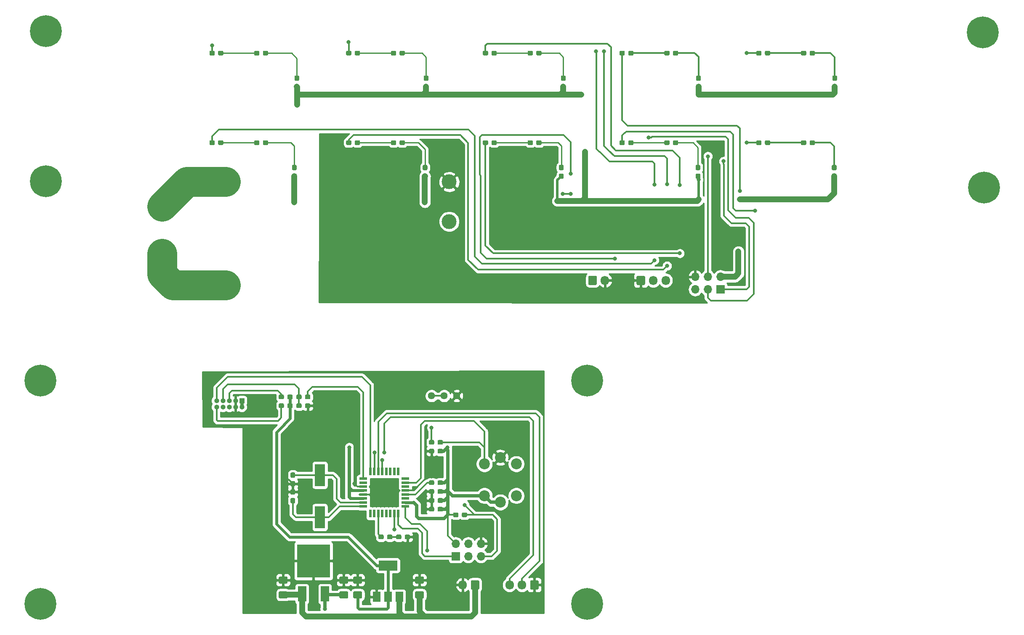
<source format=gbr>
G04 #@! TF.GenerationSoftware,KiCad,Pcbnew,(5.1.4)-1*
G04 #@! TF.CreationDate,2019-10-18T18:31:52+09:00*
G04 #@! TF.ProjectId,AirCleaner,41697243-6c65-4616-9e65-722e6b696361,rev?*
G04 #@! TF.SameCoordinates,Original*
G04 #@! TF.FileFunction,Copper,L1,Top*
G04 #@! TF.FilePolarity,Positive*
%FSLAX46Y46*%
G04 Gerber Fmt 4.6, Leading zero omitted, Abs format (unit mm)*
G04 Created by KiCad (PCBNEW (5.1.4)-1) date 2019-10-18 18:31:52*
%MOMM*%
%LPD*%
G04 APERTURE LIST*
%ADD10C,0.100000*%
%ADD11C,0.950000*%
%ADD12O,1.700000X1.700000*%
%ADD13R,1.700000X1.700000*%
%ADD14C,1.440000*%
%ADD15C,6.400000*%
%ADD16C,0.800000*%
%ADD17R,2.000000X4.500000*%
%ADD18O,1.000000X1.000000*%
%ADD19R,1.000000X1.000000*%
%ADD20R,1.500000X2.000000*%
%ADD21R,3.800000X2.000000*%
%ADD22C,2.200000*%
%ADD23C,1.425000*%
%ADD24C,4.000000*%
%ADD25O,1.700000X1.850000*%
%ADD26C,1.700000*%
%ADD27C,3.000000*%
%ADD28R,3.000000X3.000000*%
%ADD29R,1.651000X3.048000*%
%ADD30R,6.700520X6.700520*%
%ADD31R,0.550000X1.600000*%
%ADD32R,1.600000X0.550000*%
%ADD33C,1.200000*%
%ADD34C,0.500000*%
%ADD35C,0.350000*%
%ADD36C,0.250000*%
%ADD37C,6.000000*%
%ADD38C,0.700000*%
%ADD39C,0.600000*%
%ADD40C,0.254000*%
G04 APERTURE END LIST*
D10*
G36*
X90635779Y-106576144D02*
G01*
X90658834Y-106579563D01*
X90681443Y-106585227D01*
X90703387Y-106593079D01*
X90724457Y-106603044D01*
X90744448Y-106615026D01*
X90763168Y-106628910D01*
X90780438Y-106644562D01*
X90796090Y-106661832D01*
X90809974Y-106680552D01*
X90821956Y-106700543D01*
X90831921Y-106721613D01*
X90839773Y-106743557D01*
X90845437Y-106766166D01*
X90848856Y-106789221D01*
X90850000Y-106812500D01*
X90850000Y-107287500D01*
X90848856Y-107310779D01*
X90845437Y-107333834D01*
X90839773Y-107356443D01*
X90831921Y-107378387D01*
X90821956Y-107399457D01*
X90809974Y-107419448D01*
X90796090Y-107438168D01*
X90780438Y-107455438D01*
X90763168Y-107471090D01*
X90744448Y-107484974D01*
X90724457Y-107496956D01*
X90703387Y-107506921D01*
X90681443Y-107514773D01*
X90658834Y-107520437D01*
X90635779Y-107523856D01*
X90612500Y-107525000D01*
X90037500Y-107525000D01*
X90014221Y-107523856D01*
X89991166Y-107520437D01*
X89968557Y-107514773D01*
X89946613Y-107506921D01*
X89925543Y-107496956D01*
X89905552Y-107484974D01*
X89886832Y-107471090D01*
X89869562Y-107455438D01*
X89853910Y-107438168D01*
X89840026Y-107419448D01*
X89828044Y-107399457D01*
X89818079Y-107378387D01*
X89810227Y-107356443D01*
X89804563Y-107333834D01*
X89801144Y-107310779D01*
X89800000Y-107287500D01*
X89800000Y-106812500D01*
X89801144Y-106789221D01*
X89804563Y-106766166D01*
X89810227Y-106743557D01*
X89818079Y-106721613D01*
X89828044Y-106700543D01*
X89840026Y-106680552D01*
X89853910Y-106661832D01*
X89869562Y-106644562D01*
X89886832Y-106628910D01*
X89905552Y-106615026D01*
X89925543Y-106603044D01*
X89946613Y-106593079D01*
X89968557Y-106585227D01*
X89991166Y-106579563D01*
X90014221Y-106576144D01*
X90037500Y-106575000D01*
X90612500Y-106575000D01*
X90635779Y-106576144D01*
X90635779Y-106576144D01*
G37*
D11*
X90325000Y-107050000D03*
D10*
G36*
X88885779Y-106576144D02*
G01*
X88908834Y-106579563D01*
X88931443Y-106585227D01*
X88953387Y-106593079D01*
X88974457Y-106603044D01*
X88994448Y-106615026D01*
X89013168Y-106628910D01*
X89030438Y-106644562D01*
X89046090Y-106661832D01*
X89059974Y-106680552D01*
X89071956Y-106700543D01*
X89081921Y-106721613D01*
X89089773Y-106743557D01*
X89095437Y-106766166D01*
X89098856Y-106789221D01*
X89100000Y-106812500D01*
X89100000Y-107287500D01*
X89098856Y-107310779D01*
X89095437Y-107333834D01*
X89089773Y-107356443D01*
X89081921Y-107378387D01*
X89071956Y-107399457D01*
X89059974Y-107419448D01*
X89046090Y-107438168D01*
X89030438Y-107455438D01*
X89013168Y-107471090D01*
X88994448Y-107484974D01*
X88974457Y-107496956D01*
X88953387Y-107506921D01*
X88931443Y-107514773D01*
X88908834Y-107520437D01*
X88885779Y-107523856D01*
X88862500Y-107525000D01*
X88287500Y-107525000D01*
X88264221Y-107523856D01*
X88241166Y-107520437D01*
X88218557Y-107514773D01*
X88196613Y-107506921D01*
X88175543Y-107496956D01*
X88155552Y-107484974D01*
X88136832Y-107471090D01*
X88119562Y-107455438D01*
X88103910Y-107438168D01*
X88090026Y-107419448D01*
X88078044Y-107399457D01*
X88068079Y-107378387D01*
X88060227Y-107356443D01*
X88054563Y-107333834D01*
X88051144Y-107310779D01*
X88050000Y-107287500D01*
X88050000Y-106812500D01*
X88051144Y-106789221D01*
X88054563Y-106766166D01*
X88060227Y-106743557D01*
X88068079Y-106721613D01*
X88078044Y-106700543D01*
X88090026Y-106680552D01*
X88103910Y-106661832D01*
X88119562Y-106644562D01*
X88136832Y-106628910D01*
X88155552Y-106615026D01*
X88175543Y-106603044D01*
X88196613Y-106593079D01*
X88218557Y-106585227D01*
X88241166Y-106579563D01*
X88264221Y-106576144D01*
X88287500Y-106575000D01*
X88862500Y-106575000D01*
X88885779Y-106576144D01*
X88885779Y-106576144D01*
G37*
D11*
X88575000Y-107050000D03*
D12*
X93630000Y-112860000D03*
X93630000Y-115400000D03*
X91090000Y-112860000D03*
X91090000Y-115400000D03*
X88550000Y-112860000D03*
D13*
X88550000Y-115400000D03*
D12*
X136750000Y-59110000D03*
X136750000Y-61650000D03*
X139290000Y-59110000D03*
X139290000Y-61650000D03*
X141830000Y-59110000D03*
D13*
X141830000Y-61650000D03*
D14*
X88780000Y-83100000D03*
X86240000Y-83100000D03*
X83700000Y-83100000D03*
D15*
X115000000Y-80000000D03*
D16*
X117400000Y-80000000D03*
X116697056Y-81697056D03*
X115000000Y-82400000D03*
X113302944Y-81697056D03*
X112600000Y-80000000D03*
X113302944Y-78302944D03*
X115000000Y-77600000D03*
X116697056Y-78302944D03*
X116697056Y-123302944D03*
X115000000Y-122600000D03*
X113302944Y-123302944D03*
X112600000Y-125000000D03*
X113302944Y-126697056D03*
X115000000Y-127400000D03*
X116697056Y-126697056D03*
X117400000Y-125000000D03*
D15*
X115000000Y-125000000D03*
X5000000Y-125000000D03*
D16*
X7400000Y-125000000D03*
X6697056Y-126697056D03*
X5000000Y-127400000D03*
X3302944Y-126697056D03*
X2600000Y-125000000D03*
X3302944Y-123302944D03*
X5000000Y-122600000D03*
X6697056Y-123302944D03*
X6697056Y-78302944D03*
X5000000Y-77600000D03*
X3302944Y-78302944D03*
X2600000Y-80000000D03*
X3302944Y-81697056D03*
X5000000Y-82400000D03*
X6697056Y-81697056D03*
X7400000Y-80000000D03*
D15*
X5000000Y-80000000D03*
X194818000Y-41148000D03*
D16*
X197218000Y-41148000D03*
X196515056Y-42845056D03*
X194818000Y-43548000D03*
X193120944Y-42845056D03*
X192418000Y-41148000D03*
X193120944Y-39450944D03*
X194818000Y-38748000D03*
X196515056Y-39450944D03*
X196261056Y-8208944D03*
X194564000Y-7506000D03*
X192866944Y-8208944D03*
X192164000Y-9906000D03*
X192866944Y-11603056D03*
X194564000Y-12306000D03*
X196261056Y-11603056D03*
X196964000Y-9906000D03*
D15*
X194564000Y-9906000D03*
X6096000Y-9652000D03*
D16*
X8496000Y-9652000D03*
X7793056Y-11349056D03*
X6096000Y-12052000D03*
X4398944Y-11349056D03*
X3696000Y-9652000D03*
X4398944Y-7954944D03*
X6096000Y-7252000D03*
X7793056Y-7954944D03*
X7793056Y-38180944D03*
X6096000Y-37478000D03*
X4398944Y-38180944D03*
X3696000Y-39878000D03*
X4398944Y-41575056D03*
X6096000Y-42278000D03*
X7793056Y-41575056D03*
X8496000Y-39878000D03*
D15*
X6096000Y-39878000D03*
D17*
X61260000Y-107550000D03*
X61260000Y-99050000D03*
D18*
X40460000Y-85340000D03*
X40460000Y-84070000D03*
X41730000Y-85340000D03*
X41730000Y-84070000D03*
X43000000Y-85340000D03*
X43000000Y-84070000D03*
X44270000Y-85340000D03*
X44270000Y-84070000D03*
X45540000Y-85340000D03*
D19*
X45540000Y-84070000D03*
D20*
X72630000Y-123546000D03*
X77230000Y-123546000D03*
X74930000Y-123546000D03*
D21*
X74930000Y-117246000D03*
D22*
X94340000Y-103200000D03*
X97540000Y-104500000D03*
X100740000Y-103200000D03*
X100740000Y-96800000D03*
X97540000Y-95500000D03*
X94340000Y-96800000D03*
D10*
G36*
X75607779Y-111032144D02*
G01*
X75630834Y-111035563D01*
X75653443Y-111041227D01*
X75675387Y-111049079D01*
X75696457Y-111059044D01*
X75716448Y-111071026D01*
X75735168Y-111084910D01*
X75752438Y-111100562D01*
X75768090Y-111117832D01*
X75781974Y-111136552D01*
X75793956Y-111156543D01*
X75803921Y-111177613D01*
X75811773Y-111199557D01*
X75817437Y-111222166D01*
X75820856Y-111245221D01*
X75822000Y-111268500D01*
X75822000Y-111743500D01*
X75820856Y-111766779D01*
X75817437Y-111789834D01*
X75811773Y-111812443D01*
X75803921Y-111834387D01*
X75793956Y-111855457D01*
X75781974Y-111875448D01*
X75768090Y-111894168D01*
X75752438Y-111911438D01*
X75735168Y-111927090D01*
X75716448Y-111940974D01*
X75696457Y-111952956D01*
X75675387Y-111962921D01*
X75653443Y-111970773D01*
X75630834Y-111976437D01*
X75607779Y-111979856D01*
X75584500Y-111981000D01*
X75009500Y-111981000D01*
X74986221Y-111979856D01*
X74963166Y-111976437D01*
X74940557Y-111970773D01*
X74918613Y-111962921D01*
X74897543Y-111952956D01*
X74877552Y-111940974D01*
X74858832Y-111927090D01*
X74841562Y-111911438D01*
X74825910Y-111894168D01*
X74812026Y-111875448D01*
X74800044Y-111855457D01*
X74790079Y-111834387D01*
X74782227Y-111812443D01*
X74776563Y-111789834D01*
X74773144Y-111766779D01*
X74772000Y-111743500D01*
X74772000Y-111268500D01*
X74773144Y-111245221D01*
X74776563Y-111222166D01*
X74782227Y-111199557D01*
X74790079Y-111177613D01*
X74800044Y-111156543D01*
X74812026Y-111136552D01*
X74825910Y-111117832D01*
X74841562Y-111100562D01*
X74858832Y-111084910D01*
X74877552Y-111071026D01*
X74897543Y-111059044D01*
X74918613Y-111049079D01*
X74940557Y-111041227D01*
X74963166Y-111035563D01*
X74986221Y-111032144D01*
X75009500Y-111031000D01*
X75584500Y-111031000D01*
X75607779Y-111032144D01*
X75607779Y-111032144D01*
G37*
D11*
X75297000Y-111506000D03*
D10*
G36*
X73857779Y-111032144D02*
G01*
X73880834Y-111035563D01*
X73903443Y-111041227D01*
X73925387Y-111049079D01*
X73946457Y-111059044D01*
X73966448Y-111071026D01*
X73985168Y-111084910D01*
X74002438Y-111100562D01*
X74018090Y-111117832D01*
X74031974Y-111136552D01*
X74043956Y-111156543D01*
X74053921Y-111177613D01*
X74061773Y-111199557D01*
X74067437Y-111222166D01*
X74070856Y-111245221D01*
X74072000Y-111268500D01*
X74072000Y-111743500D01*
X74070856Y-111766779D01*
X74067437Y-111789834D01*
X74061773Y-111812443D01*
X74053921Y-111834387D01*
X74043956Y-111855457D01*
X74031974Y-111875448D01*
X74018090Y-111894168D01*
X74002438Y-111911438D01*
X73985168Y-111927090D01*
X73966448Y-111940974D01*
X73946457Y-111952956D01*
X73925387Y-111962921D01*
X73903443Y-111970773D01*
X73880834Y-111976437D01*
X73857779Y-111979856D01*
X73834500Y-111981000D01*
X73259500Y-111981000D01*
X73236221Y-111979856D01*
X73213166Y-111976437D01*
X73190557Y-111970773D01*
X73168613Y-111962921D01*
X73147543Y-111952956D01*
X73127552Y-111940974D01*
X73108832Y-111927090D01*
X73091562Y-111911438D01*
X73075910Y-111894168D01*
X73062026Y-111875448D01*
X73050044Y-111855457D01*
X73040079Y-111834387D01*
X73032227Y-111812443D01*
X73026563Y-111789834D01*
X73023144Y-111766779D01*
X73022000Y-111743500D01*
X73022000Y-111268500D01*
X73023144Y-111245221D01*
X73026563Y-111222166D01*
X73032227Y-111199557D01*
X73040079Y-111177613D01*
X73050044Y-111156543D01*
X73062026Y-111136552D01*
X73075910Y-111117832D01*
X73091562Y-111100562D01*
X73108832Y-111084910D01*
X73127552Y-111071026D01*
X73147543Y-111059044D01*
X73168613Y-111049079D01*
X73190557Y-111041227D01*
X73213166Y-111035563D01*
X73236221Y-111032144D01*
X73259500Y-111031000D01*
X73834500Y-111031000D01*
X73857779Y-111032144D01*
X73857779Y-111032144D01*
G37*
D11*
X73547000Y-111506000D03*
D10*
G36*
X57347779Y-82838144D02*
G01*
X57370834Y-82841563D01*
X57393443Y-82847227D01*
X57415387Y-82855079D01*
X57436457Y-82865044D01*
X57456448Y-82877026D01*
X57475168Y-82890910D01*
X57492438Y-82906562D01*
X57508090Y-82923832D01*
X57521974Y-82942552D01*
X57533956Y-82962543D01*
X57543921Y-82983613D01*
X57551773Y-83005557D01*
X57557437Y-83028166D01*
X57560856Y-83051221D01*
X57562000Y-83074500D01*
X57562000Y-83549500D01*
X57560856Y-83572779D01*
X57557437Y-83595834D01*
X57551773Y-83618443D01*
X57543921Y-83640387D01*
X57533956Y-83661457D01*
X57521974Y-83681448D01*
X57508090Y-83700168D01*
X57492438Y-83717438D01*
X57475168Y-83733090D01*
X57456448Y-83746974D01*
X57436457Y-83758956D01*
X57415387Y-83768921D01*
X57393443Y-83776773D01*
X57370834Y-83782437D01*
X57347779Y-83785856D01*
X57324500Y-83787000D01*
X56749500Y-83787000D01*
X56726221Y-83785856D01*
X56703166Y-83782437D01*
X56680557Y-83776773D01*
X56658613Y-83768921D01*
X56637543Y-83758956D01*
X56617552Y-83746974D01*
X56598832Y-83733090D01*
X56581562Y-83717438D01*
X56565910Y-83700168D01*
X56552026Y-83681448D01*
X56540044Y-83661457D01*
X56530079Y-83640387D01*
X56522227Y-83618443D01*
X56516563Y-83595834D01*
X56513144Y-83572779D01*
X56512000Y-83549500D01*
X56512000Y-83074500D01*
X56513144Y-83051221D01*
X56516563Y-83028166D01*
X56522227Y-83005557D01*
X56530079Y-82983613D01*
X56540044Y-82962543D01*
X56552026Y-82942552D01*
X56565910Y-82923832D01*
X56581562Y-82906562D01*
X56598832Y-82890910D01*
X56617552Y-82877026D01*
X56637543Y-82865044D01*
X56658613Y-82855079D01*
X56680557Y-82847227D01*
X56703166Y-82841563D01*
X56726221Y-82838144D01*
X56749500Y-82837000D01*
X57324500Y-82837000D01*
X57347779Y-82838144D01*
X57347779Y-82838144D01*
G37*
D11*
X57037000Y-83312000D03*
D10*
G36*
X59097779Y-82838144D02*
G01*
X59120834Y-82841563D01*
X59143443Y-82847227D01*
X59165387Y-82855079D01*
X59186457Y-82865044D01*
X59206448Y-82877026D01*
X59225168Y-82890910D01*
X59242438Y-82906562D01*
X59258090Y-82923832D01*
X59271974Y-82942552D01*
X59283956Y-82962543D01*
X59293921Y-82983613D01*
X59301773Y-83005557D01*
X59307437Y-83028166D01*
X59310856Y-83051221D01*
X59312000Y-83074500D01*
X59312000Y-83549500D01*
X59310856Y-83572779D01*
X59307437Y-83595834D01*
X59301773Y-83618443D01*
X59293921Y-83640387D01*
X59283956Y-83661457D01*
X59271974Y-83681448D01*
X59258090Y-83700168D01*
X59242438Y-83717438D01*
X59225168Y-83733090D01*
X59206448Y-83746974D01*
X59186457Y-83758956D01*
X59165387Y-83768921D01*
X59143443Y-83776773D01*
X59120834Y-83782437D01*
X59097779Y-83785856D01*
X59074500Y-83787000D01*
X58499500Y-83787000D01*
X58476221Y-83785856D01*
X58453166Y-83782437D01*
X58430557Y-83776773D01*
X58408613Y-83768921D01*
X58387543Y-83758956D01*
X58367552Y-83746974D01*
X58348832Y-83733090D01*
X58331562Y-83717438D01*
X58315910Y-83700168D01*
X58302026Y-83681448D01*
X58290044Y-83661457D01*
X58280079Y-83640387D01*
X58272227Y-83618443D01*
X58266563Y-83595834D01*
X58263144Y-83572779D01*
X58262000Y-83549500D01*
X58262000Y-83074500D01*
X58263144Y-83051221D01*
X58266563Y-83028166D01*
X58272227Y-83005557D01*
X58280079Y-82983613D01*
X58290044Y-82962543D01*
X58302026Y-82942552D01*
X58315910Y-82923832D01*
X58331562Y-82906562D01*
X58348832Y-82890910D01*
X58367552Y-82877026D01*
X58387543Y-82865044D01*
X58408613Y-82855079D01*
X58430557Y-82847227D01*
X58453166Y-82841563D01*
X58476221Y-82838144D01*
X58499500Y-82837000D01*
X59074500Y-82837000D01*
X59097779Y-82838144D01*
X59097779Y-82838144D01*
G37*
D11*
X58787000Y-83312000D03*
D10*
G36*
X59097779Y-84616144D02*
G01*
X59120834Y-84619563D01*
X59143443Y-84625227D01*
X59165387Y-84633079D01*
X59186457Y-84643044D01*
X59206448Y-84655026D01*
X59225168Y-84668910D01*
X59242438Y-84684562D01*
X59258090Y-84701832D01*
X59271974Y-84720552D01*
X59283956Y-84740543D01*
X59293921Y-84761613D01*
X59301773Y-84783557D01*
X59307437Y-84806166D01*
X59310856Y-84829221D01*
X59312000Y-84852500D01*
X59312000Y-85327500D01*
X59310856Y-85350779D01*
X59307437Y-85373834D01*
X59301773Y-85396443D01*
X59293921Y-85418387D01*
X59283956Y-85439457D01*
X59271974Y-85459448D01*
X59258090Y-85478168D01*
X59242438Y-85495438D01*
X59225168Y-85511090D01*
X59206448Y-85524974D01*
X59186457Y-85536956D01*
X59165387Y-85546921D01*
X59143443Y-85554773D01*
X59120834Y-85560437D01*
X59097779Y-85563856D01*
X59074500Y-85565000D01*
X58499500Y-85565000D01*
X58476221Y-85563856D01*
X58453166Y-85560437D01*
X58430557Y-85554773D01*
X58408613Y-85546921D01*
X58387543Y-85536956D01*
X58367552Y-85524974D01*
X58348832Y-85511090D01*
X58331562Y-85495438D01*
X58315910Y-85478168D01*
X58302026Y-85459448D01*
X58290044Y-85439457D01*
X58280079Y-85418387D01*
X58272227Y-85396443D01*
X58266563Y-85373834D01*
X58263144Y-85350779D01*
X58262000Y-85327500D01*
X58262000Y-84852500D01*
X58263144Y-84829221D01*
X58266563Y-84806166D01*
X58272227Y-84783557D01*
X58280079Y-84761613D01*
X58290044Y-84740543D01*
X58302026Y-84720552D01*
X58315910Y-84701832D01*
X58331562Y-84684562D01*
X58348832Y-84668910D01*
X58367552Y-84655026D01*
X58387543Y-84643044D01*
X58408613Y-84633079D01*
X58430557Y-84625227D01*
X58453166Y-84619563D01*
X58476221Y-84616144D01*
X58499500Y-84615000D01*
X59074500Y-84615000D01*
X59097779Y-84616144D01*
X59097779Y-84616144D01*
G37*
D11*
X58787000Y-85090000D03*
D10*
G36*
X57347779Y-84616144D02*
G01*
X57370834Y-84619563D01*
X57393443Y-84625227D01*
X57415387Y-84633079D01*
X57436457Y-84643044D01*
X57456448Y-84655026D01*
X57475168Y-84668910D01*
X57492438Y-84684562D01*
X57508090Y-84701832D01*
X57521974Y-84720552D01*
X57533956Y-84740543D01*
X57543921Y-84761613D01*
X57551773Y-84783557D01*
X57557437Y-84806166D01*
X57560856Y-84829221D01*
X57562000Y-84852500D01*
X57562000Y-85327500D01*
X57560856Y-85350779D01*
X57557437Y-85373834D01*
X57551773Y-85396443D01*
X57543921Y-85418387D01*
X57533956Y-85439457D01*
X57521974Y-85459448D01*
X57508090Y-85478168D01*
X57492438Y-85495438D01*
X57475168Y-85511090D01*
X57456448Y-85524974D01*
X57436457Y-85536956D01*
X57415387Y-85546921D01*
X57393443Y-85554773D01*
X57370834Y-85560437D01*
X57347779Y-85563856D01*
X57324500Y-85565000D01*
X56749500Y-85565000D01*
X56726221Y-85563856D01*
X56703166Y-85560437D01*
X56680557Y-85554773D01*
X56658613Y-85546921D01*
X56637543Y-85536956D01*
X56617552Y-85524974D01*
X56598832Y-85511090D01*
X56581562Y-85495438D01*
X56565910Y-85478168D01*
X56552026Y-85459448D01*
X56540044Y-85439457D01*
X56530079Y-85418387D01*
X56522227Y-85396443D01*
X56516563Y-85373834D01*
X56513144Y-85350779D01*
X56512000Y-85327500D01*
X56512000Y-84852500D01*
X56513144Y-84829221D01*
X56516563Y-84806166D01*
X56522227Y-84783557D01*
X56530079Y-84761613D01*
X56540044Y-84740543D01*
X56552026Y-84720552D01*
X56565910Y-84701832D01*
X56581562Y-84684562D01*
X56598832Y-84668910D01*
X56617552Y-84655026D01*
X56637543Y-84643044D01*
X56658613Y-84633079D01*
X56680557Y-84625227D01*
X56703166Y-84619563D01*
X56726221Y-84616144D01*
X56749500Y-84615000D01*
X57324500Y-84615000D01*
X57347779Y-84616144D01*
X57347779Y-84616144D01*
G37*
D11*
X57037000Y-85090000D03*
D10*
G36*
X53791779Y-84616144D02*
G01*
X53814834Y-84619563D01*
X53837443Y-84625227D01*
X53859387Y-84633079D01*
X53880457Y-84643044D01*
X53900448Y-84655026D01*
X53919168Y-84668910D01*
X53936438Y-84684562D01*
X53952090Y-84701832D01*
X53965974Y-84720552D01*
X53977956Y-84740543D01*
X53987921Y-84761613D01*
X53995773Y-84783557D01*
X54001437Y-84806166D01*
X54004856Y-84829221D01*
X54006000Y-84852500D01*
X54006000Y-85327500D01*
X54004856Y-85350779D01*
X54001437Y-85373834D01*
X53995773Y-85396443D01*
X53987921Y-85418387D01*
X53977956Y-85439457D01*
X53965974Y-85459448D01*
X53952090Y-85478168D01*
X53936438Y-85495438D01*
X53919168Y-85511090D01*
X53900448Y-85524974D01*
X53880457Y-85536956D01*
X53859387Y-85546921D01*
X53837443Y-85554773D01*
X53814834Y-85560437D01*
X53791779Y-85563856D01*
X53768500Y-85565000D01*
X53193500Y-85565000D01*
X53170221Y-85563856D01*
X53147166Y-85560437D01*
X53124557Y-85554773D01*
X53102613Y-85546921D01*
X53081543Y-85536956D01*
X53061552Y-85524974D01*
X53042832Y-85511090D01*
X53025562Y-85495438D01*
X53009910Y-85478168D01*
X52996026Y-85459448D01*
X52984044Y-85439457D01*
X52974079Y-85418387D01*
X52966227Y-85396443D01*
X52960563Y-85373834D01*
X52957144Y-85350779D01*
X52956000Y-85327500D01*
X52956000Y-84852500D01*
X52957144Y-84829221D01*
X52960563Y-84806166D01*
X52966227Y-84783557D01*
X52974079Y-84761613D01*
X52984044Y-84740543D01*
X52996026Y-84720552D01*
X53009910Y-84701832D01*
X53025562Y-84684562D01*
X53042832Y-84668910D01*
X53061552Y-84655026D01*
X53081543Y-84643044D01*
X53102613Y-84633079D01*
X53124557Y-84625227D01*
X53147166Y-84619563D01*
X53170221Y-84616144D01*
X53193500Y-84615000D01*
X53768500Y-84615000D01*
X53791779Y-84616144D01*
X53791779Y-84616144D01*
G37*
D11*
X53481000Y-85090000D03*
D10*
G36*
X55541779Y-84616144D02*
G01*
X55564834Y-84619563D01*
X55587443Y-84625227D01*
X55609387Y-84633079D01*
X55630457Y-84643044D01*
X55650448Y-84655026D01*
X55669168Y-84668910D01*
X55686438Y-84684562D01*
X55702090Y-84701832D01*
X55715974Y-84720552D01*
X55727956Y-84740543D01*
X55737921Y-84761613D01*
X55745773Y-84783557D01*
X55751437Y-84806166D01*
X55754856Y-84829221D01*
X55756000Y-84852500D01*
X55756000Y-85327500D01*
X55754856Y-85350779D01*
X55751437Y-85373834D01*
X55745773Y-85396443D01*
X55737921Y-85418387D01*
X55727956Y-85439457D01*
X55715974Y-85459448D01*
X55702090Y-85478168D01*
X55686438Y-85495438D01*
X55669168Y-85511090D01*
X55650448Y-85524974D01*
X55630457Y-85536956D01*
X55609387Y-85546921D01*
X55587443Y-85554773D01*
X55564834Y-85560437D01*
X55541779Y-85563856D01*
X55518500Y-85565000D01*
X54943500Y-85565000D01*
X54920221Y-85563856D01*
X54897166Y-85560437D01*
X54874557Y-85554773D01*
X54852613Y-85546921D01*
X54831543Y-85536956D01*
X54811552Y-85524974D01*
X54792832Y-85511090D01*
X54775562Y-85495438D01*
X54759910Y-85478168D01*
X54746026Y-85459448D01*
X54734044Y-85439457D01*
X54724079Y-85418387D01*
X54716227Y-85396443D01*
X54710563Y-85373834D01*
X54707144Y-85350779D01*
X54706000Y-85327500D01*
X54706000Y-84852500D01*
X54707144Y-84829221D01*
X54710563Y-84806166D01*
X54716227Y-84783557D01*
X54724079Y-84761613D01*
X54734044Y-84740543D01*
X54746026Y-84720552D01*
X54759910Y-84701832D01*
X54775562Y-84684562D01*
X54792832Y-84668910D01*
X54811552Y-84655026D01*
X54831543Y-84643044D01*
X54852613Y-84633079D01*
X54874557Y-84625227D01*
X54897166Y-84619563D01*
X54920221Y-84616144D01*
X54943500Y-84615000D01*
X55518500Y-84615000D01*
X55541779Y-84616144D01*
X55541779Y-84616144D01*
G37*
D11*
X55231000Y-85090000D03*
D10*
G36*
X53791779Y-82838144D02*
G01*
X53814834Y-82841563D01*
X53837443Y-82847227D01*
X53859387Y-82855079D01*
X53880457Y-82865044D01*
X53900448Y-82877026D01*
X53919168Y-82890910D01*
X53936438Y-82906562D01*
X53952090Y-82923832D01*
X53965974Y-82942552D01*
X53977956Y-82962543D01*
X53987921Y-82983613D01*
X53995773Y-83005557D01*
X54001437Y-83028166D01*
X54004856Y-83051221D01*
X54006000Y-83074500D01*
X54006000Y-83549500D01*
X54004856Y-83572779D01*
X54001437Y-83595834D01*
X53995773Y-83618443D01*
X53987921Y-83640387D01*
X53977956Y-83661457D01*
X53965974Y-83681448D01*
X53952090Y-83700168D01*
X53936438Y-83717438D01*
X53919168Y-83733090D01*
X53900448Y-83746974D01*
X53880457Y-83758956D01*
X53859387Y-83768921D01*
X53837443Y-83776773D01*
X53814834Y-83782437D01*
X53791779Y-83785856D01*
X53768500Y-83787000D01*
X53193500Y-83787000D01*
X53170221Y-83785856D01*
X53147166Y-83782437D01*
X53124557Y-83776773D01*
X53102613Y-83768921D01*
X53081543Y-83758956D01*
X53061552Y-83746974D01*
X53042832Y-83733090D01*
X53025562Y-83717438D01*
X53009910Y-83700168D01*
X52996026Y-83681448D01*
X52984044Y-83661457D01*
X52974079Y-83640387D01*
X52966227Y-83618443D01*
X52960563Y-83595834D01*
X52957144Y-83572779D01*
X52956000Y-83549500D01*
X52956000Y-83074500D01*
X52957144Y-83051221D01*
X52960563Y-83028166D01*
X52966227Y-83005557D01*
X52974079Y-82983613D01*
X52984044Y-82962543D01*
X52996026Y-82942552D01*
X53009910Y-82923832D01*
X53025562Y-82906562D01*
X53042832Y-82890910D01*
X53061552Y-82877026D01*
X53081543Y-82865044D01*
X53102613Y-82855079D01*
X53124557Y-82847227D01*
X53147166Y-82841563D01*
X53170221Y-82838144D01*
X53193500Y-82837000D01*
X53768500Y-82837000D01*
X53791779Y-82838144D01*
X53791779Y-82838144D01*
G37*
D11*
X53481000Y-83312000D03*
D10*
G36*
X55541779Y-82838144D02*
G01*
X55564834Y-82841563D01*
X55587443Y-82847227D01*
X55609387Y-82855079D01*
X55630457Y-82865044D01*
X55650448Y-82877026D01*
X55669168Y-82890910D01*
X55686438Y-82906562D01*
X55702090Y-82923832D01*
X55715974Y-82942552D01*
X55727956Y-82962543D01*
X55737921Y-82983613D01*
X55745773Y-83005557D01*
X55751437Y-83028166D01*
X55754856Y-83051221D01*
X55756000Y-83074500D01*
X55756000Y-83549500D01*
X55754856Y-83572779D01*
X55751437Y-83595834D01*
X55745773Y-83618443D01*
X55737921Y-83640387D01*
X55727956Y-83661457D01*
X55715974Y-83681448D01*
X55702090Y-83700168D01*
X55686438Y-83717438D01*
X55669168Y-83733090D01*
X55650448Y-83746974D01*
X55630457Y-83758956D01*
X55609387Y-83768921D01*
X55587443Y-83776773D01*
X55564834Y-83782437D01*
X55541779Y-83785856D01*
X55518500Y-83787000D01*
X54943500Y-83787000D01*
X54920221Y-83785856D01*
X54897166Y-83782437D01*
X54874557Y-83776773D01*
X54852613Y-83768921D01*
X54831543Y-83758956D01*
X54811552Y-83746974D01*
X54792832Y-83733090D01*
X54775562Y-83717438D01*
X54759910Y-83700168D01*
X54746026Y-83681448D01*
X54734044Y-83661457D01*
X54724079Y-83640387D01*
X54716227Y-83618443D01*
X54710563Y-83595834D01*
X54707144Y-83572779D01*
X54706000Y-83549500D01*
X54706000Y-83074500D01*
X54707144Y-83051221D01*
X54710563Y-83028166D01*
X54716227Y-83005557D01*
X54724079Y-82983613D01*
X54734044Y-82962543D01*
X54746026Y-82942552D01*
X54759910Y-82923832D01*
X54775562Y-82906562D01*
X54792832Y-82890910D01*
X54811552Y-82877026D01*
X54831543Y-82865044D01*
X54852613Y-82855079D01*
X54874557Y-82847227D01*
X54897166Y-82841563D01*
X54920221Y-82838144D01*
X54943500Y-82837000D01*
X55518500Y-82837000D01*
X55541779Y-82838144D01*
X55541779Y-82838144D01*
G37*
D11*
X55231000Y-83312000D03*
D10*
G36*
X85767779Y-91982144D02*
G01*
X85790834Y-91985563D01*
X85813443Y-91991227D01*
X85835387Y-91999079D01*
X85856457Y-92009044D01*
X85876448Y-92021026D01*
X85895168Y-92034910D01*
X85912438Y-92050562D01*
X85928090Y-92067832D01*
X85941974Y-92086552D01*
X85953956Y-92106543D01*
X85963921Y-92127613D01*
X85971773Y-92149557D01*
X85977437Y-92172166D01*
X85980856Y-92195221D01*
X85982000Y-92218500D01*
X85982000Y-92693500D01*
X85980856Y-92716779D01*
X85977437Y-92739834D01*
X85971773Y-92762443D01*
X85963921Y-92784387D01*
X85953956Y-92805457D01*
X85941974Y-92825448D01*
X85928090Y-92844168D01*
X85912438Y-92861438D01*
X85895168Y-92877090D01*
X85876448Y-92890974D01*
X85856457Y-92902956D01*
X85835387Y-92912921D01*
X85813443Y-92920773D01*
X85790834Y-92926437D01*
X85767779Y-92929856D01*
X85744500Y-92931000D01*
X85169500Y-92931000D01*
X85146221Y-92929856D01*
X85123166Y-92926437D01*
X85100557Y-92920773D01*
X85078613Y-92912921D01*
X85057543Y-92902956D01*
X85037552Y-92890974D01*
X85018832Y-92877090D01*
X85001562Y-92861438D01*
X84985910Y-92844168D01*
X84972026Y-92825448D01*
X84960044Y-92805457D01*
X84950079Y-92784387D01*
X84942227Y-92762443D01*
X84936563Y-92739834D01*
X84933144Y-92716779D01*
X84932000Y-92693500D01*
X84932000Y-92218500D01*
X84933144Y-92195221D01*
X84936563Y-92172166D01*
X84942227Y-92149557D01*
X84950079Y-92127613D01*
X84960044Y-92106543D01*
X84972026Y-92086552D01*
X84985910Y-92067832D01*
X85001562Y-92050562D01*
X85018832Y-92034910D01*
X85037552Y-92021026D01*
X85057543Y-92009044D01*
X85078613Y-91999079D01*
X85100557Y-91991227D01*
X85123166Y-91985563D01*
X85146221Y-91982144D01*
X85169500Y-91981000D01*
X85744500Y-91981000D01*
X85767779Y-91982144D01*
X85767779Y-91982144D01*
G37*
D11*
X85457000Y-92456000D03*
D10*
G36*
X84017779Y-91982144D02*
G01*
X84040834Y-91985563D01*
X84063443Y-91991227D01*
X84085387Y-91999079D01*
X84106457Y-92009044D01*
X84126448Y-92021026D01*
X84145168Y-92034910D01*
X84162438Y-92050562D01*
X84178090Y-92067832D01*
X84191974Y-92086552D01*
X84203956Y-92106543D01*
X84213921Y-92127613D01*
X84221773Y-92149557D01*
X84227437Y-92172166D01*
X84230856Y-92195221D01*
X84232000Y-92218500D01*
X84232000Y-92693500D01*
X84230856Y-92716779D01*
X84227437Y-92739834D01*
X84221773Y-92762443D01*
X84213921Y-92784387D01*
X84203956Y-92805457D01*
X84191974Y-92825448D01*
X84178090Y-92844168D01*
X84162438Y-92861438D01*
X84145168Y-92877090D01*
X84126448Y-92890974D01*
X84106457Y-92902956D01*
X84085387Y-92912921D01*
X84063443Y-92920773D01*
X84040834Y-92926437D01*
X84017779Y-92929856D01*
X83994500Y-92931000D01*
X83419500Y-92931000D01*
X83396221Y-92929856D01*
X83373166Y-92926437D01*
X83350557Y-92920773D01*
X83328613Y-92912921D01*
X83307543Y-92902956D01*
X83287552Y-92890974D01*
X83268832Y-92877090D01*
X83251562Y-92861438D01*
X83235910Y-92844168D01*
X83222026Y-92825448D01*
X83210044Y-92805457D01*
X83200079Y-92784387D01*
X83192227Y-92762443D01*
X83186563Y-92739834D01*
X83183144Y-92716779D01*
X83182000Y-92693500D01*
X83182000Y-92218500D01*
X83183144Y-92195221D01*
X83186563Y-92172166D01*
X83192227Y-92149557D01*
X83200079Y-92127613D01*
X83210044Y-92106543D01*
X83222026Y-92086552D01*
X83235910Y-92067832D01*
X83251562Y-92050562D01*
X83268832Y-92034910D01*
X83287552Y-92021026D01*
X83307543Y-92009044D01*
X83328613Y-91999079D01*
X83350557Y-91991227D01*
X83373166Y-91985563D01*
X83396221Y-91982144D01*
X83419500Y-91981000D01*
X83994500Y-91981000D01*
X84017779Y-91982144D01*
X84017779Y-91982144D01*
G37*
D11*
X83707000Y-92456000D03*
D10*
G36*
X77413779Y-111032144D02*
G01*
X77436834Y-111035563D01*
X77459443Y-111041227D01*
X77481387Y-111049079D01*
X77502457Y-111059044D01*
X77522448Y-111071026D01*
X77541168Y-111084910D01*
X77558438Y-111100562D01*
X77574090Y-111117832D01*
X77587974Y-111136552D01*
X77599956Y-111156543D01*
X77609921Y-111177613D01*
X77617773Y-111199557D01*
X77623437Y-111222166D01*
X77626856Y-111245221D01*
X77628000Y-111268500D01*
X77628000Y-111743500D01*
X77626856Y-111766779D01*
X77623437Y-111789834D01*
X77617773Y-111812443D01*
X77609921Y-111834387D01*
X77599956Y-111855457D01*
X77587974Y-111875448D01*
X77574090Y-111894168D01*
X77558438Y-111911438D01*
X77541168Y-111927090D01*
X77522448Y-111940974D01*
X77502457Y-111952956D01*
X77481387Y-111962921D01*
X77459443Y-111970773D01*
X77436834Y-111976437D01*
X77413779Y-111979856D01*
X77390500Y-111981000D01*
X76815500Y-111981000D01*
X76792221Y-111979856D01*
X76769166Y-111976437D01*
X76746557Y-111970773D01*
X76724613Y-111962921D01*
X76703543Y-111952956D01*
X76683552Y-111940974D01*
X76664832Y-111927090D01*
X76647562Y-111911438D01*
X76631910Y-111894168D01*
X76618026Y-111875448D01*
X76606044Y-111855457D01*
X76596079Y-111834387D01*
X76588227Y-111812443D01*
X76582563Y-111789834D01*
X76579144Y-111766779D01*
X76578000Y-111743500D01*
X76578000Y-111268500D01*
X76579144Y-111245221D01*
X76582563Y-111222166D01*
X76588227Y-111199557D01*
X76596079Y-111177613D01*
X76606044Y-111156543D01*
X76618026Y-111136552D01*
X76631910Y-111117832D01*
X76647562Y-111100562D01*
X76664832Y-111084910D01*
X76683552Y-111071026D01*
X76703543Y-111059044D01*
X76724613Y-111049079D01*
X76746557Y-111041227D01*
X76769166Y-111035563D01*
X76792221Y-111032144D01*
X76815500Y-111031000D01*
X77390500Y-111031000D01*
X77413779Y-111032144D01*
X77413779Y-111032144D01*
G37*
D11*
X77103000Y-111506000D03*
D10*
G36*
X79163779Y-111032144D02*
G01*
X79186834Y-111035563D01*
X79209443Y-111041227D01*
X79231387Y-111049079D01*
X79252457Y-111059044D01*
X79272448Y-111071026D01*
X79291168Y-111084910D01*
X79308438Y-111100562D01*
X79324090Y-111117832D01*
X79337974Y-111136552D01*
X79349956Y-111156543D01*
X79359921Y-111177613D01*
X79367773Y-111199557D01*
X79373437Y-111222166D01*
X79376856Y-111245221D01*
X79378000Y-111268500D01*
X79378000Y-111743500D01*
X79376856Y-111766779D01*
X79373437Y-111789834D01*
X79367773Y-111812443D01*
X79359921Y-111834387D01*
X79349956Y-111855457D01*
X79337974Y-111875448D01*
X79324090Y-111894168D01*
X79308438Y-111911438D01*
X79291168Y-111927090D01*
X79272448Y-111940974D01*
X79252457Y-111952956D01*
X79231387Y-111962921D01*
X79209443Y-111970773D01*
X79186834Y-111976437D01*
X79163779Y-111979856D01*
X79140500Y-111981000D01*
X78565500Y-111981000D01*
X78542221Y-111979856D01*
X78519166Y-111976437D01*
X78496557Y-111970773D01*
X78474613Y-111962921D01*
X78453543Y-111952956D01*
X78433552Y-111940974D01*
X78414832Y-111927090D01*
X78397562Y-111911438D01*
X78381910Y-111894168D01*
X78368026Y-111875448D01*
X78356044Y-111855457D01*
X78346079Y-111834387D01*
X78338227Y-111812443D01*
X78332563Y-111789834D01*
X78329144Y-111766779D01*
X78328000Y-111743500D01*
X78328000Y-111268500D01*
X78329144Y-111245221D01*
X78332563Y-111222166D01*
X78338227Y-111199557D01*
X78346079Y-111177613D01*
X78356044Y-111156543D01*
X78368026Y-111136552D01*
X78381910Y-111117832D01*
X78397562Y-111100562D01*
X78414832Y-111084910D01*
X78433552Y-111071026D01*
X78453543Y-111059044D01*
X78474613Y-111049079D01*
X78496557Y-111041227D01*
X78519166Y-111035563D01*
X78542221Y-111032144D01*
X78565500Y-111031000D01*
X79140500Y-111031000D01*
X79163779Y-111032144D01*
X79163779Y-111032144D01*
G37*
D11*
X78853000Y-111506000D03*
D10*
G36*
X56070779Y-103671144D02*
G01*
X56093834Y-103674563D01*
X56116443Y-103680227D01*
X56138387Y-103688079D01*
X56159457Y-103698044D01*
X56179448Y-103710026D01*
X56198168Y-103723910D01*
X56215438Y-103739562D01*
X56231090Y-103756832D01*
X56244974Y-103775552D01*
X56256956Y-103795543D01*
X56266921Y-103816613D01*
X56274773Y-103838557D01*
X56280437Y-103861166D01*
X56283856Y-103884221D01*
X56285000Y-103907500D01*
X56285000Y-104482500D01*
X56283856Y-104505779D01*
X56280437Y-104528834D01*
X56274773Y-104551443D01*
X56266921Y-104573387D01*
X56256956Y-104594457D01*
X56244974Y-104614448D01*
X56231090Y-104633168D01*
X56215438Y-104650438D01*
X56198168Y-104666090D01*
X56179448Y-104679974D01*
X56159457Y-104691956D01*
X56138387Y-104701921D01*
X56116443Y-104709773D01*
X56093834Y-104715437D01*
X56070779Y-104718856D01*
X56047500Y-104720000D01*
X55572500Y-104720000D01*
X55549221Y-104718856D01*
X55526166Y-104715437D01*
X55503557Y-104709773D01*
X55481613Y-104701921D01*
X55460543Y-104691956D01*
X55440552Y-104679974D01*
X55421832Y-104666090D01*
X55404562Y-104650438D01*
X55388910Y-104633168D01*
X55375026Y-104614448D01*
X55363044Y-104594457D01*
X55353079Y-104573387D01*
X55345227Y-104551443D01*
X55339563Y-104528834D01*
X55336144Y-104505779D01*
X55335000Y-104482500D01*
X55335000Y-103907500D01*
X55336144Y-103884221D01*
X55339563Y-103861166D01*
X55345227Y-103838557D01*
X55353079Y-103816613D01*
X55363044Y-103795543D01*
X55375026Y-103775552D01*
X55388910Y-103756832D01*
X55404562Y-103739562D01*
X55421832Y-103723910D01*
X55440552Y-103710026D01*
X55460543Y-103698044D01*
X55481613Y-103688079D01*
X55503557Y-103680227D01*
X55526166Y-103674563D01*
X55549221Y-103671144D01*
X55572500Y-103670000D01*
X56047500Y-103670000D01*
X56070779Y-103671144D01*
X56070779Y-103671144D01*
G37*
D11*
X55810000Y-104195000D03*
D10*
G36*
X56070779Y-101921144D02*
G01*
X56093834Y-101924563D01*
X56116443Y-101930227D01*
X56138387Y-101938079D01*
X56159457Y-101948044D01*
X56179448Y-101960026D01*
X56198168Y-101973910D01*
X56215438Y-101989562D01*
X56231090Y-102006832D01*
X56244974Y-102025552D01*
X56256956Y-102045543D01*
X56266921Y-102066613D01*
X56274773Y-102088557D01*
X56280437Y-102111166D01*
X56283856Y-102134221D01*
X56285000Y-102157500D01*
X56285000Y-102732500D01*
X56283856Y-102755779D01*
X56280437Y-102778834D01*
X56274773Y-102801443D01*
X56266921Y-102823387D01*
X56256956Y-102844457D01*
X56244974Y-102864448D01*
X56231090Y-102883168D01*
X56215438Y-102900438D01*
X56198168Y-102916090D01*
X56179448Y-102929974D01*
X56159457Y-102941956D01*
X56138387Y-102951921D01*
X56116443Y-102959773D01*
X56093834Y-102965437D01*
X56070779Y-102968856D01*
X56047500Y-102970000D01*
X55572500Y-102970000D01*
X55549221Y-102968856D01*
X55526166Y-102965437D01*
X55503557Y-102959773D01*
X55481613Y-102951921D01*
X55460543Y-102941956D01*
X55440552Y-102929974D01*
X55421832Y-102916090D01*
X55404562Y-102900438D01*
X55388910Y-102883168D01*
X55375026Y-102864448D01*
X55363044Y-102844457D01*
X55353079Y-102823387D01*
X55345227Y-102801443D01*
X55339563Y-102778834D01*
X55336144Y-102755779D01*
X55335000Y-102732500D01*
X55335000Y-102157500D01*
X55336144Y-102134221D01*
X55339563Y-102111166D01*
X55345227Y-102088557D01*
X55353079Y-102066613D01*
X55363044Y-102045543D01*
X55375026Y-102025552D01*
X55388910Y-102006832D01*
X55404562Y-101989562D01*
X55421832Y-101973910D01*
X55440552Y-101960026D01*
X55460543Y-101948044D01*
X55481613Y-101938079D01*
X55503557Y-101930227D01*
X55526166Y-101924563D01*
X55549221Y-101921144D01*
X55572500Y-101920000D01*
X56047500Y-101920000D01*
X56070779Y-101921144D01*
X56070779Y-101921144D01*
G37*
D11*
X55810000Y-102445000D03*
D10*
G36*
X56070779Y-98521144D02*
G01*
X56093834Y-98524563D01*
X56116443Y-98530227D01*
X56138387Y-98538079D01*
X56159457Y-98548044D01*
X56179448Y-98560026D01*
X56198168Y-98573910D01*
X56215438Y-98589562D01*
X56231090Y-98606832D01*
X56244974Y-98625552D01*
X56256956Y-98645543D01*
X56266921Y-98666613D01*
X56274773Y-98688557D01*
X56280437Y-98711166D01*
X56283856Y-98734221D01*
X56285000Y-98757500D01*
X56285000Y-99332500D01*
X56283856Y-99355779D01*
X56280437Y-99378834D01*
X56274773Y-99401443D01*
X56266921Y-99423387D01*
X56256956Y-99444457D01*
X56244974Y-99464448D01*
X56231090Y-99483168D01*
X56215438Y-99500438D01*
X56198168Y-99516090D01*
X56179448Y-99529974D01*
X56159457Y-99541956D01*
X56138387Y-99551921D01*
X56116443Y-99559773D01*
X56093834Y-99565437D01*
X56070779Y-99568856D01*
X56047500Y-99570000D01*
X55572500Y-99570000D01*
X55549221Y-99568856D01*
X55526166Y-99565437D01*
X55503557Y-99559773D01*
X55481613Y-99551921D01*
X55460543Y-99541956D01*
X55440552Y-99529974D01*
X55421832Y-99516090D01*
X55404562Y-99500438D01*
X55388910Y-99483168D01*
X55375026Y-99464448D01*
X55363044Y-99444457D01*
X55353079Y-99423387D01*
X55345227Y-99401443D01*
X55339563Y-99378834D01*
X55336144Y-99355779D01*
X55335000Y-99332500D01*
X55335000Y-98757500D01*
X55336144Y-98734221D01*
X55339563Y-98711166D01*
X55345227Y-98688557D01*
X55353079Y-98666613D01*
X55363044Y-98645543D01*
X55375026Y-98625552D01*
X55388910Y-98606832D01*
X55404562Y-98589562D01*
X55421832Y-98573910D01*
X55440552Y-98560026D01*
X55460543Y-98548044D01*
X55481613Y-98538079D01*
X55503557Y-98530227D01*
X55526166Y-98524563D01*
X55549221Y-98521144D01*
X55572500Y-98520000D01*
X56047500Y-98520000D01*
X56070779Y-98521144D01*
X56070779Y-98521144D01*
G37*
D11*
X55810000Y-99045000D03*
D10*
G36*
X56070779Y-100271144D02*
G01*
X56093834Y-100274563D01*
X56116443Y-100280227D01*
X56138387Y-100288079D01*
X56159457Y-100298044D01*
X56179448Y-100310026D01*
X56198168Y-100323910D01*
X56215438Y-100339562D01*
X56231090Y-100356832D01*
X56244974Y-100375552D01*
X56256956Y-100395543D01*
X56266921Y-100416613D01*
X56274773Y-100438557D01*
X56280437Y-100461166D01*
X56283856Y-100484221D01*
X56285000Y-100507500D01*
X56285000Y-101082500D01*
X56283856Y-101105779D01*
X56280437Y-101128834D01*
X56274773Y-101151443D01*
X56266921Y-101173387D01*
X56256956Y-101194457D01*
X56244974Y-101214448D01*
X56231090Y-101233168D01*
X56215438Y-101250438D01*
X56198168Y-101266090D01*
X56179448Y-101279974D01*
X56159457Y-101291956D01*
X56138387Y-101301921D01*
X56116443Y-101309773D01*
X56093834Y-101315437D01*
X56070779Y-101318856D01*
X56047500Y-101320000D01*
X55572500Y-101320000D01*
X55549221Y-101318856D01*
X55526166Y-101315437D01*
X55503557Y-101309773D01*
X55481613Y-101301921D01*
X55460543Y-101291956D01*
X55440552Y-101279974D01*
X55421832Y-101266090D01*
X55404562Y-101250438D01*
X55388910Y-101233168D01*
X55375026Y-101214448D01*
X55363044Y-101194457D01*
X55353079Y-101173387D01*
X55345227Y-101151443D01*
X55339563Y-101128834D01*
X55336144Y-101105779D01*
X55335000Y-101082500D01*
X55335000Y-100507500D01*
X55336144Y-100484221D01*
X55339563Y-100461166D01*
X55345227Y-100438557D01*
X55353079Y-100416613D01*
X55363044Y-100395543D01*
X55375026Y-100375552D01*
X55388910Y-100356832D01*
X55404562Y-100339562D01*
X55421832Y-100323910D01*
X55440552Y-100310026D01*
X55460543Y-100298044D01*
X55481613Y-100288079D01*
X55503557Y-100280227D01*
X55526166Y-100274563D01*
X55549221Y-100271144D01*
X55572500Y-100270000D01*
X56047500Y-100270000D01*
X56070779Y-100271144D01*
X56070779Y-100271144D01*
G37*
D11*
X55810000Y-100795000D03*
D10*
G36*
X85767779Y-93760144D02*
G01*
X85790834Y-93763563D01*
X85813443Y-93769227D01*
X85835387Y-93777079D01*
X85856457Y-93787044D01*
X85876448Y-93799026D01*
X85895168Y-93812910D01*
X85912438Y-93828562D01*
X85928090Y-93845832D01*
X85941974Y-93864552D01*
X85953956Y-93884543D01*
X85963921Y-93905613D01*
X85971773Y-93927557D01*
X85977437Y-93950166D01*
X85980856Y-93973221D01*
X85982000Y-93996500D01*
X85982000Y-94471500D01*
X85980856Y-94494779D01*
X85977437Y-94517834D01*
X85971773Y-94540443D01*
X85963921Y-94562387D01*
X85953956Y-94583457D01*
X85941974Y-94603448D01*
X85928090Y-94622168D01*
X85912438Y-94639438D01*
X85895168Y-94655090D01*
X85876448Y-94668974D01*
X85856457Y-94680956D01*
X85835387Y-94690921D01*
X85813443Y-94698773D01*
X85790834Y-94704437D01*
X85767779Y-94707856D01*
X85744500Y-94709000D01*
X85169500Y-94709000D01*
X85146221Y-94707856D01*
X85123166Y-94704437D01*
X85100557Y-94698773D01*
X85078613Y-94690921D01*
X85057543Y-94680956D01*
X85037552Y-94668974D01*
X85018832Y-94655090D01*
X85001562Y-94639438D01*
X84985910Y-94622168D01*
X84972026Y-94603448D01*
X84960044Y-94583457D01*
X84950079Y-94562387D01*
X84942227Y-94540443D01*
X84936563Y-94517834D01*
X84933144Y-94494779D01*
X84932000Y-94471500D01*
X84932000Y-93996500D01*
X84933144Y-93973221D01*
X84936563Y-93950166D01*
X84942227Y-93927557D01*
X84950079Y-93905613D01*
X84960044Y-93884543D01*
X84972026Y-93864552D01*
X84985910Y-93845832D01*
X85001562Y-93828562D01*
X85018832Y-93812910D01*
X85037552Y-93799026D01*
X85057543Y-93787044D01*
X85078613Y-93777079D01*
X85100557Y-93769227D01*
X85123166Y-93763563D01*
X85146221Y-93760144D01*
X85169500Y-93759000D01*
X85744500Y-93759000D01*
X85767779Y-93760144D01*
X85767779Y-93760144D01*
G37*
D11*
X85457000Y-94234000D03*
D10*
G36*
X84017779Y-93760144D02*
G01*
X84040834Y-93763563D01*
X84063443Y-93769227D01*
X84085387Y-93777079D01*
X84106457Y-93787044D01*
X84126448Y-93799026D01*
X84145168Y-93812910D01*
X84162438Y-93828562D01*
X84178090Y-93845832D01*
X84191974Y-93864552D01*
X84203956Y-93884543D01*
X84213921Y-93905613D01*
X84221773Y-93927557D01*
X84227437Y-93950166D01*
X84230856Y-93973221D01*
X84232000Y-93996500D01*
X84232000Y-94471500D01*
X84230856Y-94494779D01*
X84227437Y-94517834D01*
X84221773Y-94540443D01*
X84213921Y-94562387D01*
X84203956Y-94583457D01*
X84191974Y-94603448D01*
X84178090Y-94622168D01*
X84162438Y-94639438D01*
X84145168Y-94655090D01*
X84126448Y-94668974D01*
X84106457Y-94680956D01*
X84085387Y-94690921D01*
X84063443Y-94698773D01*
X84040834Y-94704437D01*
X84017779Y-94707856D01*
X83994500Y-94709000D01*
X83419500Y-94709000D01*
X83396221Y-94707856D01*
X83373166Y-94704437D01*
X83350557Y-94698773D01*
X83328613Y-94690921D01*
X83307543Y-94680956D01*
X83287552Y-94668974D01*
X83268832Y-94655090D01*
X83251562Y-94639438D01*
X83235910Y-94622168D01*
X83222026Y-94603448D01*
X83210044Y-94583457D01*
X83200079Y-94562387D01*
X83192227Y-94540443D01*
X83186563Y-94517834D01*
X83183144Y-94494779D01*
X83182000Y-94471500D01*
X83182000Y-93996500D01*
X83183144Y-93973221D01*
X83186563Y-93950166D01*
X83192227Y-93927557D01*
X83200079Y-93905613D01*
X83210044Y-93884543D01*
X83222026Y-93864552D01*
X83235910Y-93845832D01*
X83251562Y-93828562D01*
X83268832Y-93812910D01*
X83287552Y-93799026D01*
X83307543Y-93787044D01*
X83328613Y-93777079D01*
X83350557Y-93769227D01*
X83373166Y-93763563D01*
X83396221Y-93760144D01*
X83419500Y-93759000D01*
X83994500Y-93759000D01*
X84017779Y-93760144D01*
X84017779Y-93760144D01*
G37*
D11*
X83707000Y-94234000D03*
D10*
G36*
X69483504Y-119467204D02*
G01*
X69507773Y-119470804D01*
X69531571Y-119476765D01*
X69554671Y-119485030D01*
X69576849Y-119495520D01*
X69597893Y-119508133D01*
X69617598Y-119522747D01*
X69635777Y-119539223D01*
X69652253Y-119557402D01*
X69666867Y-119577107D01*
X69679480Y-119598151D01*
X69689970Y-119620329D01*
X69698235Y-119643429D01*
X69704196Y-119667227D01*
X69707796Y-119691496D01*
X69709000Y-119716000D01*
X69709000Y-120641000D01*
X69707796Y-120665504D01*
X69704196Y-120689773D01*
X69698235Y-120713571D01*
X69689970Y-120736671D01*
X69679480Y-120758849D01*
X69666867Y-120779893D01*
X69652253Y-120799598D01*
X69635777Y-120817777D01*
X69617598Y-120834253D01*
X69597893Y-120848867D01*
X69576849Y-120861480D01*
X69554671Y-120871970D01*
X69531571Y-120880235D01*
X69507773Y-120886196D01*
X69483504Y-120889796D01*
X69459000Y-120891000D01*
X68209000Y-120891000D01*
X68184496Y-120889796D01*
X68160227Y-120886196D01*
X68136429Y-120880235D01*
X68113329Y-120871970D01*
X68091151Y-120861480D01*
X68070107Y-120848867D01*
X68050402Y-120834253D01*
X68032223Y-120817777D01*
X68015747Y-120799598D01*
X68001133Y-120779893D01*
X67988520Y-120758849D01*
X67978030Y-120736671D01*
X67969765Y-120713571D01*
X67963804Y-120689773D01*
X67960204Y-120665504D01*
X67959000Y-120641000D01*
X67959000Y-119716000D01*
X67960204Y-119691496D01*
X67963804Y-119667227D01*
X67969765Y-119643429D01*
X67978030Y-119620329D01*
X67988520Y-119598151D01*
X68001133Y-119577107D01*
X68015747Y-119557402D01*
X68032223Y-119539223D01*
X68050402Y-119522747D01*
X68070107Y-119508133D01*
X68091151Y-119495520D01*
X68113329Y-119485030D01*
X68136429Y-119476765D01*
X68160227Y-119470804D01*
X68184496Y-119467204D01*
X68209000Y-119466000D01*
X69459000Y-119466000D01*
X69483504Y-119467204D01*
X69483504Y-119467204D01*
G37*
D23*
X68834000Y-120178500D03*
D10*
G36*
X69483504Y-122442204D02*
G01*
X69507773Y-122445804D01*
X69531571Y-122451765D01*
X69554671Y-122460030D01*
X69576849Y-122470520D01*
X69597893Y-122483133D01*
X69617598Y-122497747D01*
X69635777Y-122514223D01*
X69652253Y-122532402D01*
X69666867Y-122552107D01*
X69679480Y-122573151D01*
X69689970Y-122595329D01*
X69698235Y-122618429D01*
X69704196Y-122642227D01*
X69707796Y-122666496D01*
X69709000Y-122691000D01*
X69709000Y-123616000D01*
X69707796Y-123640504D01*
X69704196Y-123664773D01*
X69698235Y-123688571D01*
X69689970Y-123711671D01*
X69679480Y-123733849D01*
X69666867Y-123754893D01*
X69652253Y-123774598D01*
X69635777Y-123792777D01*
X69617598Y-123809253D01*
X69597893Y-123823867D01*
X69576849Y-123836480D01*
X69554671Y-123846970D01*
X69531571Y-123855235D01*
X69507773Y-123861196D01*
X69483504Y-123864796D01*
X69459000Y-123866000D01*
X68209000Y-123866000D01*
X68184496Y-123864796D01*
X68160227Y-123861196D01*
X68136429Y-123855235D01*
X68113329Y-123846970D01*
X68091151Y-123836480D01*
X68070107Y-123823867D01*
X68050402Y-123809253D01*
X68032223Y-123792777D01*
X68015747Y-123774598D01*
X68001133Y-123754893D01*
X67988520Y-123733849D01*
X67978030Y-123711671D01*
X67969765Y-123688571D01*
X67963804Y-123664773D01*
X67960204Y-123640504D01*
X67959000Y-123616000D01*
X67959000Y-122691000D01*
X67960204Y-122666496D01*
X67963804Y-122642227D01*
X67969765Y-122618429D01*
X67978030Y-122595329D01*
X67988520Y-122573151D01*
X68001133Y-122552107D01*
X68015747Y-122532402D01*
X68032223Y-122514223D01*
X68050402Y-122497747D01*
X68070107Y-122483133D01*
X68091151Y-122470520D01*
X68113329Y-122460030D01*
X68136429Y-122451765D01*
X68160227Y-122445804D01*
X68184496Y-122442204D01*
X68209000Y-122441000D01*
X69459000Y-122441000D01*
X69483504Y-122442204D01*
X69483504Y-122442204D01*
G37*
D23*
X68834000Y-123153500D03*
D10*
G36*
X81929504Y-119467204D02*
G01*
X81953773Y-119470804D01*
X81977571Y-119476765D01*
X82000671Y-119485030D01*
X82022849Y-119495520D01*
X82043893Y-119508133D01*
X82063598Y-119522747D01*
X82081777Y-119539223D01*
X82098253Y-119557402D01*
X82112867Y-119577107D01*
X82125480Y-119598151D01*
X82135970Y-119620329D01*
X82144235Y-119643429D01*
X82150196Y-119667227D01*
X82153796Y-119691496D01*
X82155000Y-119716000D01*
X82155000Y-120641000D01*
X82153796Y-120665504D01*
X82150196Y-120689773D01*
X82144235Y-120713571D01*
X82135970Y-120736671D01*
X82125480Y-120758849D01*
X82112867Y-120779893D01*
X82098253Y-120799598D01*
X82081777Y-120817777D01*
X82063598Y-120834253D01*
X82043893Y-120848867D01*
X82022849Y-120861480D01*
X82000671Y-120871970D01*
X81977571Y-120880235D01*
X81953773Y-120886196D01*
X81929504Y-120889796D01*
X81905000Y-120891000D01*
X80655000Y-120891000D01*
X80630496Y-120889796D01*
X80606227Y-120886196D01*
X80582429Y-120880235D01*
X80559329Y-120871970D01*
X80537151Y-120861480D01*
X80516107Y-120848867D01*
X80496402Y-120834253D01*
X80478223Y-120817777D01*
X80461747Y-120799598D01*
X80447133Y-120779893D01*
X80434520Y-120758849D01*
X80424030Y-120736671D01*
X80415765Y-120713571D01*
X80409804Y-120689773D01*
X80406204Y-120665504D01*
X80405000Y-120641000D01*
X80405000Y-119716000D01*
X80406204Y-119691496D01*
X80409804Y-119667227D01*
X80415765Y-119643429D01*
X80424030Y-119620329D01*
X80434520Y-119598151D01*
X80447133Y-119577107D01*
X80461747Y-119557402D01*
X80478223Y-119539223D01*
X80496402Y-119522747D01*
X80516107Y-119508133D01*
X80537151Y-119495520D01*
X80559329Y-119485030D01*
X80582429Y-119476765D01*
X80606227Y-119470804D01*
X80630496Y-119467204D01*
X80655000Y-119466000D01*
X81905000Y-119466000D01*
X81929504Y-119467204D01*
X81929504Y-119467204D01*
G37*
D23*
X81280000Y-120178500D03*
D10*
G36*
X81929504Y-122442204D02*
G01*
X81953773Y-122445804D01*
X81977571Y-122451765D01*
X82000671Y-122460030D01*
X82022849Y-122470520D01*
X82043893Y-122483133D01*
X82063598Y-122497747D01*
X82081777Y-122514223D01*
X82098253Y-122532402D01*
X82112867Y-122552107D01*
X82125480Y-122573151D01*
X82135970Y-122595329D01*
X82144235Y-122618429D01*
X82150196Y-122642227D01*
X82153796Y-122666496D01*
X82155000Y-122691000D01*
X82155000Y-123616000D01*
X82153796Y-123640504D01*
X82150196Y-123664773D01*
X82144235Y-123688571D01*
X82135970Y-123711671D01*
X82125480Y-123733849D01*
X82112867Y-123754893D01*
X82098253Y-123774598D01*
X82081777Y-123792777D01*
X82063598Y-123809253D01*
X82043893Y-123823867D01*
X82022849Y-123836480D01*
X82000671Y-123846970D01*
X81977571Y-123855235D01*
X81953773Y-123861196D01*
X81929504Y-123864796D01*
X81905000Y-123866000D01*
X80655000Y-123866000D01*
X80630496Y-123864796D01*
X80606227Y-123861196D01*
X80582429Y-123855235D01*
X80559329Y-123846970D01*
X80537151Y-123836480D01*
X80516107Y-123823867D01*
X80496402Y-123809253D01*
X80478223Y-123792777D01*
X80461747Y-123774598D01*
X80447133Y-123754893D01*
X80434520Y-123733849D01*
X80424030Y-123711671D01*
X80415765Y-123688571D01*
X80409804Y-123664773D01*
X80406204Y-123640504D01*
X80405000Y-123616000D01*
X80405000Y-122691000D01*
X80406204Y-122666496D01*
X80409804Y-122642227D01*
X80415765Y-122618429D01*
X80424030Y-122595329D01*
X80434520Y-122573151D01*
X80447133Y-122552107D01*
X80461747Y-122532402D01*
X80478223Y-122514223D01*
X80496402Y-122497747D01*
X80516107Y-122483133D01*
X80537151Y-122470520D01*
X80559329Y-122460030D01*
X80582429Y-122451765D01*
X80606227Y-122445804D01*
X80630496Y-122442204D01*
X80655000Y-122441000D01*
X81905000Y-122441000D01*
X81929504Y-122442204D01*
X81929504Y-122442204D01*
G37*
D23*
X81280000Y-123153500D03*
D10*
G36*
X137560779Y-36601144D02*
G01*
X137583834Y-36604563D01*
X137606443Y-36610227D01*
X137628387Y-36618079D01*
X137649457Y-36628044D01*
X137669448Y-36640026D01*
X137688168Y-36653910D01*
X137705438Y-36669562D01*
X137721090Y-36686832D01*
X137734974Y-36705552D01*
X137746956Y-36725543D01*
X137756921Y-36746613D01*
X137764773Y-36768557D01*
X137770437Y-36791166D01*
X137773856Y-36814221D01*
X137775000Y-36837500D01*
X137775000Y-37412500D01*
X137773856Y-37435779D01*
X137770437Y-37458834D01*
X137764773Y-37481443D01*
X137756921Y-37503387D01*
X137746956Y-37524457D01*
X137734974Y-37544448D01*
X137721090Y-37563168D01*
X137705438Y-37580438D01*
X137688168Y-37596090D01*
X137669448Y-37609974D01*
X137649457Y-37621956D01*
X137628387Y-37631921D01*
X137606443Y-37639773D01*
X137583834Y-37645437D01*
X137560779Y-37648856D01*
X137537500Y-37650000D01*
X137062500Y-37650000D01*
X137039221Y-37648856D01*
X137016166Y-37645437D01*
X136993557Y-37639773D01*
X136971613Y-37631921D01*
X136950543Y-37621956D01*
X136930552Y-37609974D01*
X136911832Y-37596090D01*
X136894562Y-37580438D01*
X136878910Y-37563168D01*
X136865026Y-37544448D01*
X136853044Y-37524457D01*
X136843079Y-37503387D01*
X136835227Y-37481443D01*
X136829563Y-37458834D01*
X136826144Y-37435779D01*
X136825000Y-37412500D01*
X136825000Y-36837500D01*
X136826144Y-36814221D01*
X136829563Y-36791166D01*
X136835227Y-36768557D01*
X136843079Y-36746613D01*
X136853044Y-36725543D01*
X136865026Y-36705552D01*
X136878910Y-36686832D01*
X136894562Y-36669562D01*
X136911832Y-36653910D01*
X136930552Y-36640026D01*
X136950543Y-36628044D01*
X136971613Y-36618079D01*
X136993557Y-36610227D01*
X137016166Y-36604563D01*
X137039221Y-36601144D01*
X137062500Y-36600000D01*
X137537500Y-36600000D01*
X137560779Y-36601144D01*
X137560779Y-36601144D01*
G37*
D11*
X137300000Y-37125000D03*
D10*
G36*
X137560779Y-38351144D02*
G01*
X137583834Y-38354563D01*
X137606443Y-38360227D01*
X137628387Y-38368079D01*
X137649457Y-38378044D01*
X137669448Y-38390026D01*
X137688168Y-38403910D01*
X137705438Y-38419562D01*
X137721090Y-38436832D01*
X137734974Y-38455552D01*
X137746956Y-38475543D01*
X137756921Y-38496613D01*
X137764773Y-38518557D01*
X137770437Y-38541166D01*
X137773856Y-38564221D01*
X137775000Y-38587500D01*
X137775000Y-39162500D01*
X137773856Y-39185779D01*
X137770437Y-39208834D01*
X137764773Y-39231443D01*
X137756921Y-39253387D01*
X137746956Y-39274457D01*
X137734974Y-39294448D01*
X137721090Y-39313168D01*
X137705438Y-39330438D01*
X137688168Y-39346090D01*
X137669448Y-39359974D01*
X137649457Y-39371956D01*
X137628387Y-39381921D01*
X137606443Y-39389773D01*
X137583834Y-39395437D01*
X137560779Y-39398856D01*
X137537500Y-39400000D01*
X137062500Y-39400000D01*
X137039221Y-39398856D01*
X137016166Y-39395437D01*
X136993557Y-39389773D01*
X136971613Y-39381921D01*
X136950543Y-39371956D01*
X136930552Y-39359974D01*
X136911832Y-39346090D01*
X136894562Y-39330438D01*
X136878910Y-39313168D01*
X136865026Y-39294448D01*
X136853044Y-39274457D01*
X136843079Y-39253387D01*
X136835227Y-39231443D01*
X136829563Y-39208834D01*
X136826144Y-39185779D01*
X136825000Y-39162500D01*
X136825000Y-38587500D01*
X136826144Y-38564221D01*
X136829563Y-38541166D01*
X136835227Y-38518557D01*
X136843079Y-38496613D01*
X136853044Y-38475543D01*
X136865026Y-38455552D01*
X136878910Y-38436832D01*
X136894562Y-38419562D01*
X136911832Y-38403910D01*
X136930552Y-38390026D01*
X136950543Y-38378044D01*
X136971613Y-38368079D01*
X136993557Y-38360227D01*
X137016166Y-38354563D01*
X137039221Y-38351144D01*
X137062500Y-38350000D01*
X137537500Y-38350000D01*
X137560779Y-38351144D01*
X137560779Y-38351144D01*
G37*
D11*
X137300000Y-38875000D03*
D24*
X29500000Y-44950000D03*
X29500000Y-54450000D03*
D10*
G36*
X137660779Y-18601144D02*
G01*
X137683834Y-18604563D01*
X137706443Y-18610227D01*
X137728387Y-18618079D01*
X137749457Y-18628044D01*
X137769448Y-18640026D01*
X137788168Y-18653910D01*
X137805438Y-18669562D01*
X137821090Y-18686832D01*
X137834974Y-18705552D01*
X137846956Y-18725543D01*
X137856921Y-18746613D01*
X137864773Y-18768557D01*
X137870437Y-18791166D01*
X137873856Y-18814221D01*
X137875000Y-18837500D01*
X137875000Y-19412500D01*
X137873856Y-19435779D01*
X137870437Y-19458834D01*
X137864773Y-19481443D01*
X137856921Y-19503387D01*
X137846956Y-19524457D01*
X137834974Y-19544448D01*
X137821090Y-19563168D01*
X137805438Y-19580438D01*
X137788168Y-19596090D01*
X137769448Y-19609974D01*
X137749457Y-19621956D01*
X137728387Y-19631921D01*
X137706443Y-19639773D01*
X137683834Y-19645437D01*
X137660779Y-19648856D01*
X137637500Y-19650000D01*
X137162500Y-19650000D01*
X137139221Y-19648856D01*
X137116166Y-19645437D01*
X137093557Y-19639773D01*
X137071613Y-19631921D01*
X137050543Y-19621956D01*
X137030552Y-19609974D01*
X137011832Y-19596090D01*
X136994562Y-19580438D01*
X136978910Y-19563168D01*
X136965026Y-19544448D01*
X136953044Y-19524457D01*
X136943079Y-19503387D01*
X136935227Y-19481443D01*
X136929563Y-19458834D01*
X136926144Y-19435779D01*
X136925000Y-19412500D01*
X136925000Y-18837500D01*
X136926144Y-18814221D01*
X136929563Y-18791166D01*
X136935227Y-18768557D01*
X136943079Y-18746613D01*
X136953044Y-18725543D01*
X136965026Y-18705552D01*
X136978910Y-18686832D01*
X136994562Y-18669562D01*
X137011832Y-18653910D01*
X137030552Y-18640026D01*
X137050543Y-18628044D01*
X137071613Y-18618079D01*
X137093557Y-18610227D01*
X137116166Y-18604563D01*
X137139221Y-18601144D01*
X137162500Y-18600000D01*
X137637500Y-18600000D01*
X137660779Y-18601144D01*
X137660779Y-18601144D01*
G37*
D11*
X137400000Y-19125000D03*
D10*
G36*
X137660779Y-20351144D02*
G01*
X137683834Y-20354563D01*
X137706443Y-20360227D01*
X137728387Y-20368079D01*
X137749457Y-20378044D01*
X137769448Y-20390026D01*
X137788168Y-20403910D01*
X137805438Y-20419562D01*
X137821090Y-20436832D01*
X137834974Y-20455552D01*
X137846956Y-20475543D01*
X137856921Y-20496613D01*
X137864773Y-20518557D01*
X137870437Y-20541166D01*
X137873856Y-20564221D01*
X137875000Y-20587500D01*
X137875000Y-21162500D01*
X137873856Y-21185779D01*
X137870437Y-21208834D01*
X137864773Y-21231443D01*
X137856921Y-21253387D01*
X137846956Y-21274457D01*
X137834974Y-21294448D01*
X137821090Y-21313168D01*
X137805438Y-21330438D01*
X137788168Y-21346090D01*
X137769448Y-21359974D01*
X137749457Y-21371956D01*
X137728387Y-21381921D01*
X137706443Y-21389773D01*
X137683834Y-21395437D01*
X137660779Y-21398856D01*
X137637500Y-21400000D01*
X137162500Y-21400000D01*
X137139221Y-21398856D01*
X137116166Y-21395437D01*
X137093557Y-21389773D01*
X137071613Y-21381921D01*
X137050543Y-21371956D01*
X137030552Y-21359974D01*
X137011832Y-21346090D01*
X136994562Y-21330438D01*
X136978910Y-21313168D01*
X136965026Y-21294448D01*
X136953044Y-21274457D01*
X136943079Y-21253387D01*
X136935227Y-21231443D01*
X136929563Y-21208834D01*
X136926144Y-21185779D01*
X136925000Y-21162500D01*
X136925000Y-20587500D01*
X136926144Y-20564221D01*
X136929563Y-20541166D01*
X136935227Y-20518557D01*
X136943079Y-20496613D01*
X136953044Y-20475543D01*
X136965026Y-20455552D01*
X136978910Y-20436832D01*
X136994562Y-20419562D01*
X137011832Y-20403910D01*
X137030552Y-20390026D01*
X137050543Y-20378044D01*
X137071613Y-20368079D01*
X137093557Y-20360227D01*
X137116166Y-20354563D01*
X137139221Y-20351144D01*
X137162500Y-20350000D01*
X137637500Y-20350000D01*
X137660779Y-20351144D01*
X137660779Y-20351144D01*
G37*
D11*
X137400000Y-20875000D03*
D10*
G36*
X133110779Y-31645567D02*
G01*
X133133834Y-31648986D01*
X133156443Y-31654650D01*
X133178387Y-31662502D01*
X133199457Y-31672467D01*
X133219448Y-31684449D01*
X133238168Y-31698333D01*
X133255438Y-31713985D01*
X133271090Y-31731255D01*
X133284974Y-31749975D01*
X133296956Y-31769966D01*
X133306921Y-31791036D01*
X133314773Y-31812980D01*
X133320437Y-31835589D01*
X133323856Y-31858644D01*
X133325000Y-31881923D01*
X133325000Y-32356923D01*
X133323856Y-32380202D01*
X133320437Y-32403257D01*
X133314773Y-32425866D01*
X133306921Y-32447810D01*
X133296956Y-32468880D01*
X133284974Y-32488871D01*
X133271090Y-32507591D01*
X133255438Y-32524861D01*
X133238168Y-32540513D01*
X133219448Y-32554397D01*
X133199457Y-32566379D01*
X133178387Y-32576344D01*
X133156443Y-32584196D01*
X133133834Y-32589860D01*
X133110779Y-32593279D01*
X133087500Y-32594423D01*
X132512500Y-32594423D01*
X132489221Y-32593279D01*
X132466166Y-32589860D01*
X132443557Y-32584196D01*
X132421613Y-32576344D01*
X132400543Y-32566379D01*
X132380552Y-32554397D01*
X132361832Y-32540513D01*
X132344562Y-32524861D01*
X132328910Y-32507591D01*
X132315026Y-32488871D01*
X132303044Y-32468880D01*
X132293079Y-32447810D01*
X132285227Y-32425866D01*
X132279563Y-32403257D01*
X132276144Y-32380202D01*
X132275000Y-32356923D01*
X132275000Y-31881923D01*
X132276144Y-31858644D01*
X132279563Y-31835589D01*
X132285227Y-31812980D01*
X132293079Y-31791036D01*
X132303044Y-31769966D01*
X132315026Y-31749975D01*
X132328910Y-31731255D01*
X132344562Y-31713985D01*
X132361832Y-31698333D01*
X132380552Y-31684449D01*
X132400543Y-31672467D01*
X132421613Y-31662502D01*
X132443557Y-31654650D01*
X132466166Y-31648986D01*
X132489221Y-31645567D01*
X132512500Y-31644423D01*
X133087500Y-31644423D01*
X133110779Y-31645567D01*
X133110779Y-31645567D01*
G37*
D11*
X132800000Y-32119423D03*
D10*
G36*
X131360779Y-31645567D02*
G01*
X131383834Y-31648986D01*
X131406443Y-31654650D01*
X131428387Y-31662502D01*
X131449457Y-31672467D01*
X131469448Y-31684449D01*
X131488168Y-31698333D01*
X131505438Y-31713985D01*
X131521090Y-31731255D01*
X131534974Y-31749975D01*
X131546956Y-31769966D01*
X131556921Y-31791036D01*
X131564773Y-31812980D01*
X131570437Y-31835589D01*
X131573856Y-31858644D01*
X131575000Y-31881923D01*
X131575000Y-32356923D01*
X131573856Y-32380202D01*
X131570437Y-32403257D01*
X131564773Y-32425866D01*
X131556921Y-32447810D01*
X131546956Y-32468880D01*
X131534974Y-32488871D01*
X131521090Y-32507591D01*
X131505438Y-32524861D01*
X131488168Y-32540513D01*
X131469448Y-32554397D01*
X131449457Y-32566379D01*
X131428387Y-32576344D01*
X131406443Y-32584196D01*
X131383834Y-32589860D01*
X131360779Y-32593279D01*
X131337500Y-32594423D01*
X130762500Y-32594423D01*
X130739221Y-32593279D01*
X130716166Y-32589860D01*
X130693557Y-32584196D01*
X130671613Y-32576344D01*
X130650543Y-32566379D01*
X130630552Y-32554397D01*
X130611832Y-32540513D01*
X130594562Y-32524861D01*
X130578910Y-32507591D01*
X130565026Y-32488871D01*
X130553044Y-32468880D01*
X130543079Y-32447810D01*
X130535227Y-32425866D01*
X130529563Y-32403257D01*
X130526144Y-32380202D01*
X130525000Y-32356923D01*
X130525000Y-31881923D01*
X130526144Y-31858644D01*
X130529563Y-31835589D01*
X130535227Y-31812980D01*
X130543079Y-31791036D01*
X130553044Y-31769966D01*
X130565026Y-31749975D01*
X130578910Y-31731255D01*
X130594562Y-31713985D01*
X130611832Y-31698333D01*
X130630552Y-31684449D01*
X130650543Y-31672467D01*
X130671613Y-31662502D01*
X130693557Y-31654650D01*
X130716166Y-31648986D01*
X130739221Y-31645567D01*
X130762500Y-31644423D01*
X131337500Y-31644423D01*
X131360779Y-31645567D01*
X131360779Y-31645567D01*
G37*
D11*
X131050000Y-32119423D03*
D10*
G36*
X133110779Y-13606144D02*
G01*
X133133834Y-13609563D01*
X133156443Y-13615227D01*
X133178387Y-13623079D01*
X133199457Y-13633044D01*
X133219448Y-13645026D01*
X133238168Y-13658910D01*
X133255438Y-13674562D01*
X133271090Y-13691832D01*
X133284974Y-13710552D01*
X133296956Y-13730543D01*
X133306921Y-13751613D01*
X133314773Y-13773557D01*
X133320437Y-13796166D01*
X133323856Y-13819221D01*
X133325000Y-13842500D01*
X133325000Y-14317500D01*
X133323856Y-14340779D01*
X133320437Y-14363834D01*
X133314773Y-14386443D01*
X133306921Y-14408387D01*
X133296956Y-14429457D01*
X133284974Y-14449448D01*
X133271090Y-14468168D01*
X133255438Y-14485438D01*
X133238168Y-14501090D01*
X133219448Y-14514974D01*
X133199457Y-14526956D01*
X133178387Y-14536921D01*
X133156443Y-14544773D01*
X133133834Y-14550437D01*
X133110779Y-14553856D01*
X133087500Y-14555000D01*
X132512500Y-14555000D01*
X132489221Y-14553856D01*
X132466166Y-14550437D01*
X132443557Y-14544773D01*
X132421613Y-14536921D01*
X132400543Y-14526956D01*
X132380552Y-14514974D01*
X132361832Y-14501090D01*
X132344562Y-14485438D01*
X132328910Y-14468168D01*
X132315026Y-14449448D01*
X132303044Y-14429457D01*
X132293079Y-14408387D01*
X132285227Y-14386443D01*
X132279563Y-14363834D01*
X132276144Y-14340779D01*
X132275000Y-14317500D01*
X132275000Y-13842500D01*
X132276144Y-13819221D01*
X132279563Y-13796166D01*
X132285227Y-13773557D01*
X132293079Y-13751613D01*
X132303044Y-13730543D01*
X132315026Y-13710552D01*
X132328910Y-13691832D01*
X132344562Y-13674562D01*
X132361832Y-13658910D01*
X132380552Y-13645026D01*
X132400543Y-13633044D01*
X132421613Y-13623079D01*
X132443557Y-13615227D01*
X132466166Y-13609563D01*
X132489221Y-13606144D01*
X132512500Y-13605000D01*
X133087500Y-13605000D01*
X133110779Y-13606144D01*
X133110779Y-13606144D01*
G37*
D11*
X132800000Y-14080000D03*
D10*
G36*
X131360779Y-13606144D02*
G01*
X131383834Y-13609563D01*
X131406443Y-13615227D01*
X131428387Y-13623079D01*
X131449457Y-13633044D01*
X131469448Y-13645026D01*
X131488168Y-13658910D01*
X131505438Y-13674562D01*
X131521090Y-13691832D01*
X131534974Y-13710552D01*
X131546956Y-13730543D01*
X131556921Y-13751613D01*
X131564773Y-13773557D01*
X131570437Y-13796166D01*
X131573856Y-13819221D01*
X131575000Y-13842500D01*
X131575000Y-14317500D01*
X131573856Y-14340779D01*
X131570437Y-14363834D01*
X131564773Y-14386443D01*
X131556921Y-14408387D01*
X131546956Y-14429457D01*
X131534974Y-14449448D01*
X131521090Y-14468168D01*
X131505438Y-14485438D01*
X131488168Y-14501090D01*
X131469448Y-14514974D01*
X131449457Y-14526956D01*
X131428387Y-14536921D01*
X131406443Y-14544773D01*
X131383834Y-14550437D01*
X131360779Y-14553856D01*
X131337500Y-14555000D01*
X130762500Y-14555000D01*
X130739221Y-14553856D01*
X130716166Y-14550437D01*
X130693557Y-14544773D01*
X130671613Y-14536921D01*
X130650543Y-14526956D01*
X130630552Y-14514974D01*
X130611832Y-14501090D01*
X130594562Y-14485438D01*
X130578910Y-14468168D01*
X130565026Y-14449448D01*
X130553044Y-14429457D01*
X130543079Y-14408387D01*
X130535227Y-14386443D01*
X130529563Y-14363834D01*
X130526144Y-14340779D01*
X130525000Y-14317500D01*
X130525000Y-13842500D01*
X130526144Y-13819221D01*
X130529563Y-13796166D01*
X130535227Y-13773557D01*
X130543079Y-13751613D01*
X130553044Y-13730543D01*
X130565026Y-13710552D01*
X130578910Y-13691832D01*
X130594562Y-13674562D01*
X130611832Y-13658910D01*
X130630552Y-13645026D01*
X130650543Y-13633044D01*
X130671613Y-13623079D01*
X130693557Y-13615227D01*
X130716166Y-13609563D01*
X130739221Y-13606144D01*
X130762500Y-13605000D01*
X131337500Y-13605000D01*
X131360779Y-13606144D01*
X131360779Y-13606144D01*
G37*
D11*
X131050000Y-14080000D03*
D10*
G36*
X124110779Y-31645567D02*
G01*
X124133834Y-31648986D01*
X124156443Y-31654650D01*
X124178387Y-31662502D01*
X124199457Y-31672467D01*
X124219448Y-31684449D01*
X124238168Y-31698333D01*
X124255438Y-31713985D01*
X124271090Y-31731255D01*
X124284974Y-31749975D01*
X124296956Y-31769966D01*
X124306921Y-31791036D01*
X124314773Y-31812980D01*
X124320437Y-31835589D01*
X124323856Y-31858644D01*
X124325000Y-31881923D01*
X124325000Y-32356923D01*
X124323856Y-32380202D01*
X124320437Y-32403257D01*
X124314773Y-32425866D01*
X124306921Y-32447810D01*
X124296956Y-32468880D01*
X124284974Y-32488871D01*
X124271090Y-32507591D01*
X124255438Y-32524861D01*
X124238168Y-32540513D01*
X124219448Y-32554397D01*
X124199457Y-32566379D01*
X124178387Y-32576344D01*
X124156443Y-32584196D01*
X124133834Y-32589860D01*
X124110779Y-32593279D01*
X124087500Y-32594423D01*
X123512500Y-32594423D01*
X123489221Y-32593279D01*
X123466166Y-32589860D01*
X123443557Y-32584196D01*
X123421613Y-32576344D01*
X123400543Y-32566379D01*
X123380552Y-32554397D01*
X123361832Y-32540513D01*
X123344562Y-32524861D01*
X123328910Y-32507591D01*
X123315026Y-32488871D01*
X123303044Y-32468880D01*
X123293079Y-32447810D01*
X123285227Y-32425866D01*
X123279563Y-32403257D01*
X123276144Y-32380202D01*
X123275000Y-32356923D01*
X123275000Y-31881923D01*
X123276144Y-31858644D01*
X123279563Y-31835589D01*
X123285227Y-31812980D01*
X123293079Y-31791036D01*
X123303044Y-31769966D01*
X123315026Y-31749975D01*
X123328910Y-31731255D01*
X123344562Y-31713985D01*
X123361832Y-31698333D01*
X123380552Y-31684449D01*
X123400543Y-31672467D01*
X123421613Y-31662502D01*
X123443557Y-31654650D01*
X123466166Y-31648986D01*
X123489221Y-31645567D01*
X123512500Y-31644423D01*
X124087500Y-31644423D01*
X124110779Y-31645567D01*
X124110779Y-31645567D01*
G37*
D11*
X123800000Y-32119423D03*
D10*
G36*
X122360779Y-31645567D02*
G01*
X122383834Y-31648986D01*
X122406443Y-31654650D01*
X122428387Y-31662502D01*
X122449457Y-31672467D01*
X122469448Y-31684449D01*
X122488168Y-31698333D01*
X122505438Y-31713985D01*
X122521090Y-31731255D01*
X122534974Y-31749975D01*
X122546956Y-31769966D01*
X122556921Y-31791036D01*
X122564773Y-31812980D01*
X122570437Y-31835589D01*
X122573856Y-31858644D01*
X122575000Y-31881923D01*
X122575000Y-32356923D01*
X122573856Y-32380202D01*
X122570437Y-32403257D01*
X122564773Y-32425866D01*
X122556921Y-32447810D01*
X122546956Y-32468880D01*
X122534974Y-32488871D01*
X122521090Y-32507591D01*
X122505438Y-32524861D01*
X122488168Y-32540513D01*
X122469448Y-32554397D01*
X122449457Y-32566379D01*
X122428387Y-32576344D01*
X122406443Y-32584196D01*
X122383834Y-32589860D01*
X122360779Y-32593279D01*
X122337500Y-32594423D01*
X121762500Y-32594423D01*
X121739221Y-32593279D01*
X121716166Y-32589860D01*
X121693557Y-32584196D01*
X121671613Y-32576344D01*
X121650543Y-32566379D01*
X121630552Y-32554397D01*
X121611832Y-32540513D01*
X121594562Y-32524861D01*
X121578910Y-32507591D01*
X121565026Y-32488871D01*
X121553044Y-32468880D01*
X121543079Y-32447810D01*
X121535227Y-32425866D01*
X121529563Y-32403257D01*
X121526144Y-32380202D01*
X121525000Y-32356923D01*
X121525000Y-31881923D01*
X121526144Y-31858644D01*
X121529563Y-31835589D01*
X121535227Y-31812980D01*
X121543079Y-31791036D01*
X121553044Y-31769966D01*
X121565026Y-31749975D01*
X121578910Y-31731255D01*
X121594562Y-31713985D01*
X121611832Y-31698333D01*
X121630552Y-31684449D01*
X121650543Y-31672467D01*
X121671613Y-31662502D01*
X121693557Y-31654650D01*
X121716166Y-31648986D01*
X121739221Y-31645567D01*
X121762500Y-31644423D01*
X122337500Y-31644423D01*
X122360779Y-31645567D01*
X122360779Y-31645567D01*
G37*
D11*
X122050000Y-32119423D03*
D10*
G36*
X124110779Y-13606144D02*
G01*
X124133834Y-13609563D01*
X124156443Y-13615227D01*
X124178387Y-13623079D01*
X124199457Y-13633044D01*
X124219448Y-13645026D01*
X124238168Y-13658910D01*
X124255438Y-13674562D01*
X124271090Y-13691832D01*
X124284974Y-13710552D01*
X124296956Y-13730543D01*
X124306921Y-13751613D01*
X124314773Y-13773557D01*
X124320437Y-13796166D01*
X124323856Y-13819221D01*
X124325000Y-13842500D01*
X124325000Y-14317500D01*
X124323856Y-14340779D01*
X124320437Y-14363834D01*
X124314773Y-14386443D01*
X124306921Y-14408387D01*
X124296956Y-14429457D01*
X124284974Y-14449448D01*
X124271090Y-14468168D01*
X124255438Y-14485438D01*
X124238168Y-14501090D01*
X124219448Y-14514974D01*
X124199457Y-14526956D01*
X124178387Y-14536921D01*
X124156443Y-14544773D01*
X124133834Y-14550437D01*
X124110779Y-14553856D01*
X124087500Y-14555000D01*
X123512500Y-14555000D01*
X123489221Y-14553856D01*
X123466166Y-14550437D01*
X123443557Y-14544773D01*
X123421613Y-14536921D01*
X123400543Y-14526956D01*
X123380552Y-14514974D01*
X123361832Y-14501090D01*
X123344562Y-14485438D01*
X123328910Y-14468168D01*
X123315026Y-14449448D01*
X123303044Y-14429457D01*
X123293079Y-14408387D01*
X123285227Y-14386443D01*
X123279563Y-14363834D01*
X123276144Y-14340779D01*
X123275000Y-14317500D01*
X123275000Y-13842500D01*
X123276144Y-13819221D01*
X123279563Y-13796166D01*
X123285227Y-13773557D01*
X123293079Y-13751613D01*
X123303044Y-13730543D01*
X123315026Y-13710552D01*
X123328910Y-13691832D01*
X123344562Y-13674562D01*
X123361832Y-13658910D01*
X123380552Y-13645026D01*
X123400543Y-13633044D01*
X123421613Y-13623079D01*
X123443557Y-13615227D01*
X123466166Y-13609563D01*
X123489221Y-13606144D01*
X123512500Y-13605000D01*
X124087500Y-13605000D01*
X124110779Y-13606144D01*
X124110779Y-13606144D01*
G37*
D11*
X123800000Y-14080000D03*
D10*
G36*
X122360779Y-13606144D02*
G01*
X122383834Y-13609563D01*
X122406443Y-13615227D01*
X122428387Y-13623079D01*
X122449457Y-13633044D01*
X122469448Y-13645026D01*
X122488168Y-13658910D01*
X122505438Y-13674562D01*
X122521090Y-13691832D01*
X122534974Y-13710552D01*
X122546956Y-13730543D01*
X122556921Y-13751613D01*
X122564773Y-13773557D01*
X122570437Y-13796166D01*
X122573856Y-13819221D01*
X122575000Y-13842500D01*
X122575000Y-14317500D01*
X122573856Y-14340779D01*
X122570437Y-14363834D01*
X122564773Y-14386443D01*
X122556921Y-14408387D01*
X122546956Y-14429457D01*
X122534974Y-14449448D01*
X122521090Y-14468168D01*
X122505438Y-14485438D01*
X122488168Y-14501090D01*
X122469448Y-14514974D01*
X122449457Y-14526956D01*
X122428387Y-14536921D01*
X122406443Y-14544773D01*
X122383834Y-14550437D01*
X122360779Y-14553856D01*
X122337500Y-14555000D01*
X121762500Y-14555000D01*
X121739221Y-14553856D01*
X121716166Y-14550437D01*
X121693557Y-14544773D01*
X121671613Y-14536921D01*
X121650543Y-14526956D01*
X121630552Y-14514974D01*
X121611832Y-14501090D01*
X121594562Y-14485438D01*
X121578910Y-14468168D01*
X121565026Y-14449448D01*
X121553044Y-14429457D01*
X121543079Y-14408387D01*
X121535227Y-14386443D01*
X121529563Y-14363834D01*
X121526144Y-14340779D01*
X121525000Y-14317500D01*
X121525000Y-13842500D01*
X121526144Y-13819221D01*
X121529563Y-13796166D01*
X121535227Y-13773557D01*
X121543079Y-13751613D01*
X121553044Y-13730543D01*
X121565026Y-13710552D01*
X121578910Y-13691832D01*
X121594562Y-13674562D01*
X121611832Y-13658910D01*
X121630552Y-13645026D01*
X121650543Y-13633044D01*
X121671613Y-13623079D01*
X121693557Y-13615227D01*
X121716166Y-13609563D01*
X121739221Y-13606144D01*
X121762500Y-13605000D01*
X122337500Y-13605000D01*
X122360779Y-13606144D01*
X122360779Y-13606144D01*
G37*
D11*
X122050000Y-14080000D03*
D10*
G36*
X54497504Y-122442204D02*
G01*
X54521773Y-122445804D01*
X54545571Y-122451765D01*
X54568671Y-122460030D01*
X54590849Y-122470520D01*
X54611893Y-122483133D01*
X54631598Y-122497747D01*
X54649777Y-122514223D01*
X54666253Y-122532402D01*
X54680867Y-122552107D01*
X54693480Y-122573151D01*
X54703970Y-122595329D01*
X54712235Y-122618429D01*
X54718196Y-122642227D01*
X54721796Y-122666496D01*
X54723000Y-122691000D01*
X54723000Y-123616000D01*
X54721796Y-123640504D01*
X54718196Y-123664773D01*
X54712235Y-123688571D01*
X54703970Y-123711671D01*
X54693480Y-123733849D01*
X54680867Y-123754893D01*
X54666253Y-123774598D01*
X54649777Y-123792777D01*
X54631598Y-123809253D01*
X54611893Y-123823867D01*
X54590849Y-123836480D01*
X54568671Y-123846970D01*
X54545571Y-123855235D01*
X54521773Y-123861196D01*
X54497504Y-123864796D01*
X54473000Y-123866000D01*
X53223000Y-123866000D01*
X53198496Y-123864796D01*
X53174227Y-123861196D01*
X53150429Y-123855235D01*
X53127329Y-123846970D01*
X53105151Y-123836480D01*
X53084107Y-123823867D01*
X53064402Y-123809253D01*
X53046223Y-123792777D01*
X53029747Y-123774598D01*
X53015133Y-123754893D01*
X53002520Y-123733849D01*
X52992030Y-123711671D01*
X52983765Y-123688571D01*
X52977804Y-123664773D01*
X52974204Y-123640504D01*
X52973000Y-123616000D01*
X52973000Y-122691000D01*
X52974204Y-122666496D01*
X52977804Y-122642227D01*
X52983765Y-122618429D01*
X52992030Y-122595329D01*
X53002520Y-122573151D01*
X53015133Y-122552107D01*
X53029747Y-122532402D01*
X53046223Y-122514223D01*
X53064402Y-122497747D01*
X53084107Y-122483133D01*
X53105151Y-122470520D01*
X53127329Y-122460030D01*
X53150429Y-122451765D01*
X53174227Y-122445804D01*
X53198496Y-122442204D01*
X53223000Y-122441000D01*
X54473000Y-122441000D01*
X54497504Y-122442204D01*
X54497504Y-122442204D01*
G37*
D23*
X53848000Y-123153500D03*
D10*
G36*
X54497504Y-119467204D02*
G01*
X54521773Y-119470804D01*
X54545571Y-119476765D01*
X54568671Y-119485030D01*
X54590849Y-119495520D01*
X54611893Y-119508133D01*
X54631598Y-119522747D01*
X54649777Y-119539223D01*
X54666253Y-119557402D01*
X54680867Y-119577107D01*
X54693480Y-119598151D01*
X54703970Y-119620329D01*
X54712235Y-119643429D01*
X54718196Y-119667227D01*
X54721796Y-119691496D01*
X54723000Y-119716000D01*
X54723000Y-120641000D01*
X54721796Y-120665504D01*
X54718196Y-120689773D01*
X54712235Y-120713571D01*
X54703970Y-120736671D01*
X54693480Y-120758849D01*
X54680867Y-120779893D01*
X54666253Y-120799598D01*
X54649777Y-120817777D01*
X54631598Y-120834253D01*
X54611893Y-120848867D01*
X54590849Y-120861480D01*
X54568671Y-120871970D01*
X54545571Y-120880235D01*
X54521773Y-120886196D01*
X54497504Y-120889796D01*
X54473000Y-120891000D01*
X53223000Y-120891000D01*
X53198496Y-120889796D01*
X53174227Y-120886196D01*
X53150429Y-120880235D01*
X53127329Y-120871970D01*
X53105151Y-120861480D01*
X53084107Y-120848867D01*
X53064402Y-120834253D01*
X53046223Y-120817777D01*
X53029747Y-120799598D01*
X53015133Y-120779893D01*
X53002520Y-120758849D01*
X52992030Y-120736671D01*
X52983765Y-120713571D01*
X52977804Y-120689773D01*
X52974204Y-120665504D01*
X52973000Y-120641000D01*
X52973000Y-119716000D01*
X52974204Y-119691496D01*
X52977804Y-119667227D01*
X52983765Y-119643429D01*
X52992030Y-119620329D01*
X53002520Y-119598151D01*
X53015133Y-119577107D01*
X53029747Y-119557402D01*
X53046223Y-119539223D01*
X53064402Y-119522747D01*
X53084107Y-119508133D01*
X53105151Y-119495520D01*
X53127329Y-119485030D01*
X53150429Y-119476765D01*
X53174227Y-119470804D01*
X53198496Y-119467204D01*
X53223000Y-119466000D01*
X54473000Y-119466000D01*
X54497504Y-119467204D01*
X54497504Y-119467204D01*
G37*
D23*
X53848000Y-120178500D03*
D10*
G36*
X66689504Y-119467204D02*
G01*
X66713773Y-119470804D01*
X66737571Y-119476765D01*
X66760671Y-119485030D01*
X66782849Y-119495520D01*
X66803893Y-119508133D01*
X66823598Y-119522747D01*
X66841777Y-119539223D01*
X66858253Y-119557402D01*
X66872867Y-119577107D01*
X66885480Y-119598151D01*
X66895970Y-119620329D01*
X66904235Y-119643429D01*
X66910196Y-119667227D01*
X66913796Y-119691496D01*
X66915000Y-119716000D01*
X66915000Y-120641000D01*
X66913796Y-120665504D01*
X66910196Y-120689773D01*
X66904235Y-120713571D01*
X66895970Y-120736671D01*
X66885480Y-120758849D01*
X66872867Y-120779893D01*
X66858253Y-120799598D01*
X66841777Y-120817777D01*
X66823598Y-120834253D01*
X66803893Y-120848867D01*
X66782849Y-120861480D01*
X66760671Y-120871970D01*
X66737571Y-120880235D01*
X66713773Y-120886196D01*
X66689504Y-120889796D01*
X66665000Y-120891000D01*
X65415000Y-120891000D01*
X65390496Y-120889796D01*
X65366227Y-120886196D01*
X65342429Y-120880235D01*
X65319329Y-120871970D01*
X65297151Y-120861480D01*
X65276107Y-120848867D01*
X65256402Y-120834253D01*
X65238223Y-120817777D01*
X65221747Y-120799598D01*
X65207133Y-120779893D01*
X65194520Y-120758849D01*
X65184030Y-120736671D01*
X65175765Y-120713571D01*
X65169804Y-120689773D01*
X65166204Y-120665504D01*
X65165000Y-120641000D01*
X65165000Y-119716000D01*
X65166204Y-119691496D01*
X65169804Y-119667227D01*
X65175765Y-119643429D01*
X65184030Y-119620329D01*
X65194520Y-119598151D01*
X65207133Y-119577107D01*
X65221747Y-119557402D01*
X65238223Y-119539223D01*
X65256402Y-119522747D01*
X65276107Y-119508133D01*
X65297151Y-119495520D01*
X65319329Y-119485030D01*
X65342429Y-119476765D01*
X65366227Y-119470804D01*
X65390496Y-119467204D01*
X65415000Y-119466000D01*
X66665000Y-119466000D01*
X66689504Y-119467204D01*
X66689504Y-119467204D01*
G37*
D23*
X66040000Y-120178500D03*
D10*
G36*
X66689504Y-122442204D02*
G01*
X66713773Y-122445804D01*
X66737571Y-122451765D01*
X66760671Y-122460030D01*
X66782849Y-122470520D01*
X66803893Y-122483133D01*
X66823598Y-122497747D01*
X66841777Y-122514223D01*
X66858253Y-122532402D01*
X66872867Y-122552107D01*
X66885480Y-122573151D01*
X66895970Y-122595329D01*
X66904235Y-122618429D01*
X66910196Y-122642227D01*
X66913796Y-122666496D01*
X66915000Y-122691000D01*
X66915000Y-123616000D01*
X66913796Y-123640504D01*
X66910196Y-123664773D01*
X66904235Y-123688571D01*
X66895970Y-123711671D01*
X66885480Y-123733849D01*
X66872867Y-123754893D01*
X66858253Y-123774598D01*
X66841777Y-123792777D01*
X66823598Y-123809253D01*
X66803893Y-123823867D01*
X66782849Y-123836480D01*
X66760671Y-123846970D01*
X66737571Y-123855235D01*
X66713773Y-123861196D01*
X66689504Y-123864796D01*
X66665000Y-123866000D01*
X65415000Y-123866000D01*
X65390496Y-123864796D01*
X65366227Y-123861196D01*
X65342429Y-123855235D01*
X65319329Y-123846970D01*
X65297151Y-123836480D01*
X65276107Y-123823867D01*
X65256402Y-123809253D01*
X65238223Y-123792777D01*
X65221747Y-123774598D01*
X65207133Y-123754893D01*
X65194520Y-123733849D01*
X65184030Y-123711671D01*
X65175765Y-123688571D01*
X65169804Y-123664773D01*
X65166204Y-123640504D01*
X65165000Y-123616000D01*
X65165000Y-122691000D01*
X65166204Y-122666496D01*
X65169804Y-122642227D01*
X65175765Y-122618429D01*
X65184030Y-122595329D01*
X65194520Y-122573151D01*
X65207133Y-122552107D01*
X65221747Y-122532402D01*
X65238223Y-122514223D01*
X65256402Y-122497747D01*
X65276107Y-122483133D01*
X65297151Y-122470520D01*
X65319329Y-122460030D01*
X65342429Y-122451765D01*
X65366227Y-122445804D01*
X65390496Y-122442204D01*
X65415000Y-122441000D01*
X66665000Y-122441000D01*
X66689504Y-122442204D01*
X66689504Y-122442204D01*
G37*
D23*
X66040000Y-123153500D03*
D10*
G36*
X84017779Y-105444144D02*
G01*
X84040834Y-105447563D01*
X84063443Y-105453227D01*
X84085387Y-105461079D01*
X84106457Y-105471044D01*
X84126448Y-105483026D01*
X84145168Y-105496910D01*
X84162438Y-105512562D01*
X84178090Y-105529832D01*
X84191974Y-105548552D01*
X84203956Y-105568543D01*
X84213921Y-105589613D01*
X84221773Y-105611557D01*
X84227437Y-105634166D01*
X84230856Y-105657221D01*
X84232000Y-105680500D01*
X84232000Y-106155500D01*
X84230856Y-106178779D01*
X84227437Y-106201834D01*
X84221773Y-106224443D01*
X84213921Y-106246387D01*
X84203956Y-106267457D01*
X84191974Y-106287448D01*
X84178090Y-106306168D01*
X84162438Y-106323438D01*
X84145168Y-106339090D01*
X84126448Y-106352974D01*
X84106457Y-106364956D01*
X84085387Y-106374921D01*
X84063443Y-106382773D01*
X84040834Y-106388437D01*
X84017779Y-106391856D01*
X83994500Y-106393000D01*
X83419500Y-106393000D01*
X83396221Y-106391856D01*
X83373166Y-106388437D01*
X83350557Y-106382773D01*
X83328613Y-106374921D01*
X83307543Y-106364956D01*
X83287552Y-106352974D01*
X83268832Y-106339090D01*
X83251562Y-106323438D01*
X83235910Y-106306168D01*
X83222026Y-106287448D01*
X83210044Y-106267457D01*
X83200079Y-106246387D01*
X83192227Y-106224443D01*
X83186563Y-106201834D01*
X83183144Y-106178779D01*
X83182000Y-106155500D01*
X83182000Y-105680500D01*
X83183144Y-105657221D01*
X83186563Y-105634166D01*
X83192227Y-105611557D01*
X83200079Y-105589613D01*
X83210044Y-105568543D01*
X83222026Y-105548552D01*
X83235910Y-105529832D01*
X83251562Y-105512562D01*
X83268832Y-105496910D01*
X83287552Y-105483026D01*
X83307543Y-105471044D01*
X83328613Y-105461079D01*
X83350557Y-105453227D01*
X83373166Y-105447563D01*
X83396221Y-105444144D01*
X83419500Y-105443000D01*
X83994500Y-105443000D01*
X84017779Y-105444144D01*
X84017779Y-105444144D01*
G37*
D11*
X83707000Y-105918000D03*
D10*
G36*
X85767779Y-105444144D02*
G01*
X85790834Y-105447563D01*
X85813443Y-105453227D01*
X85835387Y-105461079D01*
X85856457Y-105471044D01*
X85876448Y-105483026D01*
X85895168Y-105496910D01*
X85912438Y-105512562D01*
X85928090Y-105529832D01*
X85941974Y-105548552D01*
X85953956Y-105568543D01*
X85963921Y-105589613D01*
X85971773Y-105611557D01*
X85977437Y-105634166D01*
X85980856Y-105657221D01*
X85982000Y-105680500D01*
X85982000Y-106155500D01*
X85980856Y-106178779D01*
X85977437Y-106201834D01*
X85971773Y-106224443D01*
X85963921Y-106246387D01*
X85953956Y-106267457D01*
X85941974Y-106287448D01*
X85928090Y-106306168D01*
X85912438Y-106323438D01*
X85895168Y-106339090D01*
X85876448Y-106352974D01*
X85856457Y-106364956D01*
X85835387Y-106374921D01*
X85813443Y-106382773D01*
X85790834Y-106388437D01*
X85767779Y-106391856D01*
X85744500Y-106393000D01*
X85169500Y-106393000D01*
X85146221Y-106391856D01*
X85123166Y-106388437D01*
X85100557Y-106382773D01*
X85078613Y-106374921D01*
X85057543Y-106364956D01*
X85037552Y-106352974D01*
X85018832Y-106339090D01*
X85001562Y-106323438D01*
X84985910Y-106306168D01*
X84972026Y-106287448D01*
X84960044Y-106267457D01*
X84950079Y-106246387D01*
X84942227Y-106224443D01*
X84936563Y-106201834D01*
X84933144Y-106178779D01*
X84932000Y-106155500D01*
X84932000Y-105680500D01*
X84933144Y-105657221D01*
X84936563Y-105634166D01*
X84942227Y-105611557D01*
X84950079Y-105589613D01*
X84960044Y-105568543D01*
X84972026Y-105548552D01*
X84985910Y-105529832D01*
X85001562Y-105512562D01*
X85018832Y-105496910D01*
X85037552Y-105483026D01*
X85057543Y-105471044D01*
X85078613Y-105461079D01*
X85100557Y-105453227D01*
X85123166Y-105447563D01*
X85146221Y-105444144D01*
X85169500Y-105443000D01*
X85744500Y-105443000D01*
X85767779Y-105444144D01*
X85767779Y-105444144D01*
G37*
D11*
X85457000Y-105918000D03*
D10*
G36*
X84031780Y-103679145D02*
G01*
X84054835Y-103682564D01*
X84077444Y-103688228D01*
X84099388Y-103696080D01*
X84120458Y-103706045D01*
X84140449Y-103718027D01*
X84159169Y-103731911D01*
X84176439Y-103747563D01*
X84192091Y-103764833D01*
X84205975Y-103783553D01*
X84217957Y-103803544D01*
X84227922Y-103824614D01*
X84235774Y-103846558D01*
X84241438Y-103869167D01*
X84244857Y-103892222D01*
X84246001Y-103915501D01*
X84246001Y-104390501D01*
X84244857Y-104413780D01*
X84241438Y-104436835D01*
X84235774Y-104459444D01*
X84227922Y-104481388D01*
X84217957Y-104502458D01*
X84205975Y-104522449D01*
X84192091Y-104541169D01*
X84176439Y-104558439D01*
X84159169Y-104574091D01*
X84140449Y-104587975D01*
X84120458Y-104599957D01*
X84099388Y-104609922D01*
X84077444Y-104617774D01*
X84054835Y-104623438D01*
X84031780Y-104626857D01*
X84008501Y-104628001D01*
X83433501Y-104628001D01*
X83410222Y-104626857D01*
X83387167Y-104623438D01*
X83364558Y-104617774D01*
X83342614Y-104609922D01*
X83321544Y-104599957D01*
X83301553Y-104587975D01*
X83282833Y-104574091D01*
X83265563Y-104558439D01*
X83249911Y-104541169D01*
X83236027Y-104522449D01*
X83224045Y-104502458D01*
X83214080Y-104481388D01*
X83206228Y-104459444D01*
X83200564Y-104436835D01*
X83197145Y-104413780D01*
X83196001Y-104390501D01*
X83196001Y-103915501D01*
X83197145Y-103892222D01*
X83200564Y-103869167D01*
X83206228Y-103846558D01*
X83214080Y-103824614D01*
X83224045Y-103803544D01*
X83236027Y-103783553D01*
X83249911Y-103764833D01*
X83265563Y-103747563D01*
X83282833Y-103731911D01*
X83301553Y-103718027D01*
X83321544Y-103706045D01*
X83342614Y-103696080D01*
X83364558Y-103688228D01*
X83387167Y-103682564D01*
X83410222Y-103679145D01*
X83433501Y-103678001D01*
X84008501Y-103678001D01*
X84031780Y-103679145D01*
X84031780Y-103679145D01*
G37*
D11*
X83721001Y-104153001D03*
D10*
G36*
X85781780Y-103679145D02*
G01*
X85804835Y-103682564D01*
X85827444Y-103688228D01*
X85849388Y-103696080D01*
X85870458Y-103706045D01*
X85890449Y-103718027D01*
X85909169Y-103731911D01*
X85926439Y-103747563D01*
X85942091Y-103764833D01*
X85955975Y-103783553D01*
X85967957Y-103803544D01*
X85977922Y-103824614D01*
X85985774Y-103846558D01*
X85991438Y-103869167D01*
X85994857Y-103892222D01*
X85996001Y-103915501D01*
X85996001Y-104390501D01*
X85994857Y-104413780D01*
X85991438Y-104436835D01*
X85985774Y-104459444D01*
X85977922Y-104481388D01*
X85967957Y-104502458D01*
X85955975Y-104522449D01*
X85942091Y-104541169D01*
X85926439Y-104558439D01*
X85909169Y-104574091D01*
X85890449Y-104587975D01*
X85870458Y-104599957D01*
X85849388Y-104609922D01*
X85827444Y-104617774D01*
X85804835Y-104623438D01*
X85781780Y-104626857D01*
X85758501Y-104628001D01*
X85183501Y-104628001D01*
X85160222Y-104626857D01*
X85137167Y-104623438D01*
X85114558Y-104617774D01*
X85092614Y-104609922D01*
X85071544Y-104599957D01*
X85051553Y-104587975D01*
X85032833Y-104574091D01*
X85015563Y-104558439D01*
X84999911Y-104541169D01*
X84986027Y-104522449D01*
X84974045Y-104502458D01*
X84964080Y-104481388D01*
X84956228Y-104459444D01*
X84950564Y-104436835D01*
X84947145Y-104413780D01*
X84946001Y-104390501D01*
X84946001Y-103915501D01*
X84947145Y-103892222D01*
X84950564Y-103869167D01*
X84956228Y-103846558D01*
X84964080Y-103824614D01*
X84974045Y-103803544D01*
X84986027Y-103783553D01*
X84999911Y-103764833D01*
X85015563Y-103747563D01*
X85032833Y-103731911D01*
X85051553Y-103718027D01*
X85071544Y-103706045D01*
X85092614Y-103696080D01*
X85114558Y-103688228D01*
X85137167Y-103682564D01*
X85160222Y-103679145D01*
X85183501Y-103678001D01*
X85758501Y-103678001D01*
X85781780Y-103679145D01*
X85781780Y-103679145D01*
G37*
D11*
X85471001Y-104153001D03*
D10*
G36*
X85767779Y-100110144D02*
G01*
X85790834Y-100113563D01*
X85813443Y-100119227D01*
X85835387Y-100127079D01*
X85856457Y-100137044D01*
X85876448Y-100149026D01*
X85895168Y-100162910D01*
X85912438Y-100178562D01*
X85928090Y-100195832D01*
X85941974Y-100214552D01*
X85953956Y-100234543D01*
X85963921Y-100255613D01*
X85971773Y-100277557D01*
X85977437Y-100300166D01*
X85980856Y-100323221D01*
X85982000Y-100346500D01*
X85982000Y-100821500D01*
X85980856Y-100844779D01*
X85977437Y-100867834D01*
X85971773Y-100890443D01*
X85963921Y-100912387D01*
X85953956Y-100933457D01*
X85941974Y-100953448D01*
X85928090Y-100972168D01*
X85912438Y-100989438D01*
X85895168Y-101005090D01*
X85876448Y-101018974D01*
X85856457Y-101030956D01*
X85835387Y-101040921D01*
X85813443Y-101048773D01*
X85790834Y-101054437D01*
X85767779Y-101057856D01*
X85744500Y-101059000D01*
X85169500Y-101059000D01*
X85146221Y-101057856D01*
X85123166Y-101054437D01*
X85100557Y-101048773D01*
X85078613Y-101040921D01*
X85057543Y-101030956D01*
X85037552Y-101018974D01*
X85018832Y-101005090D01*
X85001562Y-100989438D01*
X84985910Y-100972168D01*
X84972026Y-100953448D01*
X84960044Y-100933457D01*
X84950079Y-100912387D01*
X84942227Y-100890443D01*
X84936563Y-100867834D01*
X84933144Y-100844779D01*
X84932000Y-100821500D01*
X84932000Y-100346500D01*
X84933144Y-100323221D01*
X84936563Y-100300166D01*
X84942227Y-100277557D01*
X84950079Y-100255613D01*
X84960044Y-100234543D01*
X84972026Y-100214552D01*
X84985910Y-100195832D01*
X85001562Y-100178562D01*
X85018832Y-100162910D01*
X85037552Y-100149026D01*
X85057543Y-100137044D01*
X85078613Y-100127079D01*
X85100557Y-100119227D01*
X85123166Y-100113563D01*
X85146221Y-100110144D01*
X85169500Y-100109000D01*
X85744500Y-100109000D01*
X85767779Y-100110144D01*
X85767779Y-100110144D01*
G37*
D11*
X85457000Y-100584000D03*
D10*
G36*
X84017779Y-100110144D02*
G01*
X84040834Y-100113563D01*
X84063443Y-100119227D01*
X84085387Y-100127079D01*
X84106457Y-100137044D01*
X84126448Y-100149026D01*
X84145168Y-100162910D01*
X84162438Y-100178562D01*
X84178090Y-100195832D01*
X84191974Y-100214552D01*
X84203956Y-100234543D01*
X84213921Y-100255613D01*
X84221773Y-100277557D01*
X84227437Y-100300166D01*
X84230856Y-100323221D01*
X84232000Y-100346500D01*
X84232000Y-100821500D01*
X84230856Y-100844779D01*
X84227437Y-100867834D01*
X84221773Y-100890443D01*
X84213921Y-100912387D01*
X84203956Y-100933457D01*
X84191974Y-100953448D01*
X84178090Y-100972168D01*
X84162438Y-100989438D01*
X84145168Y-101005090D01*
X84126448Y-101018974D01*
X84106457Y-101030956D01*
X84085387Y-101040921D01*
X84063443Y-101048773D01*
X84040834Y-101054437D01*
X84017779Y-101057856D01*
X83994500Y-101059000D01*
X83419500Y-101059000D01*
X83396221Y-101057856D01*
X83373166Y-101054437D01*
X83350557Y-101048773D01*
X83328613Y-101040921D01*
X83307543Y-101030956D01*
X83287552Y-101018974D01*
X83268832Y-101005090D01*
X83251562Y-100989438D01*
X83235910Y-100972168D01*
X83222026Y-100953448D01*
X83210044Y-100933457D01*
X83200079Y-100912387D01*
X83192227Y-100890443D01*
X83186563Y-100867834D01*
X83183144Y-100844779D01*
X83182000Y-100821500D01*
X83182000Y-100346500D01*
X83183144Y-100323221D01*
X83186563Y-100300166D01*
X83192227Y-100277557D01*
X83200079Y-100255613D01*
X83210044Y-100234543D01*
X83222026Y-100214552D01*
X83235910Y-100195832D01*
X83251562Y-100178562D01*
X83268832Y-100162910D01*
X83287552Y-100149026D01*
X83307543Y-100137044D01*
X83328613Y-100127079D01*
X83350557Y-100119227D01*
X83373166Y-100113563D01*
X83396221Y-100110144D01*
X83419500Y-100109000D01*
X83994500Y-100109000D01*
X84017779Y-100110144D01*
X84017779Y-100110144D01*
G37*
D11*
X83707000Y-100584000D03*
D10*
G36*
X85767779Y-101888144D02*
G01*
X85790834Y-101891563D01*
X85813443Y-101897227D01*
X85835387Y-101905079D01*
X85856457Y-101915044D01*
X85876448Y-101927026D01*
X85895168Y-101940910D01*
X85912438Y-101956562D01*
X85928090Y-101973832D01*
X85941974Y-101992552D01*
X85953956Y-102012543D01*
X85963921Y-102033613D01*
X85971773Y-102055557D01*
X85977437Y-102078166D01*
X85980856Y-102101221D01*
X85982000Y-102124500D01*
X85982000Y-102599500D01*
X85980856Y-102622779D01*
X85977437Y-102645834D01*
X85971773Y-102668443D01*
X85963921Y-102690387D01*
X85953956Y-102711457D01*
X85941974Y-102731448D01*
X85928090Y-102750168D01*
X85912438Y-102767438D01*
X85895168Y-102783090D01*
X85876448Y-102796974D01*
X85856457Y-102808956D01*
X85835387Y-102818921D01*
X85813443Y-102826773D01*
X85790834Y-102832437D01*
X85767779Y-102835856D01*
X85744500Y-102837000D01*
X85169500Y-102837000D01*
X85146221Y-102835856D01*
X85123166Y-102832437D01*
X85100557Y-102826773D01*
X85078613Y-102818921D01*
X85057543Y-102808956D01*
X85037552Y-102796974D01*
X85018832Y-102783090D01*
X85001562Y-102767438D01*
X84985910Y-102750168D01*
X84972026Y-102731448D01*
X84960044Y-102711457D01*
X84950079Y-102690387D01*
X84942227Y-102668443D01*
X84936563Y-102645834D01*
X84933144Y-102622779D01*
X84932000Y-102599500D01*
X84932000Y-102124500D01*
X84933144Y-102101221D01*
X84936563Y-102078166D01*
X84942227Y-102055557D01*
X84950079Y-102033613D01*
X84960044Y-102012543D01*
X84972026Y-101992552D01*
X84985910Y-101973832D01*
X85001562Y-101956562D01*
X85018832Y-101940910D01*
X85037552Y-101927026D01*
X85057543Y-101915044D01*
X85078613Y-101905079D01*
X85100557Y-101897227D01*
X85123166Y-101891563D01*
X85146221Y-101888144D01*
X85169500Y-101887000D01*
X85744500Y-101887000D01*
X85767779Y-101888144D01*
X85767779Y-101888144D01*
G37*
D11*
X85457000Y-102362000D03*
D10*
G36*
X84017779Y-101888144D02*
G01*
X84040834Y-101891563D01*
X84063443Y-101897227D01*
X84085387Y-101905079D01*
X84106457Y-101915044D01*
X84126448Y-101927026D01*
X84145168Y-101940910D01*
X84162438Y-101956562D01*
X84178090Y-101973832D01*
X84191974Y-101992552D01*
X84203956Y-102012543D01*
X84213921Y-102033613D01*
X84221773Y-102055557D01*
X84227437Y-102078166D01*
X84230856Y-102101221D01*
X84232000Y-102124500D01*
X84232000Y-102599500D01*
X84230856Y-102622779D01*
X84227437Y-102645834D01*
X84221773Y-102668443D01*
X84213921Y-102690387D01*
X84203956Y-102711457D01*
X84191974Y-102731448D01*
X84178090Y-102750168D01*
X84162438Y-102767438D01*
X84145168Y-102783090D01*
X84126448Y-102796974D01*
X84106457Y-102808956D01*
X84085387Y-102818921D01*
X84063443Y-102826773D01*
X84040834Y-102832437D01*
X84017779Y-102835856D01*
X83994500Y-102837000D01*
X83419500Y-102837000D01*
X83396221Y-102835856D01*
X83373166Y-102832437D01*
X83350557Y-102826773D01*
X83328613Y-102818921D01*
X83307543Y-102808956D01*
X83287552Y-102796974D01*
X83268832Y-102783090D01*
X83251562Y-102767438D01*
X83235910Y-102750168D01*
X83222026Y-102731448D01*
X83210044Y-102711457D01*
X83200079Y-102690387D01*
X83192227Y-102668443D01*
X83186563Y-102645834D01*
X83183144Y-102622779D01*
X83182000Y-102599500D01*
X83182000Y-102124500D01*
X83183144Y-102101221D01*
X83186563Y-102078166D01*
X83192227Y-102055557D01*
X83200079Y-102033613D01*
X83210044Y-102012543D01*
X83222026Y-101992552D01*
X83235910Y-101973832D01*
X83251562Y-101956562D01*
X83268832Y-101940910D01*
X83287552Y-101927026D01*
X83307543Y-101915044D01*
X83328613Y-101905079D01*
X83350557Y-101897227D01*
X83373166Y-101891563D01*
X83396221Y-101888144D01*
X83419500Y-101887000D01*
X83994500Y-101887000D01*
X84017779Y-101888144D01*
X84017779Y-101888144D01*
G37*
D11*
X83707000Y-102362000D03*
D10*
G36*
X39860779Y-13606144D02*
G01*
X39883834Y-13609563D01*
X39906443Y-13615227D01*
X39928387Y-13623079D01*
X39949457Y-13633044D01*
X39969448Y-13645026D01*
X39988168Y-13658910D01*
X40005438Y-13674562D01*
X40021090Y-13691832D01*
X40034974Y-13710552D01*
X40046956Y-13730543D01*
X40056921Y-13751613D01*
X40064773Y-13773557D01*
X40070437Y-13796166D01*
X40073856Y-13819221D01*
X40075000Y-13842500D01*
X40075000Y-14317500D01*
X40073856Y-14340779D01*
X40070437Y-14363834D01*
X40064773Y-14386443D01*
X40056921Y-14408387D01*
X40046956Y-14429457D01*
X40034974Y-14449448D01*
X40021090Y-14468168D01*
X40005438Y-14485438D01*
X39988168Y-14501090D01*
X39969448Y-14514974D01*
X39949457Y-14526956D01*
X39928387Y-14536921D01*
X39906443Y-14544773D01*
X39883834Y-14550437D01*
X39860779Y-14553856D01*
X39837500Y-14555000D01*
X39262500Y-14555000D01*
X39239221Y-14553856D01*
X39216166Y-14550437D01*
X39193557Y-14544773D01*
X39171613Y-14536921D01*
X39150543Y-14526956D01*
X39130552Y-14514974D01*
X39111832Y-14501090D01*
X39094562Y-14485438D01*
X39078910Y-14468168D01*
X39065026Y-14449448D01*
X39053044Y-14429457D01*
X39043079Y-14408387D01*
X39035227Y-14386443D01*
X39029563Y-14363834D01*
X39026144Y-14340779D01*
X39025000Y-14317500D01*
X39025000Y-13842500D01*
X39026144Y-13819221D01*
X39029563Y-13796166D01*
X39035227Y-13773557D01*
X39043079Y-13751613D01*
X39053044Y-13730543D01*
X39065026Y-13710552D01*
X39078910Y-13691832D01*
X39094562Y-13674562D01*
X39111832Y-13658910D01*
X39130552Y-13645026D01*
X39150543Y-13633044D01*
X39171613Y-13623079D01*
X39193557Y-13615227D01*
X39216166Y-13609563D01*
X39239221Y-13606144D01*
X39262500Y-13605000D01*
X39837500Y-13605000D01*
X39860779Y-13606144D01*
X39860779Y-13606144D01*
G37*
D11*
X39550000Y-14080000D03*
D10*
G36*
X41610779Y-13606144D02*
G01*
X41633834Y-13609563D01*
X41656443Y-13615227D01*
X41678387Y-13623079D01*
X41699457Y-13633044D01*
X41719448Y-13645026D01*
X41738168Y-13658910D01*
X41755438Y-13674562D01*
X41771090Y-13691832D01*
X41784974Y-13710552D01*
X41796956Y-13730543D01*
X41806921Y-13751613D01*
X41814773Y-13773557D01*
X41820437Y-13796166D01*
X41823856Y-13819221D01*
X41825000Y-13842500D01*
X41825000Y-14317500D01*
X41823856Y-14340779D01*
X41820437Y-14363834D01*
X41814773Y-14386443D01*
X41806921Y-14408387D01*
X41796956Y-14429457D01*
X41784974Y-14449448D01*
X41771090Y-14468168D01*
X41755438Y-14485438D01*
X41738168Y-14501090D01*
X41719448Y-14514974D01*
X41699457Y-14526956D01*
X41678387Y-14536921D01*
X41656443Y-14544773D01*
X41633834Y-14550437D01*
X41610779Y-14553856D01*
X41587500Y-14555000D01*
X41012500Y-14555000D01*
X40989221Y-14553856D01*
X40966166Y-14550437D01*
X40943557Y-14544773D01*
X40921613Y-14536921D01*
X40900543Y-14526956D01*
X40880552Y-14514974D01*
X40861832Y-14501090D01*
X40844562Y-14485438D01*
X40828910Y-14468168D01*
X40815026Y-14449448D01*
X40803044Y-14429457D01*
X40793079Y-14408387D01*
X40785227Y-14386443D01*
X40779563Y-14363834D01*
X40776144Y-14340779D01*
X40775000Y-14317500D01*
X40775000Y-13842500D01*
X40776144Y-13819221D01*
X40779563Y-13796166D01*
X40785227Y-13773557D01*
X40793079Y-13751613D01*
X40803044Y-13730543D01*
X40815026Y-13710552D01*
X40828910Y-13691832D01*
X40844562Y-13674562D01*
X40861832Y-13658910D01*
X40880552Y-13645026D01*
X40900543Y-13633044D01*
X40921613Y-13623079D01*
X40943557Y-13615227D01*
X40966166Y-13609563D01*
X40989221Y-13606144D01*
X41012500Y-13605000D01*
X41587500Y-13605000D01*
X41610779Y-13606144D01*
X41610779Y-13606144D01*
G37*
D11*
X41300000Y-14080000D03*
D10*
G36*
X67360779Y-13606144D02*
G01*
X67383834Y-13609563D01*
X67406443Y-13615227D01*
X67428387Y-13623079D01*
X67449457Y-13633044D01*
X67469448Y-13645026D01*
X67488168Y-13658910D01*
X67505438Y-13674562D01*
X67521090Y-13691832D01*
X67534974Y-13710552D01*
X67546956Y-13730543D01*
X67556921Y-13751613D01*
X67564773Y-13773557D01*
X67570437Y-13796166D01*
X67573856Y-13819221D01*
X67575000Y-13842500D01*
X67575000Y-14317500D01*
X67573856Y-14340779D01*
X67570437Y-14363834D01*
X67564773Y-14386443D01*
X67556921Y-14408387D01*
X67546956Y-14429457D01*
X67534974Y-14449448D01*
X67521090Y-14468168D01*
X67505438Y-14485438D01*
X67488168Y-14501090D01*
X67469448Y-14514974D01*
X67449457Y-14526956D01*
X67428387Y-14536921D01*
X67406443Y-14544773D01*
X67383834Y-14550437D01*
X67360779Y-14553856D01*
X67337500Y-14555000D01*
X66762500Y-14555000D01*
X66739221Y-14553856D01*
X66716166Y-14550437D01*
X66693557Y-14544773D01*
X66671613Y-14536921D01*
X66650543Y-14526956D01*
X66630552Y-14514974D01*
X66611832Y-14501090D01*
X66594562Y-14485438D01*
X66578910Y-14468168D01*
X66565026Y-14449448D01*
X66553044Y-14429457D01*
X66543079Y-14408387D01*
X66535227Y-14386443D01*
X66529563Y-14363834D01*
X66526144Y-14340779D01*
X66525000Y-14317500D01*
X66525000Y-13842500D01*
X66526144Y-13819221D01*
X66529563Y-13796166D01*
X66535227Y-13773557D01*
X66543079Y-13751613D01*
X66553044Y-13730543D01*
X66565026Y-13710552D01*
X66578910Y-13691832D01*
X66594562Y-13674562D01*
X66611832Y-13658910D01*
X66630552Y-13645026D01*
X66650543Y-13633044D01*
X66671613Y-13623079D01*
X66693557Y-13615227D01*
X66716166Y-13609563D01*
X66739221Y-13606144D01*
X66762500Y-13605000D01*
X67337500Y-13605000D01*
X67360779Y-13606144D01*
X67360779Y-13606144D01*
G37*
D11*
X67050000Y-14080000D03*
D10*
G36*
X69110779Y-13606144D02*
G01*
X69133834Y-13609563D01*
X69156443Y-13615227D01*
X69178387Y-13623079D01*
X69199457Y-13633044D01*
X69219448Y-13645026D01*
X69238168Y-13658910D01*
X69255438Y-13674562D01*
X69271090Y-13691832D01*
X69284974Y-13710552D01*
X69296956Y-13730543D01*
X69306921Y-13751613D01*
X69314773Y-13773557D01*
X69320437Y-13796166D01*
X69323856Y-13819221D01*
X69325000Y-13842500D01*
X69325000Y-14317500D01*
X69323856Y-14340779D01*
X69320437Y-14363834D01*
X69314773Y-14386443D01*
X69306921Y-14408387D01*
X69296956Y-14429457D01*
X69284974Y-14449448D01*
X69271090Y-14468168D01*
X69255438Y-14485438D01*
X69238168Y-14501090D01*
X69219448Y-14514974D01*
X69199457Y-14526956D01*
X69178387Y-14536921D01*
X69156443Y-14544773D01*
X69133834Y-14550437D01*
X69110779Y-14553856D01*
X69087500Y-14555000D01*
X68512500Y-14555000D01*
X68489221Y-14553856D01*
X68466166Y-14550437D01*
X68443557Y-14544773D01*
X68421613Y-14536921D01*
X68400543Y-14526956D01*
X68380552Y-14514974D01*
X68361832Y-14501090D01*
X68344562Y-14485438D01*
X68328910Y-14468168D01*
X68315026Y-14449448D01*
X68303044Y-14429457D01*
X68293079Y-14408387D01*
X68285227Y-14386443D01*
X68279563Y-14363834D01*
X68276144Y-14340779D01*
X68275000Y-14317500D01*
X68275000Y-13842500D01*
X68276144Y-13819221D01*
X68279563Y-13796166D01*
X68285227Y-13773557D01*
X68293079Y-13751613D01*
X68303044Y-13730543D01*
X68315026Y-13710552D01*
X68328910Y-13691832D01*
X68344562Y-13674562D01*
X68361832Y-13658910D01*
X68380552Y-13645026D01*
X68400543Y-13633044D01*
X68421613Y-13623079D01*
X68443557Y-13615227D01*
X68466166Y-13609563D01*
X68489221Y-13606144D01*
X68512500Y-13605000D01*
X69087500Y-13605000D01*
X69110779Y-13606144D01*
X69110779Y-13606144D01*
G37*
D11*
X68800000Y-14080000D03*
D10*
G36*
X94860779Y-13606144D02*
G01*
X94883834Y-13609563D01*
X94906443Y-13615227D01*
X94928387Y-13623079D01*
X94949457Y-13633044D01*
X94969448Y-13645026D01*
X94988168Y-13658910D01*
X95005438Y-13674562D01*
X95021090Y-13691832D01*
X95034974Y-13710552D01*
X95046956Y-13730543D01*
X95056921Y-13751613D01*
X95064773Y-13773557D01*
X95070437Y-13796166D01*
X95073856Y-13819221D01*
X95075000Y-13842500D01*
X95075000Y-14317500D01*
X95073856Y-14340779D01*
X95070437Y-14363834D01*
X95064773Y-14386443D01*
X95056921Y-14408387D01*
X95046956Y-14429457D01*
X95034974Y-14449448D01*
X95021090Y-14468168D01*
X95005438Y-14485438D01*
X94988168Y-14501090D01*
X94969448Y-14514974D01*
X94949457Y-14526956D01*
X94928387Y-14536921D01*
X94906443Y-14544773D01*
X94883834Y-14550437D01*
X94860779Y-14553856D01*
X94837500Y-14555000D01*
X94262500Y-14555000D01*
X94239221Y-14553856D01*
X94216166Y-14550437D01*
X94193557Y-14544773D01*
X94171613Y-14536921D01*
X94150543Y-14526956D01*
X94130552Y-14514974D01*
X94111832Y-14501090D01*
X94094562Y-14485438D01*
X94078910Y-14468168D01*
X94065026Y-14449448D01*
X94053044Y-14429457D01*
X94043079Y-14408387D01*
X94035227Y-14386443D01*
X94029563Y-14363834D01*
X94026144Y-14340779D01*
X94025000Y-14317500D01*
X94025000Y-13842500D01*
X94026144Y-13819221D01*
X94029563Y-13796166D01*
X94035227Y-13773557D01*
X94043079Y-13751613D01*
X94053044Y-13730543D01*
X94065026Y-13710552D01*
X94078910Y-13691832D01*
X94094562Y-13674562D01*
X94111832Y-13658910D01*
X94130552Y-13645026D01*
X94150543Y-13633044D01*
X94171613Y-13623079D01*
X94193557Y-13615227D01*
X94216166Y-13609563D01*
X94239221Y-13606144D01*
X94262500Y-13605000D01*
X94837500Y-13605000D01*
X94860779Y-13606144D01*
X94860779Y-13606144D01*
G37*
D11*
X94550000Y-14080000D03*
D10*
G36*
X96610779Y-13606144D02*
G01*
X96633834Y-13609563D01*
X96656443Y-13615227D01*
X96678387Y-13623079D01*
X96699457Y-13633044D01*
X96719448Y-13645026D01*
X96738168Y-13658910D01*
X96755438Y-13674562D01*
X96771090Y-13691832D01*
X96784974Y-13710552D01*
X96796956Y-13730543D01*
X96806921Y-13751613D01*
X96814773Y-13773557D01*
X96820437Y-13796166D01*
X96823856Y-13819221D01*
X96825000Y-13842500D01*
X96825000Y-14317500D01*
X96823856Y-14340779D01*
X96820437Y-14363834D01*
X96814773Y-14386443D01*
X96806921Y-14408387D01*
X96796956Y-14429457D01*
X96784974Y-14449448D01*
X96771090Y-14468168D01*
X96755438Y-14485438D01*
X96738168Y-14501090D01*
X96719448Y-14514974D01*
X96699457Y-14526956D01*
X96678387Y-14536921D01*
X96656443Y-14544773D01*
X96633834Y-14550437D01*
X96610779Y-14553856D01*
X96587500Y-14555000D01*
X96012500Y-14555000D01*
X95989221Y-14553856D01*
X95966166Y-14550437D01*
X95943557Y-14544773D01*
X95921613Y-14536921D01*
X95900543Y-14526956D01*
X95880552Y-14514974D01*
X95861832Y-14501090D01*
X95844562Y-14485438D01*
X95828910Y-14468168D01*
X95815026Y-14449448D01*
X95803044Y-14429457D01*
X95793079Y-14408387D01*
X95785227Y-14386443D01*
X95779563Y-14363834D01*
X95776144Y-14340779D01*
X95775000Y-14317500D01*
X95775000Y-13842500D01*
X95776144Y-13819221D01*
X95779563Y-13796166D01*
X95785227Y-13773557D01*
X95793079Y-13751613D01*
X95803044Y-13730543D01*
X95815026Y-13710552D01*
X95828910Y-13691832D01*
X95844562Y-13674562D01*
X95861832Y-13658910D01*
X95880552Y-13645026D01*
X95900543Y-13633044D01*
X95921613Y-13623079D01*
X95943557Y-13615227D01*
X95966166Y-13609563D01*
X95989221Y-13606144D01*
X96012500Y-13605000D01*
X96587500Y-13605000D01*
X96610779Y-13606144D01*
X96610779Y-13606144D01*
G37*
D11*
X96300000Y-14080000D03*
D10*
G36*
X149860779Y-13606144D02*
G01*
X149883834Y-13609563D01*
X149906443Y-13615227D01*
X149928387Y-13623079D01*
X149949457Y-13633044D01*
X149969448Y-13645026D01*
X149988168Y-13658910D01*
X150005438Y-13674562D01*
X150021090Y-13691832D01*
X150034974Y-13710552D01*
X150046956Y-13730543D01*
X150056921Y-13751613D01*
X150064773Y-13773557D01*
X150070437Y-13796166D01*
X150073856Y-13819221D01*
X150075000Y-13842500D01*
X150075000Y-14317500D01*
X150073856Y-14340779D01*
X150070437Y-14363834D01*
X150064773Y-14386443D01*
X150056921Y-14408387D01*
X150046956Y-14429457D01*
X150034974Y-14449448D01*
X150021090Y-14468168D01*
X150005438Y-14485438D01*
X149988168Y-14501090D01*
X149969448Y-14514974D01*
X149949457Y-14526956D01*
X149928387Y-14536921D01*
X149906443Y-14544773D01*
X149883834Y-14550437D01*
X149860779Y-14553856D01*
X149837500Y-14555000D01*
X149262500Y-14555000D01*
X149239221Y-14553856D01*
X149216166Y-14550437D01*
X149193557Y-14544773D01*
X149171613Y-14536921D01*
X149150543Y-14526956D01*
X149130552Y-14514974D01*
X149111832Y-14501090D01*
X149094562Y-14485438D01*
X149078910Y-14468168D01*
X149065026Y-14449448D01*
X149053044Y-14429457D01*
X149043079Y-14408387D01*
X149035227Y-14386443D01*
X149029563Y-14363834D01*
X149026144Y-14340779D01*
X149025000Y-14317500D01*
X149025000Y-13842500D01*
X149026144Y-13819221D01*
X149029563Y-13796166D01*
X149035227Y-13773557D01*
X149043079Y-13751613D01*
X149053044Y-13730543D01*
X149065026Y-13710552D01*
X149078910Y-13691832D01*
X149094562Y-13674562D01*
X149111832Y-13658910D01*
X149130552Y-13645026D01*
X149150543Y-13633044D01*
X149171613Y-13623079D01*
X149193557Y-13615227D01*
X149216166Y-13609563D01*
X149239221Y-13606144D01*
X149262500Y-13605000D01*
X149837500Y-13605000D01*
X149860779Y-13606144D01*
X149860779Y-13606144D01*
G37*
D11*
X149550000Y-14080000D03*
D10*
G36*
X151610779Y-13606144D02*
G01*
X151633834Y-13609563D01*
X151656443Y-13615227D01*
X151678387Y-13623079D01*
X151699457Y-13633044D01*
X151719448Y-13645026D01*
X151738168Y-13658910D01*
X151755438Y-13674562D01*
X151771090Y-13691832D01*
X151784974Y-13710552D01*
X151796956Y-13730543D01*
X151806921Y-13751613D01*
X151814773Y-13773557D01*
X151820437Y-13796166D01*
X151823856Y-13819221D01*
X151825000Y-13842500D01*
X151825000Y-14317500D01*
X151823856Y-14340779D01*
X151820437Y-14363834D01*
X151814773Y-14386443D01*
X151806921Y-14408387D01*
X151796956Y-14429457D01*
X151784974Y-14449448D01*
X151771090Y-14468168D01*
X151755438Y-14485438D01*
X151738168Y-14501090D01*
X151719448Y-14514974D01*
X151699457Y-14526956D01*
X151678387Y-14536921D01*
X151656443Y-14544773D01*
X151633834Y-14550437D01*
X151610779Y-14553856D01*
X151587500Y-14555000D01*
X151012500Y-14555000D01*
X150989221Y-14553856D01*
X150966166Y-14550437D01*
X150943557Y-14544773D01*
X150921613Y-14536921D01*
X150900543Y-14526956D01*
X150880552Y-14514974D01*
X150861832Y-14501090D01*
X150844562Y-14485438D01*
X150828910Y-14468168D01*
X150815026Y-14449448D01*
X150803044Y-14429457D01*
X150793079Y-14408387D01*
X150785227Y-14386443D01*
X150779563Y-14363834D01*
X150776144Y-14340779D01*
X150775000Y-14317500D01*
X150775000Y-13842500D01*
X150776144Y-13819221D01*
X150779563Y-13796166D01*
X150785227Y-13773557D01*
X150793079Y-13751613D01*
X150803044Y-13730543D01*
X150815026Y-13710552D01*
X150828910Y-13691832D01*
X150844562Y-13674562D01*
X150861832Y-13658910D01*
X150880552Y-13645026D01*
X150900543Y-13633044D01*
X150921613Y-13623079D01*
X150943557Y-13615227D01*
X150966166Y-13609563D01*
X150989221Y-13606144D01*
X151012500Y-13605000D01*
X151587500Y-13605000D01*
X151610779Y-13606144D01*
X151610779Y-13606144D01*
G37*
D11*
X151300000Y-14080000D03*
D10*
G36*
X39860779Y-31645567D02*
G01*
X39883834Y-31648986D01*
X39906443Y-31654650D01*
X39928387Y-31662502D01*
X39949457Y-31672467D01*
X39969448Y-31684449D01*
X39988168Y-31698333D01*
X40005438Y-31713985D01*
X40021090Y-31731255D01*
X40034974Y-31749975D01*
X40046956Y-31769966D01*
X40056921Y-31791036D01*
X40064773Y-31812980D01*
X40070437Y-31835589D01*
X40073856Y-31858644D01*
X40075000Y-31881923D01*
X40075000Y-32356923D01*
X40073856Y-32380202D01*
X40070437Y-32403257D01*
X40064773Y-32425866D01*
X40056921Y-32447810D01*
X40046956Y-32468880D01*
X40034974Y-32488871D01*
X40021090Y-32507591D01*
X40005438Y-32524861D01*
X39988168Y-32540513D01*
X39969448Y-32554397D01*
X39949457Y-32566379D01*
X39928387Y-32576344D01*
X39906443Y-32584196D01*
X39883834Y-32589860D01*
X39860779Y-32593279D01*
X39837500Y-32594423D01*
X39262500Y-32594423D01*
X39239221Y-32593279D01*
X39216166Y-32589860D01*
X39193557Y-32584196D01*
X39171613Y-32576344D01*
X39150543Y-32566379D01*
X39130552Y-32554397D01*
X39111832Y-32540513D01*
X39094562Y-32524861D01*
X39078910Y-32507591D01*
X39065026Y-32488871D01*
X39053044Y-32468880D01*
X39043079Y-32447810D01*
X39035227Y-32425866D01*
X39029563Y-32403257D01*
X39026144Y-32380202D01*
X39025000Y-32356923D01*
X39025000Y-31881923D01*
X39026144Y-31858644D01*
X39029563Y-31835589D01*
X39035227Y-31812980D01*
X39043079Y-31791036D01*
X39053044Y-31769966D01*
X39065026Y-31749975D01*
X39078910Y-31731255D01*
X39094562Y-31713985D01*
X39111832Y-31698333D01*
X39130552Y-31684449D01*
X39150543Y-31672467D01*
X39171613Y-31662502D01*
X39193557Y-31654650D01*
X39216166Y-31648986D01*
X39239221Y-31645567D01*
X39262500Y-31644423D01*
X39837500Y-31644423D01*
X39860779Y-31645567D01*
X39860779Y-31645567D01*
G37*
D11*
X39550000Y-32119423D03*
D10*
G36*
X41610779Y-31645567D02*
G01*
X41633834Y-31648986D01*
X41656443Y-31654650D01*
X41678387Y-31662502D01*
X41699457Y-31672467D01*
X41719448Y-31684449D01*
X41738168Y-31698333D01*
X41755438Y-31713985D01*
X41771090Y-31731255D01*
X41784974Y-31749975D01*
X41796956Y-31769966D01*
X41806921Y-31791036D01*
X41814773Y-31812980D01*
X41820437Y-31835589D01*
X41823856Y-31858644D01*
X41825000Y-31881923D01*
X41825000Y-32356923D01*
X41823856Y-32380202D01*
X41820437Y-32403257D01*
X41814773Y-32425866D01*
X41806921Y-32447810D01*
X41796956Y-32468880D01*
X41784974Y-32488871D01*
X41771090Y-32507591D01*
X41755438Y-32524861D01*
X41738168Y-32540513D01*
X41719448Y-32554397D01*
X41699457Y-32566379D01*
X41678387Y-32576344D01*
X41656443Y-32584196D01*
X41633834Y-32589860D01*
X41610779Y-32593279D01*
X41587500Y-32594423D01*
X41012500Y-32594423D01*
X40989221Y-32593279D01*
X40966166Y-32589860D01*
X40943557Y-32584196D01*
X40921613Y-32576344D01*
X40900543Y-32566379D01*
X40880552Y-32554397D01*
X40861832Y-32540513D01*
X40844562Y-32524861D01*
X40828910Y-32507591D01*
X40815026Y-32488871D01*
X40803044Y-32468880D01*
X40793079Y-32447810D01*
X40785227Y-32425866D01*
X40779563Y-32403257D01*
X40776144Y-32380202D01*
X40775000Y-32356923D01*
X40775000Y-31881923D01*
X40776144Y-31858644D01*
X40779563Y-31835589D01*
X40785227Y-31812980D01*
X40793079Y-31791036D01*
X40803044Y-31769966D01*
X40815026Y-31749975D01*
X40828910Y-31731255D01*
X40844562Y-31713985D01*
X40861832Y-31698333D01*
X40880552Y-31684449D01*
X40900543Y-31672467D01*
X40921613Y-31662502D01*
X40943557Y-31654650D01*
X40966166Y-31648986D01*
X40989221Y-31645567D01*
X41012500Y-31644423D01*
X41587500Y-31644423D01*
X41610779Y-31645567D01*
X41610779Y-31645567D01*
G37*
D11*
X41300000Y-32119423D03*
D10*
G36*
X67360779Y-31645567D02*
G01*
X67383834Y-31648986D01*
X67406443Y-31654650D01*
X67428387Y-31662502D01*
X67449457Y-31672467D01*
X67469448Y-31684449D01*
X67488168Y-31698333D01*
X67505438Y-31713985D01*
X67521090Y-31731255D01*
X67534974Y-31749975D01*
X67546956Y-31769966D01*
X67556921Y-31791036D01*
X67564773Y-31812980D01*
X67570437Y-31835589D01*
X67573856Y-31858644D01*
X67575000Y-31881923D01*
X67575000Y-32356923D01*
X67573856Y-32380202D01*
X67570437Y-32403257D01*
X67564773Y-32425866D01*
X67556921Y-32447810D01*
X67546956Y-32468880D01*
X67534974Y-32488871D01*
X67521090Y-32507591D01*
X67505438Y-32524861D01*
X67488168Y-32540513D01*
X67469448Y-32554397D01*
X67449457Y-32566379D01*
X67428387Y-32576344D01*
X67406443Y-32584196D01*
X67383834Y-32589860D01*
X67360779Y-32593279D01*
X67337500Y-32594423D01*
X66762500Y-32594423D01*
X66739221Y-32593279D01*
X66716166Y-32589860D01*
X66693557Y-32584196D01*
X66671613Y-32576344D01*
X66650543Y-32566379D01*
X66630552Y-32554397D01*
X66611832Y-32540513D01*
X66594562Y-32524861D01*
X66578910Y-32507591D01*
X66565026Y-32488871D01*
X66553044Y-32468880D01*
X66543079Y-32447810D01*
X66535227Y-32425866D01*
X66529563Y-32403257D01*
X66526144Y-32380202D01*
X66525000Y-32356923D01*
X66525000Y-31881923D01*
X66526144Y-31858644D01*
X66529563Y-31835589D01*
X66535227Y-31812980D01*
X66543079Y-31791036D01*
X66553044Y-31769966D01*
X66565026Y-31749975D01*
X66578910Y-31731255D01*
X66594562Y-31713985D01*
X66611832Y-31698333D01*
X66630552Y-31684449D01*
X66650543Y-31672467D01*
X66671613Y-31662502D01*
X66693557Y-31654650D01*
X66716166Y-31648986D01*
X66739221Y-31645567D01*
X66762500Y-31644423D01*
X67337500Y-31644423D01*
X67360779Y-31645567D01*
X67360779Y-31645567D01*
G37*
D11*
X67050000Y-32119423D03*
D10*
G36*
X69110779Y-31645567D02*
G01*
X69133834Y-31648986D01*
X69156443Y-31654650D01*
X69178387Y-31662502D01*
X69199457Y-31672467D01*
X69219448Y-31684449D01*
X69238168Y-31698333D01*
X69255438Y-31713985D01*
X69271090Y-31731255D01*
X69284974Y-31749975D01*
X69296956Y-31769966D01*
X69306921Y-31791036D01*
X69314773Y-31812980D01*
X69320437Y-31835589D01*
X69323856Y-31858644D01*
X69325000Y-31881923D01*
X69325000Y-32356923D01*
X69323856Y-32380202D01*
X69320437Y-32403257D01*
X69314773Y-32425866D01*
X69306921Y-32447810D01*
X69296956Y-32468880D01*
X69284974Y-32488871D01*
X69271090Y-32507591D01*
X69255438Y-32524861D01*
X69238168Y-32540513D01*
X69219448Y-32554397D01*
X69199457Y-32566379D01*
X69178387Y-32576344D01*
X69156443Y-32584196D01*
X69133834Y-32589860D01*
X69110779Y-32593279D01*
X69087500Y-32594423D01*
X68512500Y-32594423D01*
X68489221Y-32593279D01*
X68466166Y-32589860D01*
X68443557Y-32584196D01*
X68421613Y-32576344D01*
X68400543Y-32566379D01*
X68380552Y-32554397D01*
X68361832Y-32540513D01*
X68344562Y-32524861D01*
X68328910Y-32507591D01*
X68315026Y-32488871D01*
X68303044Y-32468880D01*
X68293079Y-32447810D01*
X68285227Y-32425866D01*
X68279563Y-32403257D01*
X68276144Y-32380202D01*
X68275000Y-32356923D01*
X68275000Y-31881923D01*
X68276144Y-31858644D01*
X68279563Y-31835589D01*
X68285227Y-31812980D01*
X68293079Y-31791036D01*
X68303044Y-31769966D01*
X68315026Y-31749975D01*
X68328910Y-31731255D01*
X68344562Y-31713985D01*
X68361832Y-31698333D01*
X68380552Y-31684449D01*
X68400543Y-31672467D01*
X68421613Y-31662502D01*
X68443557Y-31654650D01*
X68466166Y-31648986D01*
X68489221Y-31645567D01*
X68512500Y-31644423D01*
X69087500Y-31644423D01*
X69110779Y-31645567D01*
X69110779Y-31645567D01*
G37*
D11*
X68800000Y-32119423D03*
D10*
G36*
X94860779Y-31645567D02*
G01*
X94883834Y-31648986D01*
X94906443Y-31654650D01*
X94928387Y-31662502D01*
X94949457Y-31672467D01*
X94969448Y-31684449D01*
X94988168Y-31698333D01*
X95005438Y-31713985D01*
X95021090Y-31731255D01*
X95034974Y-31749975D01*
X95046956Y-31769966D01*
X95056921Y-31791036D01*
X95064773Y-31812980D01*
X95070437Y-31835589D01*
X95073856Y-31858644D01*
X95075000Y-31881923D01*
X95075000Y-32356923D01*
X95073856Y-32380202D01*
X95070437Y-32403257D01*
X95064773Y-32425866D01*
X95056921Y-32447810D01*
X95046956Y-32468880D01*
X95034974Y-32488871D01*
X95021090Y-32507591D01*
X95005438Y-32524861D01*
X94988168Y-32540513D01*
X94969448Y-32554397D01*
X94949457Y-32566379D01*
X94928387Y-32576344D01*
X94906443Y-32584196D01*
X94883834Y-32589860D01*
X94860779Y-32593279D01*
X94837500Y-32594423D01*
X94262500Y-32594423D01*
X94239221Y-32593279D01*
X94216166Y-32589860D01*
X94193557Y-32584196D01*
X94171613Y-32576344D01*
X94150543Y-32566379D01*
X94130552Y-32554397D01*
X94111832Y-32540513D01*
X94094562Y-32524861D01*
X94078910Y-32507591D01*
X94065026Y-32488871D01*
X94053044Y-32468880D01*
X94043079Y-32447810D01*
X94035227Y-32425866D01*
X94029563Y-32403257D01*
X94026144Y-32380202D01*
X94025000Y-32356923D01*
X94025000Y-31881923D01*
X94026144Y-31858644D01*
X94029563Y-31835589D01*
X94035227Y-31812980D01*
X94043079Y-31791036D01*
X94053044Y-31769966D01*
X94065026Y-31749975D01*
X94078910Y-31731255D01*
X94094562Y-31713985D01*
X94111832Y-31698333D01*
X94130552Y-31684449D01*
X94150543Y-31672467D01*
X94171613Y-31662502D01*
X94193557Y-31654650D01*
X94216166Y-31648986D01*
X94239221Y-31645567D01*
X94262500Y-31644423D01*
X94837500Y-31644423D01*
X94860779Y-31645567D01*
X94860779Y-31645567D01*
G37*
D11*
X94550000Y-32119423D03*
D10*
G36*
X96610779Y-31645567D02*
G01*
X96633834Y-31648986D01*
X96656443Y-31654650D01*
X96678387Y-31662502D01*
X96699457Y-31672467D01*
X96719448Y-31684449D01*
X96738168Y-31698333D01*
X96755438Y-31713985D01*
X96771090Y-31731255D01*
X96784974Y-31749975D01*
X96796956Y-31769966D01*
X96806921Y-31791036D01*
X96814773Y-31812980D01*
X96820437Y-31835589D01*
X96823856Y-31858644D01*
X96825000Y-31881923D01*
X96825000Y-32356923D01*
X96823856Y-32380202D01*
X96820437Y-32403257D01*
X96814773Y-32425866D01*
X96806921Y-32447810D01*
X96796956Y-32468880D01*
X96784974Y-32488871D01*
X96771090Y-32507591D01*
X96755438Y-32524861D01*
X96738168Y-32540513D01*
X96719448Y-32554397D01*
X96699457Y-32566379D01*
X96678387Y-32576344D01*
X96656443Y-32584196D01*
X96633834Y-32589860D01*
X96610779Y-32593279D01*
X96587500Y-32594423D01*
X96012500Y-32594423D01*
X95989221Y-32593279D01*
X95966166Y-32589860D01*
X95943557Y-32584196D01*
X95921613Y-32576344D01*
X95900543Y-32566379D01*
X95880552Y-32554397D01*
X95861832Y-32540513D01*
X95844562Y-32524861D01*
X95828910Y-32507591D01*
X95815026Y-32488871D01*
X95803044Y-32468880D01*
X95793079Y-32447810D01*
X95785227Y-32425866D01*
X95779563Y-32403257D01*
X95776144Y-32380202D01*
X95775000Y-32356923D01*
X95775000Y-31881923D01*
X95776144Y-31858644D01*
X95779563Y-31835589D01*
X95785227Y-31812980D01*
X95793079Y-31791036D01*
X95803044Y-31769966D01*
X95815026Y-31749975D01*
X95828910Y-31731255D01*
X95844562Y-31713985D01*
X95861832Y-31698333D01*
X95880552Y-31684449D01*
X95900543Y-31672467D01*
X95921613Y-31662502D01*
X95943557Y-31654650D01*
X95966166Y-31648986D01*
X95989221Y-31645567D01*
X96012500Y-31644423D01*
X96587500Y-31644423D01*
X96610779Y-31645567D01*
X96610779Y-31645567D01*
G37*
D11*
X96300000Y-32119423D03*
D10*
G36*
X151610779Y-31645567D02*
G01*
X151633834Y-31648986D01*
X151656443Y-31654650D01*
X151678387Y-31662502D01*
X151699457Y-31672467D01*
X151719448Y-31684449D01*
X151738168Y-31698333D01*
X151755438Y-31713985D01*
X151771090Y-31731255D01*
X151784974Y-31749975D01*
X151796956Y-31769966D01*
X151806921Y-31791036D01*
X151814773Y-31812980D01*
X151820437Y-31835589D01*
X151823856Y-31858644D01*
X151825000Y-31881923D01*
X151825000Y-32356923D01*
X151823856Y-32380202D01*
X151820437Y-32403257D01*
X151814773Y-32425866D01*
X151806921Y-32447810D01*
X151796956Y-32468880D01*
X151784974Y-32488871D01*
X151771090Y-32507591D01*
X151755438Y-32524861D01*
X151738168Y-32540513D01*
X151719448Y-32554397D01*
X151699457Y-32566379D01*
X151678387Y-32576344D01*
X151656443Y-32584196D01*
X151633834Y-32589860D01*
X151610779Y-32593279D01*
X151587500Y-32594423D01*
X151012500Y-32594423D01*
X150989221Y-32593279D01*
X150966166Y-32589860D01*
X150943557Y-32584196D01*
X150921613Y-32576344D01*
X150900543Y-32566379D01*
X150880552Y-32554397D01*
X150861832Y-32540513D01*
X150844562Y-32524861D01*
X150828910Y-32507591D01*
X150815026Y-32488871D01*
X150803044Y-32468880D01*
X150793079Y-32447810D01*
X150785227Y-32425866D01*
X150779563Y-32403257D01*
X150776144Y-32380202D01*
X150775000Y-32356923D01*
X150775000Y-31881923D01*
X150776144Y-31858644D01*
X150779563Y-31835589D01*
X150785227Y-31812980D01*
X150793079Y-31791036D01*
X150803044Y-31769966D01*
X150815026Y-31749975D01*
X150828910Y-31731255D01*
X150844562Y-31713985D01*
X150861832Y-31698333D01*
X150880552Y-31684449D01*
X150900543Y-31672467D01*
X150921613Y-31662502D01*
X150943557Y-31654650D01*
X150966166Y-31648986D01*
X150989221Y-31645567D01*
X151012500Y-31644423D01*
X151587500Y-31644423D01*
X151610779Y-31645567D01*
X151610779Y-31645567D01*
G37*
D11*
X151300000Y-32119423D03*
D10*
G36*
X149860779Y-31645567D02*
G01*
X149883834Y-31648986D01*
X149906443Y-31654650D01*
X149928387Y-31662502D01*
X149949457Y-31672467D01*
X149969448Y-31684449D01*
X149988168Y-31698333D01*
X150005438Y-31713985D01*
X150021090Y-31731255D01*
X150034974Y-31749975D01*
X150046956Y-31769966D01*
X150056921Y-31791036D01*
X150064773Y-31812980D01*
X150070437Y-31835589D01*
X150073856Y-31858644D01*
X150075000Y-31881923D01*
X150075000Y-32356923D01*
X150073856Y-32380202D01*
X150070437Y-32403257D01*
X150064773Y-32425866D01*
X150056921Y-32447810D01*
X150046956Y-32468880D01*
X150034974Y-32488871D01*
X150021090Y-32507591D01*
X150005438Y-32524861D01*
X149988168Y-32540513D01*
X149969448Y-32554397D01*
X149949457Y-32566379D01*
X149928387Y-32576344D01*
X149906443Y-32584196D01*
X149883834Y-32589860D01*
X149860779Y-32593279D01*
X149837500Y-32594423D01*
X149262500Y-32594423D01*
X149239221Y-32593279D01*
X149216166Y-32589860D01*
X149193557Y-32584196D01*
X149171613Y-32576344D01*
X149150543Y-32566379D01*
X149130552Y-32554397D01*
X149111832Y-32540513D01*
X149094562Y-32524861D01*
X149078910Y-32507591D01*
X149065026Y-32488871D01*
X149053044Y-32468880D01*
X149043079Y-32447810D01*
X149035227Y-32425866D01*
X149029563Y-32403257D01*
X149026144Y-32380202D01*
X149025000Y-32356923D01*
X149025000Y-31881923D01*
X149026144Y-31858644D01*
X149029563Y-31835589D01*
X149035227Y-31812980D01*
X149043079Y-31791036D01*
X149053044Y-31769966D01*
X149065026Y-31749975D01*
X149078910Y-31731255D01*
X149094562Y-31713985D01*
X149111832Y-31698333D01*
X149130552Y-31684449D01*
X149150543Y-31672467D01*
X149171613Y-31662502D01*
X149193557Y-31654650D01*
X149216166Y-31648986D01*
X149239221Y-31645567D01*
X149262500Y-31644423D01*
X149837500Y-31644423D01*
X149860779Y-31645567D01*
X149860779Y-31645567D01*
G37*
D11*
X149550000Y-32119423D03*
D10*
G36*
X50610779Y-13606144D02*
G01*
X50633834Y-13609563D01*
X50656443Y-13615227D01*
X50678387Y-13623079D01*
X50699457Y-13633044D01*
X50719448Y-13645026D01*
X50738168Y-13658910D01*
X50755438Y-13674562D01*
X50771090Y-13691832D01*
X50784974Y-13710552D01*
X50796956Y-13730543D01*
X50806921Y-13751613D01*
X50814773Y-13773557D01*
X50820437Y-13796166D01*
X50823856Y-13819221D01*
X50825000Y-13842500D01*
X50825000Y-14317500D01*
X50823856Y-14340779D01*
X50820437Y-14363834D01*
X50814773Y-14386443D01*
X50806921Y-14408387D01*
X50796956Y-14429457D01*
X50784974Y-14449448D01*
X50771090Y-14468168D01*
X50755438Y-14485438D01*
X50738168Y-14501090D01*
X50719448Y-14514974D01*
X50699457Y-14526956D01*
X50678387Y-14536921D01*
X50656443Y-14544773D01*
X50633834Y-14550437D01*
X50610779Y-14553856D01*
X50587500Y-14555000D01*
X50012500Y-14555000D01*
X49989221Y-14553856D01*
X49966166Y-14550437D01*
X49943557Y-14544773D01*
X49921613Y-14536921D01*
X49900543Y-14526956D01*
X49880552Y-14514974D01*
X49861832Y-14501090D01*
X49844562Y-14485438D01*
X49828910Y-14468168D01*
X49815026Y-14449448D01*
X49803044Y-14429457D01*
X49793079Y-14408387D01*
X49785227Y-14386443D01*
X49779563Y-14363834D01*
X49776144Y-14340779D01*
X49775000Y-14317500D01*
X49775000Y-13842500D01*
X49776144Y-13819221D01*
X49779563Y-13796166D01*
X49785227Y-13773557D01*
X49793079Y-13751613D01*
X49803044Y-13730543D01*
X49815026Y-13710552D01*
X49828910Y-13691832D01*
X49844562Y-13674562D01*
X49861832Y-13658910D01*
X49880552Y-13645026D01*
X49900543Y-13633044D01*
X49921613Y-13623079D01*
X49943557Y-13615227D01*
X49966166Y-13609563D01*
X49989221Y-13606144D01*
X50012500Y-13605000D01*
X50587500Y-13605000D01*
X50610779Y-13606144D01*
X50610779Y-13606144D01*
G37*
D11*
X50300000Y-14080000D03*
D10*
G36*
X48860779Y-13606144D02*
G01*
X48883834Y-13609563D01*
X48906443Y-13615227D01*
X48928387Y-13623079D01*
X48949457Y-13633044D01*
X48969448Y-13645026D01*
X48988168Y-13658910D01*
X49005438Y-13674562D01*
X49021090Y-13691832D01*
X49034974Y-13710552D01*
X49046956Y-13730543D01*
X49056921Y-13751613D01*
X49064773Y-13773557D01*
X49070437Y-13796166D01*
X49073856Y-13819221D01*
X49075000Y-13842500D01*
X49075000Y-14317500D01*
X49073856Y-14340779D01*
X49070437Y-14363834D01*
X49064773Y-14386443D01*
X49056921Y-14408387D01*
X49046956Y-14429457D01*
X49034974Y-14449448D01*
X49021090Y-14468168D01*
X49005438Y-14485438D01*
X48988168Y-14501090D01*
X48969448Y-14514974D01*
X48949457Y-14526956D01*
X48928387Y-14536921D01*
X48906443Y-14544773D01*
X48883834Y-14550437D01*
X48860779Y-14553856D01*
X48837500Y-14555000D01*
X48262500Y-14555000D01*
X48239221Y-14553856D01*
X48216166Y-14550437D01*
X48193557Y-14544773D01*
X48171613Y-14536921D01*
X48150543Y-14526956D01*
X48130552Y-14514974D01*
X48111832Y-14501090D01*
X48094562Y-14485438D01*
X48078910Y-14468168D01*
X48065026Y-14449448D01*
X48053044Y-14429457D01*
X48043079Y-14408387D01*
X48035227Y-14386443D01*
X48029563Y-14363834D01*
X48026144Y-14340779D01*
X48025000Y-14317500D01*
X48025000Y-13842500D01*
X48026144Y-13819221D01*
X48029563Y-13796166D01*
X48035227Y-13773557D01*
X48043079Y-13751613D01*
X48053044Y-13730543D01*
X48065026Y-13710552D01*
X48078910Y-13691832D01*
X48094562Y-13674562D01*
X48111832Y-13658910D01*
X48130552Y-13645026D01*
X48150543Y-13633044D01*
X48171613Y-13623079D01*
X48193557Y-13615227D01*
X48216166Y-13609563D01*
X48239221Y-13606144D01*
X48262500Y-13605000D01*
X48837500Y-13605000D01*
X48860779Y-13606144D01*
X48860779Y-13606144D01*
G37*
D11*
X48550000Y-14080000D03*
D10*
G36*
X78110779Y-13606144D02*
G01*
X78133834Y-13609563D01*
X78156443Y-13615227D01*
X78178387Y-13623079D01*
X78199457Y-13633044D01*
X78219448Y-13645026D01*
X78238168Y-13658910D01*
X78255438Y-13674562D01*
X78271090Y-13691832D01*
X78284974Y-13710552D01*
X78296956Y-13730543D01*
X78306921Y-13751613D01*
X78314773Y-13773557D01*
X78320437Y-13796166D01*
X78323856Y-13819221D01*
X78325000Y-13842500D01*
X78325000Y-14317500D01*
X78323856Y-14340779D01*
X78320437Y-14363834D01*
X78314773Y-14386443D01*
X78306921Y-14408387D01*
X78296956Y-14429457D01*
X78284974Y-14449448D01*
X78271090Y-14468168D01*
X78255438Y-14485438D01*
X78238168Y-14501090D01*
X78219448Y-14514974D01*
X78199457Y-14526956D01*
X78178387Y-14536921D01*
X78156443Y-14544773D01*
X78133834Y-14550437D01*
X78110779Y-14553856D01*
X78087500Y-14555000D01*
X77512500Y-14555000D01*
X77489221Y-14553856D01*
X77466166Y-14550437D01*
X77443557Y-14544773D01*
X77421613Y-14536921D01*
X77400543Y-14526956D01*
X77380552Y-14514974D01*
X77361832Y-14501090D01*
X77344562Y-14485438D01*
X77328910Y-14468168D01*
X77315026Y-14449448D01*
X77303044Y-14429457D01*
X77293079Y-14408387D01*
X77285227Y-14386443D01*
X77279563Y-14363834D01*
X77276144Y-14340779D01*
X77275000Y-14317500D01*
X77275000Y-13842500D01*
X77276144Y-13819221D01*
X77279563Y-13796166D01*
X77285227Y-13773557D01*
X77293079Y-13751613D01*
X77303044Y-13730543D01*
X77315026Y-13710552D01*
X77328910Y-13691832D01*
X77344562Y-13674562D01*
X77361832Y-13658910D01*
X77380552Y-13645026D01*
X77400543Y-13633044D01*
X77421613Y-13623079D01*
X77443557Y-13615227D01*
X77466166Y-13609563D01*
X77489221Y-13606144D01*
X77512500Y-13605000D01*
X78087500Y-13605000D01*
X78110779Y-13606144D01*
X78110779Y-13606144D01*
G37*
D11*
X77800000Y-14080000D03*
D10*
G36*
X76360779Y-13606144D02*
G01*
X76383834Y-13609563D01*
X76406443Y-13615227D01*
X76428387Y-13623079D01*
X76449457Y-13633044D01*
X76469448Y-13645026D01*
X76488168Y-13658910D01*
X76505438Y-13674562D01*
X76521090Y-13691832D01*
X76534974Y-13710552D01*
X76546956Y-13730543D01*
X76556921Y-13751613D01*
X76564773Y-13773557D01*
X76570437Y-13796166D01*
X76573856Y-13819221D01*
X76575000Y-13842500D01*
X76575000Y-14317500D01*
X76573856Y-14340779D01*
X76570437Y-14363834D01*
X76564773Y-14386443D01*
X76556921Y-14408387D01*
X76546956Y-14429457D01*
X76534974Y-14449448D01*
X76521090Y-14468168D01*
X76505438Y-14485438D01*
X76488168Y-14501090D01*
X76469448Y-14514974D01*
X76449457Y-14526956D01*
X76428387Y-14536921D01*
X76406443Y-14544773D01*
X76383834Y-14550437D01*
X76360779Y-14553856D01*
X76337500Y-14555000D01*
X75762500Y-14555000D01*
X75739221Y-14553856D01*
X75716166Y-14550437D01*
X75693557Y-14544773D01*
X75671613Y-14536921D01*
X75650543Y-14526956D01*
X75630552Y-14514974D01*
X75611832Y-14501090D01*
X75594562Y-14485438D01*
X75578910Y-14468168D01*
X75565026Y-14449448D01*
X75553044Y-14429457D01*
X75543079Y-14408387D01*
X75535227Y-14386443D01*
X75529563Y-14363834D01*
X75526144Y-14340779D01*
X75525000Y-14317500D01*
X75525000Y-13842500D01*
X75526144Y-13819221D01*
X75529563Y-13796166D01*
X75535227Y-13773557D01*
X75543079Y-13751613D01*
X75553044Y-13730543D01*
X75565026Y-13710552D01*
X75578910Y-13691832D01*
X75594562Y-13674562D01*
X75611832Y-13658910D01*
X75630552Y-13645026D01*
X75650543Y-13633044D01*
X75671613Y-13623079D01*
X75693557Y-13615227D01*
X75716166Y-13609563D01*
X75739221Y-13606144D01*
X75762500Y-13605000D01*
X76337500Y-13605000D01*
X76360779Y-13606144D01*
X76360779Y-13606144D01*
G37*
D11*
X76050000Y-14080000D03*
D10*
G36*
X105610779Y-13606144D02*
G01*
X105633834Y-13609563D01*
X105656443Y-13615227D01*
X105678387Y-13623079D01*
X105699457Y-13633044D01*
X105719448Y-13645026D01*
X105738168Y-13658910D01*
X105755438Y-13674562D01*
X105771090Y-13691832D01*
X105784974Y-13710552D01*
X105796956Y-13730543D01*
X105806921Y-13751613D01*
X105814773Y-13773557D01*
X105820437Y-13796166D01*
X105823856Y-13819221D01*
X105825000Y-13842500D01*
X105825000Y-14317500D01*
X105823856Y-14340779D01*
X105820437Y-14363834D01*
X105814773Y-14386443D01*
X105806921Y-14408387D01*
X105796956Y-14429457D01*
X105784974Y-14449448D01*
X105771090Y-14468168D01*
X105755438Y-14485438D01*
X105738168Y-14501090D01*
X105719448Y-14514974D01*
X105699457Y-14526956D01*
X105678387Y-14536921D01*
X105656443Y-14544773D01*
X105633834Y-14550437D01*
X105610779Y-14553856D01*
X105587500Y-14555000D01*
X105012500Y-14555000D01*
X104989221Y-14553856D01*
X104966166Y-14550437D01*
X104943557Y-14544773D01*
X104921613Y-14536921D01*
X104900543Y-14526956D01*
X104880552Y-14514974D01*
X104861832Y-14501090D01*
X104844562Y-14485438D01*
X104828910Y-14468168D01*
X104815026Y-14449448D01*
X104803044Y-14429457D01*
X104793079Y-14408387D01*
X104785227Y-14386443D01*
X104779563Y-14363834D01*
X104776144Y-14340779D01*
X104775000Y-14317500D01*
X104775000Y-13842500D01*
X104776144Y-13819221D01*
X104779563Y-13796166D01*
X104785227Y-13773557D01*
X104793079Y-13751613D01*
X104803044Y-13730543D01*
X104815026Y-13710552D01*
X104828910Y-13691832D01*
X104844562Y-13674562D01*
X104861832Y-13658910D01*
X104880552Y-13645026D01*
X104900543Y-13633044D01*
X104921613Y-13623079D01*
X104943557Y-13615227D01*
X104966166Y-13609563D01*
X104989221Y-13606144D01*
X105012500Y-13605000D01*
X105587500Y-13605000D01*
X105610779Y-13606144D01*
X105610779Y-13606144D01*
G37*
D11*
X105300000Y-14080000D03*
D10*
G36*
X103860779Y-13606144D02*
G01*
X103883834Y-13609563D01*
X103906443Y-13615227D01*
X103928387Y-13623079D01*
X103949457Y-13633044D01*
X103969448Y-13645026D01*
X103988168Y-13658910D01*
X104005438Y-13674562D01*
X104021090Y-13691832D01*
X104034974Y-13710552D01*
X104046956Y-13730543D01*
X104056921Y-13751613D01*
X104064773Y-13773557D01*
X104070437Y-13796166D01*
X104073856Y-13819221D01*
X104075000Y-13842500D01*
X104075000Y-14317500D01*
X104073856Y-14340779D01*
X104070437Y-14363834D01*
X104064773Y-14386443D01*
X104056921Y-14408387D01*
X104046956Y-14429457D01*
X104034974Y-14449448D01*
X104021090Y-14468168D01*
X104005438Y-14485438D01*
X103988168Y-14501090D01*
X103969448Y-14514974D01*
X103949457Y-14526956D01*
X103928387Y-14536921D01*
X103906443Y-14544773D01*
X103883834Y-14550437D01*
X103860779Y-14553856D01*
X103837500Y-14555000D01*
X103262500Y-14555000D01*
X103239221Y-14553856D01*
X103216166Y-14550437D01*
X103193557Y-14544773D01*
X103171613Y-14536921D01*
X103150543Y-14526956D01*
X103130552Y-14514974D01*
X103111832Y-14501090D01*
X103094562Y-14485438D01*
X103078910Y-14468168D01*
X103065026Y-14449448D01*
X103053044Y-14429457D01*
X103043079Y-14408387D01*
X103035227Y-14386443D01*
X103029563Y-14363834D01*
X103026144Y-14340779D01*
X103025000Y-14317500D01*
X103025000Y-13842500D01*
X103026144Y-13819221D01*
X103029563Y-13796166D01*
X103035227Y-13773557D01*
X103043079Y-13751613D01*
X103053044Y-13730543D01*
X103065026Y-13710552D01*
X103078910Y-13691832D01*
X103094562Y-13674562D01*
X103111832Y-13658910D01*
X103130552Y-13645026D01*
X103150543Y-13633044D01*
X103171613Y-13623079D01*
X103193557Y-13615227D01*
X103216166Y-13609563D01*
X103239221Y-13606144D01*
X103262500Y-13605000D01*
X103837500Y-13605000D01*
X103860779Y-13606144D01*
X103860779Y-13606144D01*
G37*
D11*
X103550000Y-14080000D03*
D10*
G36*
X160610779Y-13606144D02*
G01*
X160633834Y-13609563D01*
X160656443Y-13615227D01*
X160678387Y-13623079D01*
X160699457Y-13633044D01*
X160719448Y-13645026D01*
X160738168Y-13658910D01*
X160755438Y-13674562D01*
X160771090Y-13691832D01*
X160784974Y-13710552D01*
X160796956Y-13730543D01*
X160806921Y-13751613D01*
X160814773Y-13773557D01*
X160820437Y-13796166D01*
X160823856Y-13819221D01*
X160825000Y-13842500D01*
X160825000Y-14317500D01*
X160823856Y-14340779D01*
X160820437Y-14363834D01*
X160814773Y-14386443D01*
X160806921Y-14408387D01*
X160796956Y-14429457D01*
X160784974Y-14449448D01*
X160771090Y-14468168D01*
X160755438Y-14485438D01*
X160738168Y-14501090D01*
X160719448Y-14514974D01*
X160699457Y-14526956D01*
X160678387Y-14536921D01*
X160656443Y-14544773D01*
X160633834Y-14550437D01*
X160610779Y-14553856D01*
X160587500Y-14555000D01*
X160012500Y-14555000D01*
X159989221Y-14553856D01*
X159966166Y-14550437D01*
X159943557Y-14544773D01*
X159921613Y-14536921D01*
X159900543Y-14526956D01*
X159880552Y-14514974D01*
X159861832Y-14501090D01*
X159844562Y-14485438D01*
X159828910Y-14468168D01*
X159815026Y-14449448D01*
X159803044Y-14429457D01*
X159793079Y-14408387D01*
X159785227Y-14386443D01*
X159779563Y-14363834D01*
X159776144Y-14340779D01*
X159775000Y-14317500D01*
X159775000Y-13842500D01*
X159776144Y-13819221D01*
X159779563Y-13796166D01*
X159785227Y-13773557D01*
X159793079Y-13751613D01*
X159803044Y-13730543D01*
X159815026Y-13710552D01*
X159828910Y-13691832D01*
X159844562Y-13674562D01*
X159861832Y-13658910D01*
X159880552Y-13645026D01*
X159900543Y-13633044D01*
X159921613Y-13623079D01*
X159943557Y-13615227D01*
X159966166Y-13609563D01*
X159989221Y-13606144D01*
X160012500Y-13605000D01*
X160587500Y-13605000D01*
X160610779Y-13606144D01*
X160610779Y-13606144D01*
G37*
D11*
X160300000Y-14080000D03*
D10*
G36*
X158860779Y-13606144D02*
G01*
X158883834Y-13609563D01*
X158906443Y-13615227D01*
X158928387Y-13623079D01*
X158949457Y-13633044D01*
X158969448Y-13645026D01*
X158988168Y-13658910D01*
X159005438Y-13674562D01*
X159021090Y-13691832D01*
X159034974Y-13710552D01*
X159046956Y-13730543D01*
X159056921Y-13751613D01*
X159064773Y-13773557D01*
X159070437Y-13796166D01*
X159073856Y-13819221D01*
X159075000Y-13842500D01*
X159075000Y-14317500D01*
X159073856Y-14340779D01*
X159070437Y-14363834D01*
X159064773Y-14386443D01*
X159056921Y-14408387D01*
X159046956Y-14429457D01*
X159034974Y-14449448D01*
X159021090Y-14468168D01*
X159005438Y-14485438D01*
X158988168Y-14501090D01*
X158969448Y-14514974D01*
X158949457Y-14526956D01*
X158928387Y-14536921D01*
X158906443Y-14544773D01*
X158883834Y-14550437D01*
X158860779Y-14553856D01*
X158837500Y-14555000D01*
X158262500Y-14555000D01*
X158239221Y-14553856D01*
X158216166Y-14550437D01*
X158193557Y-14544773D01*
X158171613Y-14536921D01*
X158150543Y-14526956D01*
X158130552Y-14514974D01*
X158111832Y-14501090D01*
X158094562Y-14485438D01*
X158078910Y-14468168D01*
X158065026Y-14449448D01*
X158053044Y-14429457D01*
X158043079Y-14408387D01*
X158035227Y-14386443D01*
X158029563Y-14363834D01*
X158026144Y-14340779D01*
X158025000Y-14317500D01*
X158025000Y-13842500D01*
X158026144Y-13819221D01*
X158029563Y-13796166D01*
X158035227Y-13773557D01*
X158043079Y-13751613D01*
X158053044Y-13730543D01*
X158065026Y-13710552D01*
X158078910Y-13691832D01*
X158094562Y-13674562D01*
X158111832Y-13658910D01*
X158130552Y-13645026D01*
X158150543Y-13633044D01*
X158171613Y-13623079D01*
X158193557Y-13615227D01*
X158216166Y-13609563D01*
X158239221Y-13606144D01*
X158262500Y-13605000D01*
X158837500Y-13605000D01*
X158860779Y-13606144D01*
X158860779Y-13606144D01*
G37*
D11*
X158550000Y-14080000D03*
D10*
G36*
X50610779Y-31645567D02*
G01*
X50633834Y-31648986D01*
X50656443Y-31654650D01*
X50678387Y-31662502D01*
X50699457Y-31672467D01*
X50719448Y-31684449D01*
X50738168Y-31698333D01*
X50755438Y-31713985D01*
X50771090Y-31731255D01*
X50784974Y-31749975D01*
X50796956Y-31769966D01*
X50806921Y-31791036D01*
X50814773Y-31812980D01*
X50820437Y-31835589D01*
X50823856Y-31858644D01*
X50825000Y-31881923D01*
X50825000Y-32356923D01*
X50823856Y-32380202D01*
X50820437Y-32403257D01*
X50814773Y-32425866D01*
X50806921Y-32447810D01*
X50796956Y-32468880D01*
X50784974Y-32488871D01*
X50771090Y-32507591D01*
X50755438Y-32524861D01*
X50738168Y-32540513D01*
X50719448Y-32554397D01*
X50699457Y-32566379D01*
X50678387Y-32576344D01*
X50656443Y-32584196D01*
X50633834Y-32589860D01*
X50610779Y-32593279D01*
X50587500Y-32594423D01*
X50012500Y-32594423D01*
X49989221Y-32593279D01*
X49966166Y-32589860D01*
X49943557Y-32584196D01*
X49921613Y-32576344D01*
X49900543Y-32566379D01*
X49880552Y-32554397D01*
X49861832Y-32540513D01*
X49844562Y-32524861D01*
X49828910Y-32507591D01*
X49815026Y-32488871D01*
X49803044Y-32468880D01*
X49793079Y-32447810D01*
X49785227Y-32425866D01*
X49779563Y-32403257D01*
X49776144Y-32380202D01*
X49775000Y-32356923D01*
X49775000Y-31881923D01*
X49776144Y-31858644D01*
X49779563Y-31835589D01*
X49785227Y-31812980D01*
X49793079Y-31791036D01*
X49803044Y-31769966D01*
X49815026Y-31749975D01*
X49828910Y-31731255D01*
X49844562Y-31713985D01*
X49861832Y-31698333D01*
X49880552Y-31684449D01*
X49900543Y-31672467D01*
X49921613Y-31662502D01*
X49943557Y-31654650D01*
X49966166Y-31648986D01*
X49989221Y-31645567D01*
X50012500Y-31644423D01*
X50587500Y-31644423D01*
X50610779Y-31645567D01*
X50610779Y-31645567D01*
G37*
D11*
X50300000Y-32119423D03*
D10*
G36*
X48860779Y-31645567D02*
G01*
X48883834Y-31648986D01*
X48906443Y-31654650D01*
X48928387Y-31662502D01*
X48949457Y-31672467D01*
X48969448Y-31684449D01*
X48988168Y-31698333D01*
X49005438Y-31713985D01*
X49021090Y-31731255D01*
X49034974Y-31749975D01*
X49046956Y-31769966D01*
X49056921Y-31791036D01*
X49064773Y-31812980D01*
X49070437Y-31835589D01*
X49073856Y-31858644D01*
X49075000Y-31881923D01*
X49075000Y-32356923D01*
X49073856Y-32380202D01*
X49070437Y-32403257D01*
X49064773Y-32425866D01*
X49056921Y-32447810D01*
X49046956Y-32468880D01*
X49034974Y-32488871D01*
X49021090Y-32507591D01*
X49005438Y-32524861D01*
X48988168Y-32540513D01*
X48969448Y-32554397D01*
X48949457Y-32566379D01*
X48928387Y-32576344D01*
X48906443Y-32584196D01*
X48883834Y-32589860D01*
X48860779Y-32593279D01*
X48837500Y-32594423D01*
X48262500Y-32594423D01*
X48239221Y-32593279D01*
X48216166Y-32589860D01*
X48193557Y-32584196D01*
X48171613Y-32576344D01*
X48150543Y-32566379D01*
X48130552Y-32554397D01*
X48111832Y-32540513D01*
X48094562Y-32524861D01*
X48078910Y-32507591D01*
X48065026Y-32488871D01*
X48053044Y-32468880D01*
X48043079Y-32447810D01*
X48035227Y-32425866D01*
X48029563Y-32403257D01*
X48026144Y-32380202D01*
X48025000Y-32356923D01*
X48025000Y-31881923D01*
X48026144Y-31858644D01*
X48029563Y-31835589D01*
X48035227Y-31812980D01*
X48043079Y-31791036D01*
X48053044Y-31769966D01*
X48065026Y-31749975D01*
X48078910Y-31731255D01*
X48094562Y-31713985D01*
X48111832Y-31698333D01*
X48130552Y-31684449D01*
X48150543Y-31672467D01*
X48171613Y-31662502D01*
X48193557Y-31654650D01*
X48216166Y-31648986D01*
X48239221Y-31645567D01*
X48262500Y-31644423D01*
X48837500Y-31644423D01*
X48860779Y-31645567D01*
X48860779Y-31645567D01*
G37*
D11*
X48550000Y-32119423D03*
D10*
G36*
X78110779Y-31645567D02*
G01*
X78133834Y-31648986D01*
X78156443Y-31654650D01*
X78178387Y-31662502D01*
X78199457Y-31672467D01*
X78219448Y-31684449D01*
X78238168Y-31698333D01*
X78255438Y-31713985D01*
X78271090Y-31731255D01*
X78284974Y-31749975D01*
X78296956Y-31769966D01*
X78306921Y-31791036D01*
X78314773Y-31812980D01*
X78320437Y-31835589D01*
X78323856Y-31858644D01*
X78325000Y-31881923D01*
X78325000Y-32356923D01*
X78323856Y-32380202D01*
X78320437Y-32403257D01*
X78314773Y-32425866D01*
X78306921Y-32447810D01*
X78296956Y-32468880D01*
X78284974Y-32488871D01*
X78271090Y-32507591D01*
X78255438Y-32524861D01*
X78238168Y-32540513D01*
X78219448Y-32554397D01*
X78199457Y-32566379D01*
X78178387Y-32576344D01*
X78156443Y-32584196D01*
X78133834Y-32589860D01*
X78110779Y-32593279D01*
X78087500Y-32594423D01*
X77512500Y-32594423D01*
X77489221Y-32593279D01*
X77466166Y-32589860D01*
X77443557Y-32584196D01*
X77421613Y-32576344D01*
X77400543Y-32566379D01*
X77380552Y-32554397D01*
X77361832Y-32540513D01*
X77344562Y-32524861D01*
X77328910Y-32507591D01*
X77315026Y-32488871D01*
X77303044Y-32468880D01*
X77293079Y-32447810D01*
X77285227Y-32425866D01*
X77279563Y-32403257D01*
X77276144Y-32380202D01*
X77275000Y-32356923D01*
X77275000Y-31881923D01*
X77276144Y-31858644D01*
X77279563Y-31835589D01*
X77285227Y-31812980D01*
X77293079Y-31791036D01*
X77303044Y-31769966D01*
X77315026Y-31749975D01*
X77328910Y-31731255D01*
X77344562Y-31713985D01*
X77361832Y-31698333D01*
X77380552Y-31684449D01*
X77400543Y-31672467D01*
X77421613Y-31662502D01*
X77443557Y-31654650D01*
X77466166Y-31648986D01*
X77489221Y-31645567D01*
X77512500Y-31644423D01*
X78087500Y-31644423D01*
X78110779Y-31645567D01*
X78110779Y-31645567D01*
G37*
D11*
X77800000Y-32119423D03*
D10*
G36*
X76360779Y-31645567D02*
G01*
X76383834Y-31648986D01*
X76406443Y-31654650D01*
X76428387Y-31662502D01*
X76449457Y-31672467D01*
X76469448Y-31684449D01*
X76488168Y-31698333D01*
X76505438Y-31713985D01*
X76521090Y-31731255D01*
X76534974Y-31749975D01*
X76546956Y-31769966D01*
X76556921Y-31791036D01*
X76564773Y-31812980D01*
X76570437Y-31835589D01*
X76573856Y-31858644D01*
X76575000Y-31881923D01*
X76575000Y-32356923D01*
X76573856Y-32380202D01*
X76570437Y-32403257D01*
X76564773Y-32425866D01*
X76556921Y-32447810D01*
X76546956Y-32468880D01*
X76534974Y-32488871D01*
X76521090Y-32507591D01*
X76505438Y-32524861D01*
X76488168Y-32540513D01*
X76469448Y-32554397D01*
X76449457Y-32566379D01*
X76428387Y-32576344D01*
X76406443Y-32584196D01*
X76383834Y-32589860D01*
X76360779Y-32593279D01*
X76337500Y-32594423D01*
X75762500Y-32594423D01*
X75739221Y-32593279D01*
X75716166Y-32589860D01*
X75693557Y-32584196D01*
X75671613Y-32576344D01*
X75650543Y-32566379D01*
X75630552Y-32554397D01*
X75611832Y-32540513D01*
X75594562Y-32524861D01*
X75578910Y-32507591D01*
X75565026Y-32488871D01*
X75553044Y-32468880D01*
X75543079Y-32447810D01*
X75535227Y-32425866D01*
X75529563Y-32403257D01*
X75526144Y-32380202D01*
X75525000Y-32356923D01*
X75525000Y-31881923D01*
X75526144Y-31858644D01*
X75529563Y-31835589D01*
X75535227Y-31812980D01*
X75543079Y-31791036D01*
X75553044Y-31769966D01*
X75565026Y-31749975D01*
X75578910Y-31731255D01*
X75594562Y-31713985D01*
X75611832Y-31698333D01*
X75630552Y-31684449D01*
X75650543Y-31672467D01*
X75671613Y-31662502D01*
X75693557Y-31654650D01*
X75716166Y-31648986D01*
X75739221Y-31645567D01*
X75762500Y-31644423D01*
X76337500Y-31644423D01*
X76360779Y-31645567D01*
X76360779Y-31645567D01*
G37*
D11*
X76050000Y-32119423D03*
D10*
G36*
X105610779Y-31645567D02*
G01*
X105633834Y-31648986D01*
X105656443Y-31654650D01*
X105678387Y-31662502D01*
X105699457Y-31672467D01*
X105719448Y-31684449D01*
X105738168Y-31698333D01*
X105755438Y-31713985D01*
X105771090Y-31731255D01*
X105784974Y-31749975D01*
X105796956Y-31769966D01*
X105806921Y-31791036D01*
X105814773Y-31812980D01*
X105820437Y-31835589D01*
X105823856Y-31858644D01*
X105825000Y-31881923D01*
X105825000Y-32356923D01*
X105823856Y-32380202D01*
X105820437Y-32403257D01*
X105814773Y-32425866D01*
X105806921Y-32447810D01*
X105796956Y-32468880D01*
X105784974Y-32488871D01*
X105771090Y-32507591D01*
X105755438Y-32524861D01*
X105738168Y-32540513D01*
X105719448Y-32554397D01*
X105699457Y-32566379D01*
X105678387Y-32576344D01*
X105656443Y-32584196D01*
X105633834Y-32589860D01*
X105610779Y-32593279D01*
X105587500Y-32594423D01*
X105012500Y-32594423D01*
X104989221Y-32593279D01*
X104966166Y-32589860D01*
X104943557Y-32584196D01*
X104921613Y-32576344D01*
X104900543Y-32566379D01*
X104880552Y-32554397D01*
X104861832Y-32540513D01*
X104844562Y-32524861D01*
X104828910Y-32507591D01*
X104815026Y-32488871D01*
X104803044Y-32468880D01*
X104793079Y-32447810D01*
X104785227Y-32425866D01*
X104779563Y-32403257D01*
X104776144Y-32380202D01*
X104775000Y-32356923D01*
X104775000Y-31881923D01*
X104776144Y-31858644D01*
X104779563Y-31835589D01*
X104785227Y-31812980D01*
X104793079Y-31791036D01*
X104803044Y-31769966D01*
X104815026Y-31749975D01*
X104828910Y-31731255D01*
X104844562Y-31713985D01*
X104861832Y-31698333D01*
X104880552Y-31684449D01*
X104900543Y-31672467D01*
X104921613Y-31662502D01*
X104943557Y-31654650D01*
X104966166Y-31648986D01*
X104989221Y-31645567D01*
X105012500Y-31644423D01*
X105587500Y-31644423D01*
X105610779Y-31645567D01*
X105610779Y-31645567D01*
G37*
D11*
X105300000Y-32119423D03*
D10*
G36*
X103860779Y-31645567D02*
G01*
X103883834Y-31648986D01*
X103906443Y-31654650D01*
X103928387Y-31662502D01*
X103949457Y-31672467D01*
X103969448Y-31684449D01*
X103988168Y-31698333D01*
X104005438Y-31713985D01*
X104021090Y-31731255D01*
X104034974Y-31749975D01*
X104046956Y-31769966D01*
X104056921Y-31791036D01*
X104064773Y-31812980D01*
X104070437Y-31835589D01*
X104073856Y-31858644D01*
X104075000Y-31881923D01*
X104075000Y-32356923D01*
X104073856Y-32380202D01*
X104070437Y-32403257D01*
X104064773Y-32425866D01*
X104056921Y-32447810D01*
X104046956Y-32468880D01*
X104034974Y-32488871D01*
X104021090Y-32507591D01*
X104005438Y-32524861D01*
X103988168Y-32540513D01*
X103969448Y-32554397D01*
X103949457Y-32566379D01*
X103928387Y-32576344D01*
X103906443Y-32584196D01*
X103883834Y-32589860D01*
X103860779Y-32593279D01*
X103837500Y-32594423D01*
X103262500Y-32594423D01*
X103239221Y-32593279D01*
X103216166Y-32589860D01*
X103193557Y-32584196D01*
X103171613Y-32576344D01*
X103150543Y-32566379D01*
X103130552Y-32554397D01*
X103111832Y-32540513D01*
X103094562Y-32524861D01*
X103078910Y-32507591D01*
X103065026Y-32488871D01*
X103053044Y-32468880D01*
X103043079Y-32447810D01*
X103035227Y-32425866D01*
X103029563Y-32403257D01*
X103026144Y-32380202D01*
X103025000Y-32356923D01*
X103025000Y-31881923D01*
X103026144Y-31858644D01*
X103029563Y-31835589D01*
X103035227Y-31812980D01*
X103043079Y-31791036D01*
X103053044Y-31769966D01*
X103065026Y-31749975D01*
X103078910Y-31731255D01*
X103094562Y-31713985D01*
X103111832Y-31698333D01*
X103130552Y-31684449D01*
X103150543Y-31672467D01*
X103171613Y-31662502D01*
X103193557Y-31654650D01*
X103216166Y-31648986D01*
X103239221Y-31645567D01*
X103262500Y-31644423D01*
X103837500Y-31644423D01*
X103860779Y-31645567D01*
X103860779Y-31645567D01*
G37*
D11*
X103550000Y-32119423D03*
D10*
G36*
X158860779Y-31645567D02*
G01*
X158883834Y-31648986D01*
X158906443Y-31654650D01*
X158928387Y-31662502D01*
X158949457Y-31672467D01*
X158969448Y-31684449D01*
X158988168Y-31698333D01*
X159005438Y-31713985D01*
X159021090Y-31731255D01*
X159034974Y-31749975D01*
X159046956Y-31769966D01*
X159056921Y-31791036D01*
X159064773Y-31812980D01*
X159070437Y-31835589D01*
X159073856Y-31858644D01*
X159075000Y-31881923D01*
X159075000Y-32356923D01*
X159073856Y-32380202D01*
X159070437Y-32403257D01*
X159064773Y-32425866D01*
X159056921Y-32447810D01*
X159046956Y-32468880D01*
X159034974Y-32488871D01*
X159021090Y-32507591D01*
X159005438Y-32524861D01*
X158988168Y-32540513D01*
X158969448Y-32554397D01*
X158949457Y-32566379D01*
X158928387Y-32576344D01*
X158906443Y-32584196D01*
X158883834Y-32589860D01*
X158860779Y-32593279D01*
X158837500Y-32594423D01*
X158262500Y-32594423D01*
X158239221Y-32593279D01*
X158216166Y-32589860D01*
X158193557Y-32584196D01*
X158171613Y-32576344D01*
X158150543Y-32566379D01*
X158130552Y-32554397D01*
X158111832Y-32540513D01*
X158094562Y-32524861D01*
X158078910Y-32507591D01*
X158065026Y-32488871D01*
X158053044Y-32468880D01*
X158043079Y-32447810D01*
X158035227Y-32425866D01*
X158029563Y-32403257D01*
X158026144Y-32380202D01*
X158025000Y-32356923D01*
X158025000Y-31881923D01*
X158026144Y-31858644D01*
X158029563Y-31835589D01*
X158035227Y-31812980D01*
X158043079Y-31791036D01*
X158053044Y-31769966D01*
X158065026Y-31749975D01*
X158078910Y-31731255D01*
X158094562Y-31713985D01*
X158111832Y-31698333D01*
X158130552Y-31684449D01*
X158150543Y-31672467D01*
X158171613Y-31662502D01*
X158193557Y-31654650D01*
X158216166Y-31648986D01*
X158239221Y-31645567D01*
X158262500Y-31644423D01*
X158837500Y-31644423D01*
X158860779Y-31645567D01*
X158860779Y-31645567D01*
G37*
D11*
X158550000Y-32119423D03*
D10*
G36*
X160610779Y-31645567D02*
G01*
X160633834Y-31648986D01*
X160656443Y-31654650D01*
X160678387Y-31662502D01*
X160699457Y-31672467D01*
X160719448Y-31684449D01*
X160738168Y-31698333D01*
X160755438Y-31713985D01*
X160771090Y-31731255D01*
X160784974Y-31749975D01*
X160796956Y-31769966D01*
X160806921Y-31791036D01*
X160814773Y-31812980D01*
X160820437Y-31835589D01*
X160823856Y-31858644D01*
X160825000Y-31881923D01*
X160825000Y-32356923D01*
X160823856Y-32380202D01*
X160820437Y-32403257D01*
X160814773Y-32425866D01*
X160806921Y-32447810D01*
X160796956Y-32468880D01*
X160784974Y-32488871D01*
X160771090Y-32507591D01*
X160755438Y-32524861D01*
X160738168Y-32540513D01*
X160719448Y-32554397D01*
X160699457Y-32566379D01*
X160678387Y-32576344D01*
X160656443Y-32584196D01*
X160633834Y-32589860D01*
X160610779Y-32593279D01*
X160587500Y-32594423D01*
X160012500Y-32594423D01*
X159989221Y-32593279D01*
X159966166Y-32589860D01*
X159943557Y-32584196D01*
X159921613Y-32576344D01*
X159900543Y-32566379D01*
X159880552Y-32554397D01*
X159861832Y-32540513D01*
X159844562Y-32524861D01*
X159828910Y-32507591D01*
X159815026Y-32488871D01*
X159803044Y-32468880D01*
X159793079Y-32447810D01*
X159785227Y-32425866D01*
X159779563Y-32403257D01*
X159776144Y-32380202D01*
X159775000Y-32356923D01*
X159775000Y-31881923D01*
X159776144Y-31858644D01*
X159779563Y-31835589D01*
X159785227Y-31812980D01*
X159793079Y-31791036D01*
X159803044Y-31769966D01*
X159815026Y-31749975D01*
X159828910Y-31731255D01*
X159844562Y-31713985D01*
X159861832Y-31698333D01*
X159880552Y-31684449D01*
X159900543Y-31672467D01*
X159921613Y-31662502D01*
X159943557Y-31654650D01*
X159966166Y-31648986D01*
X159989221Y-31645567D01*
X160012500Y-31644423D01*
X160587500Y-31644423D01*
X160610779Y-31645567D01*
X160610779Y-31645567D01*
G37*
D11*
X160300000Y-32119423D03*
D25*
X118600000Y-59850000D03*
D10*
G36*
X116724504Y-58926204D02*
G01*
X116748773Y-58929804D01*
X116772571Y-58935765D01*
X116795671Y-58944030D01*
X116817849Y-58954520D01*
X116838893Y-58967133D01*
X116858598Y-58981747D01*
X116876777Y-58998223D01*
X116893253Y-59016402D01*
X116907867Y-59036107D01*
X116920480Y-59057151D01*
X116930970Y-59079329D01*
X116939235Y-59102429D01*
X116945196Y-59126227D01*
X116948796Y-59150496D01*
X116950000Y-59175000D01*
X116950000Y-60525000D01*
X116948796Y-60549504D01*
X116945196Y-60573773D01*
X116939235Y-60597571D01*
X116930970Y-60620671D01*
X116920480Y-60642849D01*
X116907867Y-60663893D01*
X116893253Y-60683598D01*
X116876777Y-60701777D01*
X116858598Y-60718253D01*
X116838893Y-60732867D01*
X116817849Y-60745480D01*
X116795671Y-60755970D01*
X116772571Y-60764235D01*
X116748773Y-60770196D01*
X116724504Y-60773796D01*
X116700000Y-60775000D01*
X115500000Y-60775000D01*
X115475496Y-60773796D01*
X115451227Y-60770196D01*
X115427429Y-60764235D01*
X115404329Y-60755970D01*
X115382151Y-60745480D01*
X115361107Y-60732867D01*
X115341402Y-60718253D01*
X115323223Y-60701777D01*
X115306747Y-60683598D01*
X115292133Y-60663893D01*
X115279520Y-60642849D01*
X115269030Y-60620671D01*
X115260765Y-60597571D01*
X115254804Y-60573773D01*
X115251204Y-60549504D01*
X115250000Y-60525000D01*
X115250000Y-59175000D01*
X115251204Y-59150496D01*
X115254804Y-59126227D01*
X115260765Y-59102429D01*
X115269030Y-59079329D01*
X115279520Y-59057151D01*
X115292133Y-59036107D01*
X115306747Y-59016402D01*
X115323223Y-58998223D01*
X115341402Y-58981747D01*
X115361107Y-58967133D01*
X115382151Y-58954520D01*
X115404329Y-58944030D01*
X115427429Y-58935765D01*
X115451227Y-58929804D01*
X115475496Y-58926204D01*
X115500000Y-58925000D01*
X116700000Y-58925000D01*
X116724504Y-58926204D01*
X116724504Y-58926204D01*
G37*
D26*
X116100000Y-59850000D03*
D10*
G36*
X126424504Y-58926204D02*
G01*
X126448773Y-58929804D01*
X126472571Y-58935765D01*
X126495671Y-58944030D01*
X126517849Y-58954520D01*
X126538893Y-58967133D01*
X126558598Y-58981747D01*
X126576777Y-58998223D01*
X126593253Y-59016402D01*
X126607867Y-59036107D01*
X126620480Y-59057151D01*
X126630970Y-59079329D01*
X126639235Y-59102429D01*
X126645196Y-59126227D01*
X126648796Y-59150496D01*
X126650000Y-59175000D01*
X126650000Y-60525000D01*
X126648796Y-60549504D01*
X126645196Y-60573773D01*
X126639235Y-60597571D01*
X126630970Y-60620671D01*
X126620480Y-60642849D01*
X126607867Y-60663893D01*
X126593253Y-60683598D01*
X126576777Y-60701777D01*
X126558598Y-60718253D01*
X126538893Y-60732867D01*
X126517849Y-60745480D01*
X126495671Y-60755970D01*
X126472571Y-60764235D01*
X126448773Y-60770196D01*
X126424504Y-60773796D01*
X126400000Y-60775000D01*
X125200000Y-60775000D01*
X125175496Y-60773796D01*
X125151227Y-60770196D01*
X125127429Y-60764235D01*
X125104329Y-60755970D01*
X125082151Y-60745480D01*
X125061107Y-60732867D01*
X125041402Y-60718253D01*
X125023223Y-60701777D01*
X125006747Y-60683598D01*
X124992133Y-60663893D01*
X124979520Y-60642849D01*
X124969030Y-60620671D01*
X124960765Y-60597571D01*
X124954804Y-60573773D01*
X124951204Y-60549504D01*
X124950000Y-60525000D01*
X124950000Y-59175000D01*
X124951204Y-59150496D01*
X124954804Y-59126227D01*
X124960765Y-59102429D01*
X124969030Y-59079329D01*
X124979520Y-59057151D01*
X124992133Y-59036107D01*
X125006747Y-59016402D01*
X125023223Y-58998223D01*
X125041402Y-58981747D01*
X125061107Y-58967133D01*
X125082151Y-58954520D01*
X125104329Y-58944030D01*
X125127429Y-58935765D01*
X125151227Y-58929804D01*
X125175496Y-58926204D01*
X125200000Y-58925000D01*
X126400000Y-58925000D01*
X126424504Y-58926204D01*
X126424504Y-58926204D01*
G37*
D26*
X125800000Y-59850000D03*
D25*
X128300000Y-59850000D03*
X130800000Y-59850000D03*
D10*
G36*
X93080504Y-120234204D02*
G01*
X93104773Y-120237804D01*
X93128571Y-120243765D01*
X93151671Y-120252030D01*
X93173849Y-120262520D01*
X93194893Y-120275133D01*
X93214598Y-120289747D01*
X93232777Y-120306223D01*
X93249253Y-120324402D01*
X93263867Y-120344107D01*
X93276480Y-120365151D01*
X93286970Y-120387329D01*
X93295235Y-120410429D01*
X93301196Y-120434227D01*
X93304796Y-120458496D01*
X93306000Y-120483000D01*
X93306000Y-121833000D01*
X93304796Y-121857504D01*
X93301196Y-121881773D01*
X93295235Y-121905571D01*
X93286970Y-121928671D01*
X93276480Y-121950849D01*
X93263867Y-121971893D01*
X93249253Y-121991598D01*
X93232777Y-122009777D01*
X93214598Y-122026253D01*
X93194893Y-122040867D01*
X93173849Y-122053480D01*
X93151671Y-122063970D01*
X93128571Y-122072235D01*
X93104773Y-122078196D01*
X93080504Y-122081796D01*
X93056000Y-122083000D01*
X91856000Y-122083000D01*
X91831496Y-122081796D01*
X91807227Y-122078196D01*
X91783429Y-122072235D01*
X91760329Y-122063970D01*
X91738151Y-122053480D01*
X91717107Y-122040867D01*
X91697402Y-122026253D01*
X91679223Y-122009777D01*
X91662747Y-121991598D01*
X91648133Y-121971893D01*
X91635520Y-121950849D01*
X91625030Y-121928671D01*
X91616765Y-121905571D01*
X91610804Y-121881773D01*
X91607204Y-121857504D01*
X91606000Y-121833000D01*
X91606000Y-120483000D01*
X91607204Y-120458496D01*
X91610804Y-120434227D01*
X91616765Y-120410429D01*
X91625030Y-120387329D01*
X91635520Y-120365151D01*
X91648133Y-120344107D01*
X91662747Y-120324402D01*
X91679223Y-120306223D01*
X91697402Y-120289747D01*
X91717107Y-120275133D01*
X91738151Y-120262520D01*
X91760329Y-120252030D01*
X91783429Y-120243765D01*
X91807227Y-120237804D01*
X91831496Y-120234204D01*
X91856000Y-120233000D01*
X93056000Y-120233000D01*
X93080504Y-120234204D01*
X93080504Y-120234204D01*
G37*
D26*
X92456000Y-121158000D03*
D25*
X89956000Y-121158000D03*
X99394000Y-121158000D03*
X101894000Y-121158000D03*
D10*
G36*
X105018504Y-120234204D02*
G01*
X105042773Y-120237804D01*
X105066571Y-120243765D01*
X105089671Y-120252030D01*
X105111849Y-120262520D01*
X105132893Y-120275133D01*
X105152598Y-120289747D01*
X105170777Y-120306223D01*
X105187253Y-120324402D01*
X105201867Y-120344107D01*
X105214480Y-120365151D01*
X105224970Y-120387329D01*
X105233235Y-120410429D01*
X105239196Y-120434227D01*
X105242796Y-120458496D01*
X105244000Y-120483000D01*
X105244000Y-121833000D01*
X105242796Y-121857504D01*
X105239196Y-121881773D01*
X105233235Y-121905571D01*
X105224970Y-121928671D01*
X105214480Y-121950849D01*
X105201867Y-121971893D01*
X105187253Y-121991598D01*
X105170777Y-122009777D01*
X105152598Y-122026253D01*
X105132893Y-122040867D01*
X105111849Y-122053480D01*
X105089671Y-122063970D01*
X105066571Y-122072235D01*
X105042773Y-122078196D01*
X105018504Y-122081796D01*
X104994000Y-122083000D01*
X103794000Y-122083000D01*
X103769496Y-122081796D01*
X103745227Y-122078196D01*
X103721429Y-122072235D01*
X103698329Y-122063970D01*
X103676151Y-122053480D01*
X103655107Y-122040867D01*
X103635402Y-122026253D01*
X103617223Y-122009777D01*
X103600747Y-121991598D01*
X103586133Y-121971893D01*
X103573520Y-121950849D01*
X103563030Y-121928671D01*
X103554765Y-121905571D01*
X103548804Y-121881773D01*
X103545204Y-121857504D01*
X103544000Y-121833000D01*
X103544000Y-120483000D01*
X103545204Y-120458496D01*
X103548804Y-120434227D01*
X103554765Y-120410429D01*
X103563030Y-120387329D01*
X103573520Y-120365151D01*
X103586133Y-120344107D01*
X103600747Y-120324402D01*
X103617223Y-120306223D01*
X103635402Y-120289747D01*
X103655107Y-120275133D01*
X103676151Y-120262520D01*
X103698329Y-120252030D01*
X103721429Y-120243765D01*
X103745227Y-120237804D01*
X103769496Y-120234204D01*
X103794000Y-120233000D01*
X104994000Y-120233000D01*
X105018504Y-120234204D01*
X105018504Y-120234204D01*
G37*
D26*
X104394000Y-121158000D03*
D27*
X87250000Y-40000000D03*
X42250000Y-40000000D03*
X87250000Y-48000000D03*
D28*
X42250000Y-60800000D03*
D10*
G36*
X56860779Y-20351144D02*
G01*
X56883834Y-20354563D01*
X56906443Y-20360227D01*
X56928387Y-20368079D01*
X56949457Y-20378044D01*
X56969448Y-20390026D01*
X56988168Y-20403910D01*
X57005438Y-20419562D01*
X57021090Y-20436832D01*
X57034974Y-20455552D01*
X57046956Y-20475543D01*
X57056921Y-20496613D01*
X57064773Y-20518557D01*
X57070437Y-20541166D01*
X57073856Y-20564221D01*
X57075000Y-20587500D01*
X57075000Y-21162500D01*
X57073856Y-21185779D01*
X57070437Y-21208834D01*
X57064773Y-21231443D01*
X57056921Y-21253387D01*
X57046956Y-21274457D01*
X57034974Y-21294448D01*
X57021090Y-21313168D01*
X57005438Y-21330438D01*
X56988168Y-21346090D01*
X56969448Y-21359974D01*
X56949457Y-21371956D01*
X56928387Y-21381921D01*
X56906443Y-21389773D01*
X56883834Y-21395437D01*
X56860779Y-21398856D01*
X56837500Y-21400000D01*
X56362500Y-21400000D01*
X56339221Y-21398856D01*
X56316166Y-21395437D01*
X56293557Y-21389773D01*
X56271613Y-21381921D01*
X56250543Y-21371956D01*
X56230552Y-21359974D01*
X56211832Y-21346090D01*
X56194562Y-21330438D01*
X56178910Y-21313168D01*
X56165026Y-21294448D01*
X56153044Y-21274457D01*
X56143079Y-21253387D01*
X56135227Y-21231443D01*
X56129563Y-21208834D01*
X56126144Y-21185779D01*
X56125000Y-21162500D01*
X56125000Y-20587500D01*
X56126144Y-20564221D01*
X56129563Y-20541166D01*
X56135227Y-20518557D01*
X56143079Y-20496613D01*
X56153044Y-20475543D01*
X56165026Y-20455552D01*
X56178910Y-20436832D01*
X56194562Y-20419562D01*
X56211832Y-20403910D01*
X56230552Y-20390026D01*
X56250543Y-20378044D01*
X56271613Y-20368079D01*
X56293557Y-20360227D01*
X56316166Y-20354563D01*
X56339221Y-20351144D01*
X56362500Y-20350000D01*
X56837500Y-20350000D01*
X56860779Y-20351144D01*
X56860779Y-20351144D01*
G37*
D11*
X56600000Y-20875000D03*
D10*
G36*
X56860779Y-18601144D02*
G01*
X56883834Y-18604563D01*
X56906443Y-18610227D01*
X56928387Y-18618079D01*
X56949457Y-18628044D01*
X56969448Y-18640026D01*
X56988168Y-18653910D01*
X57005438Y-18669562D01*
X57021090Y-18686832D01*
X57034974Y-18705552D01*
X57046956Y-18725543D01*
X57056921Y-18746613D01*
X57064773Y-18768557D01*
X57070437Y-18791166D01*
X57073856Y-18814221D01*
X57075000Y-18837500D01*
X57075000Y-19412500D01*
X57073856Y-19435779D01*
X57070437Y-19458834D01*
X57064773Y-19481443D01*
X57056921Y-19503387D01*
X57046956Y-19524457D01*
X57034974Y-19544448D01*
X57021090Y-19563168D01*
X57005438Y-19580438D01*
X56988168Y-19596090D01*
X56969448Y-19609974D01*
X56949457Y-19621956D01*
X56928387Y-19631921D01*
X56906443Y-19639773D01*
X56883834Y-19645437D01*
X56860779Y-19648856D01*
X56837500Y-19650000D01*
X56362500Y-19650000D01*
X56339221Y-19648856D01*
X56316166Y-19645437D01*
X56293557Y-19639773D01*
X56271613Y-19631921D01*
X56250543Y-19621956D01*
X56230552Y-19609974D01*
X56211832Y-19596090D01*
X56194562Y-19580438D01*
X56178910Y-19563168D01*
X56165026Y-19544448D01*
X56153044Y-19524457D01*
X56143079Y-19503387D01*
X56135227Y-19481443D01*
X56129563Y-19458834D01*
X56126144Y-19435779D01*
X56125000Y-19412500D01*
X56125000Y-18837500D01*
X56126144Y-18814221D01*
X56129563Y-18791166D01*
X56135227Y-18768557D01*
X56143079Y-18746613D01*
X56153044Y-18725543D01*
X56165026Y-18705552D01*
X56178910Y-18686832D01*
X56194562Y-18669562D01*
X56211832Y-18653910D01*
X56230552Y-18640026D01*
X56250543Y-18628044D01*
X56271613Y-18618079D01*
X56293557Y-18610227D01*
X56316166Y-18604563D01*
X56339221Y-18601144D01*
X56362500Y-18600000D01*
X56837500Y-18600000D01*
X56860779Y-18601144D01*
X56860779Y-18601144D01*
G37*
D11*
X56600000Y-19125000D03*
D10*
G36*
X82860779Y-18601144D02*
G01*
X82883834Y-18604563D01*
X82906443Y-18610227D01*
X82928387Y-18618079D01*
X82949457Y-18628044D01*
X82969448Y-18640026D01*
X82988168Y-18653910D01*
X83005438Y-18669562D01*
X83021090Y-18686832D01*
X83034974Y-18705552D01*
X83046956Y-18725543D01*
X83056921Y-18746613D01*
X83064773Y-18768557D01*
X83070437Y-18791166D01*
X83073856Y-18814221D01*
X83075000Y-18837500D01*
X83075000Y-19412500D01*
X83073856Y-19435779D01*
X83070437Y-19458834D01*
X83064773Y-19481443D01*
X83056921Y-19503387D01*
X83046956Y-19524457D01*
X83034974Y-19544448D01*
X83021090Y-19563168D01*
X83005438Y-19580438D01*
X82988168Y-19596090D01*
X82969448Y-19609974D01*
X82949457Y-19621956D01*
X82928387Y-19631921D01*
X82906443Y-19639773D01*
X82883834Y-19645437D01*
X82860779Y-19648856D01*
X82837500Y-19650000D01*
X82362500Y-19650000D01*
X82339221Y-19648856D01*
X82316166Y-19645437D01*
X82293557Y-19639773D01*
X82271613Y-19631921D01*
X82250543Y-19621956D01*
X82230552Y-19609974D01*
X82211832Y-19596090D01*
X82194562Y-19580438D01*
X82178910Y-19563168D01*
X82165026Y-19544448D01*
X82153044Y-19524457D01*
X82143079Y-19503387D01*
X82135227Y-19481443D01*
X82129563Y-19458834D01*
X82126144Y-19435779D01*
X82125000Y-19412500D01*
X82125000Y-18837500D01*
X82126144Y-18814221D01*
X82129563Y-18791166D01*
X82135227Y-18768557D01*
X82143079Y-18746613D01*
X82153044Y-18725543D01*
X82165026Y-18705552D01*
X82178910Y-18686832D01*
X82194562Y-18669562D01*
X82211832Y-18653910D01*
X82230552Y-18640026D01*
X82250543Y-18628044D01*
X82271613Y-18618079D01*
X82293557Y-18610227D01*
X82316166Y-18604563D01*
X82339221Y-18601144D01*
X82362500Y-18600000D01*
X82837500Y-18600000D01*
X82860779Y-18601144D01*
X82860779Y-18601144D01*
G37*
D11*
X82600000Y-19125000D03*
D10*
G36*
X82860779Y-20351144D02*
G01*
X82883834Y-20354563D01*
X82906443Y-20360227D01*
X82928387Y-20368079D01*
X82949457Y-20378044D01*
X82969448Y-20390026D01*
X82988168Y-20403910D01*
X83005438Y-20419562D01*
X83021090Y-20436832D01*
X83034974Y-20455552D01*
X83046956Y-20475543D01*
X83056921Y-20496613D01*
X83064773Y-20518557D01*
X83070437Y-20541166D01*
X83073856Y-20564221D01*
X83075000Y-20587500D01*
X83075000Y-21162500D01*
X83073856Y-21185779D01*
X83070437Y-21208834D01*
X83064773Y-21231443D01*
X83056921Y-21253387D01*
X83046956Y-21274457D01*
X83034974Y-21294448D01*
X83021090Y-21313168D01*
X83005438Y-21330438D01*
X82988168Y-21346090D01*
X82969448Y-21359974D01*
X82949457Y-21371956D01*
X82928387Y-21381921D01*
X82906443Y-21389773D01*
X82883834Y-21395437D01*
X82860779Y-21398856D01*
X82837500Y-21400000D01*
X82362500Y-21400000D01*
X82339221Y-21398856D01*
X82316166Y-21395437D01*
X82293557Y-21389773D01*
X82271613Y-21381921D01*
X82250543Y-21371956D01*
X82230552Y-21359974D01*
X82211832Y-21346090D01*
X82194562Y-21330438D01*
X82178910Y-21313168D01*
X82165026Y-21294448D01*
X82153044Y-21274457D01*
X82143079Y-21253387D01*
X82135227Y-21231443D01*
X82129563Y-21208834D01*
X82126144Y-21185779D01*
X82125000Y-21162500D01*
X82125000Y-20587500D01*
X82126144Y-20564221D01*
X82129563Y-20541166D01*
X82135227Y-20518557D01*
X82143079Y-20496613D01*
X82153044Y-20475543D01*
X82165026Y-20455552D01*
X82178910Y-20436832D01*
X82194562Y-20419562D01*
X82211832Y-20403910D01*
X82230552Y-20390026D01*
X82250543Y-20378044D01*
X82271613Y-20368079D01*
X82293557Y-20360227D01*
X82316166Y-20354563D01*
X82339221Y-20351144D01*
X82362500Y-20350000D01*
X82837500Y-20350000D01*
X82860779Y-20351144D01*
X82860779Y-20351144D01*
G37*
D11*
X82600000Y-20875000D03*
D10*
G36*
X110460779Y-20351144D02*
G01*
X110483834Y-20354563D01*
X110506443Y-20360227D01*
X110528387Y-20368079D01*
X110549457Y-20378044D01*
X110569448Y-20390026D01*
X110588168Y-20403910D01*
X110605438Y-20419562D01*
X110621090Y-20436832D01*
X110634974Y-20455552D01*
X110646956Y-20475543D01*
X110656921Y-20496613D01*
X110664773Y-20518557D01*
X110670437Y-20541166D01*
X110673856Y-20564221D01*
X110675000Y-20587500D01*
X110675000Y-21162500D01*
X110673856Y-21185779D01*
X110670437Y-21208834D01*
X110664773Y-21231443D01*
X110656921Y-21253387D01*
X110646956Y-21274457D01*
X110634974Y-21294448D01*
X110621090Y-21313168D01*
X110605438Y-21330438D01*
X110588168Y-21346090D01*
X110569448Y-21359974D01*
X110549457Y-21371956D01*
X110528387Y-21381921D01*
X110506443Y-21389773D01*
X110483834Y-21395437D01*
X110460779Y-21398856D01*
X110437500Y-21400000D01*
X109962500Y-21400000D01*
X109939221Y-21398856D01*
X109916166Y-21395437D01*
X109893557Y-21389773D01*
X109871613Y-21381921D01*
X109850543Y-21371956D01*
X109830552Y-21359974D01*
X109811832Y-21346090D01*
X109794562Y-21330438D01*
X109778910Y-21313168D01*
X109765026Y-21294448D01*
X109753044Y-21274457D01*
X109743079Y-21253387D01*
X109735227Y-21231443D01*
X109729563Y-21208834D01*
X109726144Y-21185779D01*
X109725000Y-21162500D01*
X109725000Y-20587500D01*
X109726144Y-20564221D01*
X109729563Y-20541166D01*
X109735227Y-20518557D01*
X109743079Y-20496613D01*
X109753044Y-20475543D01*
X109765026Y-20455552D01*
X109778910Y-20436832D01*
X109794562Y-20419562D01*
X109811832Y-20403910D01*
X109830552Y-20390026D01*
X109850543Y-20378044D01*
X109871613Y-20368079D01*
X109893557Y-20360227D01*
X109916166Y-20354563D01*
X109939221Y-20351144D01*
X109962500Y-20350000D01*
X110437500Y-20350000D01*
X110460779Y-20351144D01*
X110460779Y-20351144D01*
G37*
D11*
X110200000Y-20875000D03*
D10*
G36*
X110460779Y-18601144D02*
G01*
X110483834Y-18604563D01*
X110506443Y-18610227D01*
X110528387Y-18618079D01*
X110549457Y-18628044D01*
X110569448Y-18640026D01*
X110588168Y-18653910D01*
X110605438Y-18669562D01*
X110621090Y-18686832D01*
X110634974Y-18705552D01*
X110646956Y-18725543D01*
X110656921Y-18746613D01*
X110664773Y-18768557D01*
X110670437Y-18791166D01*
X110673856Y-18814221D01*
X110675000Y-18837500D01*
X110675000Y-19412500D01*
X110673856Y-19435779D01*
X110670437Y-19458834D01*
X110664773Y-19481443D01*
X110656921Y-19503387D01*
X110646956Y-19524457D01*
X110634974Y-19544448D01*
X110621090Y-19563168D01*
X110605438Y-19580438D01*
X110588168Y-19596090D01*
X110569448Y-19609974D01*
X110549457Y-19621956D01*
X110528387Y-19631921D01*
X110506443Y-19639773D01*
X110483834Y-19645437D01*
X110460779Y-19648856D01*
X110437500Y-19650000D01*
X109962500Y-19650000D01*
X109939221Y-19648856D01*
X109916166Y-19645437D01*
X109893557Y-19639773D01*
X109871613Y-19631921D01*
X109850543Y-19621956D01*
X109830552Y-19609974D01*
X109811832Y-19596090D01*
X109794562Y-19580438D01*
X109778910Y-19563168D01*
X109765026Y-19544448D01*
X109753044Y-19524457D01*
X109743079Y-19503387D01*
X109735227Y-19481443D01*
X109729563Y-19458834D01*
X109726144Y-19435779D01*
X109725000Y-19412500D01*
X109725000Y-18837500D01*
X109726144Y-18814221D01*
X109729563Y-18791166D01*
X109735227Y-18768557D01*
X109743079Y-18746613D01*
X109753044Y-18725543D01*
X109765026Y-18705552D01*
X109778910Y-18686832D01*
X109794562Y-18669562D01*
X109811832Y-18653910D01*
X109830552Y-18640026D01*
X109850543Y-18628044D01*
X109871613Y-18618079D01*
X109893557Y-18610227D01*
X109916166Y-18604563D01*
X109939221Y-18601144D01*
X109962500Y-18600000D01*
X110437500Y-18600000D01*
X110460779Y-18601144D01*
X110460779Y-18601144D01*
G37*
D11*
X110200000Y-19125000D03*
D10*
G36*
X165060779Y-18601144D02*
G01*
X165083834Y-18604563D01*
X165106443Y-18610227D01*
X165128387Y-18618079D01*
X165149457Y-18628044D01*
X165169448Y-18640026D01*
X165188168Y-18653910D01*
X165205438Y-18669562D01*
X165221090Y-18686832D01*
X165234974Y-18705552D01*
X165246956Y-18725543D01*
X165256921Y-18746613D01*
X165264773Y-18768557D01*
X165270437Y-18791166D01*
X165273856Y-18814221D01*
X165275000Y-18837500D01*
X165275000Y-19412500D01*
X165273856Y-19435779D01*
X165270437Y-19458834D01*
X165264773Y-19481443D01*
X165256921Y-19503387D01*
X165246956Y-19524457D01*
X165234974Y-19544448D01*
X165221090Y-19563168D01*
X165205438Y-19580438D01*
X165188168Y-19596090D01*
X165169448Y-19609974D01*
X165149457Y-19621956D01*
X165128387Y-19631921D01*
X165106443Y-19639773D01*
X165083834Y-19645437D01*
X165060779Y-19648856D01*
X165037500Y-19650000D01*
X164562500Y-19650000D01*
X164539221Y-19648856D01*
X164516166Y-19645437D01*
X164493557Y-19639773D01*
X164471613Y-19631921D01*
X164450543Y-19621956D01*
X164430552Y-19609974D01*
X164411832Y-19596090D01*
X164394562Y-19580438D01*
X164378910Y-19563168D01*
X164365026Y-19544448D01*
X164353044Y-19524457D01*
X164343079Y-19503387D01*
X164335227Y-19481443D01*
X164329563Y-19458834D01*
X164326144Y-19435779D01*
X164325000Y-19412500D01*
X164325000Y-18837500D01*
X164326144Y-18814221D01*
X164329563Y-18791166D01*
X164335227Y-18768557D01*
X164343079Y-18746613D01*
X164353044Y-18725543D01*
X164365026Y-18705552D01*
X164378910Y-18686832D01*
X164394562Y-18669562D01*
X164411832Y-18653910D01*
X164430552Y-18640026D01*
X164450543Y-18628044D01*
X164471613Y-18618079D01*
X164493557Y-18610227D01*
X164516166Y-18604563D01*
X164539221Y-18601144D01*
X164562500Y-18600000D01*
X165037500Y-18600000D01*
X165060779Y-18601144D01*
X165060779Y-18601144D01*
G37*
D11*
X164800000Y-19125000D03*
D10*
G36*
X165060779Y-20351144D02*
G01*
X165083834Y-20354563D01*
X165106443Y-20360227D01*
X165128387Y-20368079D01*
X165149457Y-20378044D01*
X165169448Y-20390026D01*
X165188168Y-20403910D01*
X165205438Y-20419562D01*
X165221090Y-20436832D01*
X165234974Y-20455552D01*
X165246956Y-20475543D01*
X165256921Y-20496613D01*
X165264773Y-20518557D01*
X165270437Y-20541166D01*
X165273856Y-20564221D01*
X165275000Y-20587500D01*
X165275000Y-21162500D01*
X165273856Y-21185779D01*
X165270437Y-21208834D01*
X165264773Y-21231443D01*
X165256921Y-21253387D01*
X165246956Y-21274457D01*
X165234974Y-21294448D01*
X165221090Y-21313168D01*
X165205438Y-21330438D01*
X165188168Y-21346090D01*
X165169448Y-21359974D01*
X165149457Y-21371956D01*
X165128387Y-21381921D01*
X165106443Y-21389773D01*
X165083834Y-21395437D01*
X165060779Y-21398856D01*
X165037500Y-21400000D01*
X164562500Y-21400000D01*
X164539221Y-21398856D01*
X164516166Y-21395437D01*
X164493557Y-21389773D01*
X164471613Y-21381921D01*
X164450543Y-21371956D01*
X164430552Y-21359974D01*
X164411832Y-21346090D01*
X164394562Y-21330438D01*
X164378910Y-21313168D01*
X164365026Y-21294448D01*
X164353044Y-21274457D01*
X164343079Y-21253387D01*
X164335227Y-21231443D01*
X164329563Y-21208834D01*
X164326144Y-21185779D01*
X164325000Y-21162500D01*
X164325000Y-20587500D01*
X164326144Y-20564221D01*
X164329563Y-20541166D01*
X164335227Y-20518557D01*
X164343079Y-20496613D01*
X164353044Y-20475543D01*
X164365026Y-20455552D01*
X164378910Y-20436832D01*
X164394562Y-20419562D01*
X164411832Y-20403910D01*
X164430552Y-20390026D01*
X164450543Y-20378044D01*
X164471613Y-20368079D01*
X164493557Y-20360227D01*
X164516166Y-20354563D01*
X164539221Y-20351144D01*
X164562500Y-20350000D01*
X165037500Y-20350000D01*
X165060779Y-20351144D01*
X165060779Y-20351144D01*
G37*
D11*
X164800000Y-20875000D03*
D10*
G36*
X56360779Y-38351144D02*
G01*
X56383834Y-38354563D01*
X56406443Y-38360227D01*
X56428387Y-38368079D01*
X56449457Y-38378044D01*
X56469448Y-38390026D01*
X56488168Y-38403910D01*
X56505438Y-38419562D01*
X56521090Y-38436832D01*
X56534974Y-38455552D01*
X56546956Y-38475543D01*
X56556921Y-38496613D01*
X56564773Y-38518557D01*
X56570437Y-38541166D01*
X56573856Y-38564221D01*
X56575000Y-38587500D01*
X56575000Y-39162500D01*
X56573856Y-39185779D01*
X56570437Y-39208834D01*
X56564773Y-39231443D01*
X56556921Y-39253387D01*
X56546956Y-39274457D01*
X56534974Y-39294448D01*
X56521090Y-39313168D01*
X56505438Y-39330438D01*
X56488168Y-39346090D01*
X56469448Y-39359974D01*
X56449457Y-39371956D01*
X56428387Y-39381921D01*
X56406443Y-39389773D01*
X56383834Y-39395437D01*
X56360779Y-39398856D01*
X56337500Y-39400000D01*
X55862500Y-39400000D01*
X55839221Y-39398856D01*
X55816166Y-39395437D01*
X55793557Y-39389773D01*
X55771613Y-39381921D01*
X55750543Y-39371956D01*
X55730552Y-39359974D01*
X55711832Y-39346090D01*
X55694562Y-39330438D01*
X55678910Y-39313168D01*
X55665026Y-39294448D01*
X55653044Y-39274457D01*
X55643079Y-39253387D01*
X55635227Y-39231443D01*
X55629563Y-39208834D01*
X55626144Y-39185779D01*
X55625000Y-39162500D01*
X55625000Y-38587500D01*
X55626144Y-38564221D01*
X55629563Y-38541166D01*
X55635227Y-38518557D01*
X55643079Y-38496613D01*
X55653044Y-38475543D01*
X55665026Y-38455552D01*
X55678910Y-38436832D01*
X55694562Y-38419562D01*
X55711832Y-38403910D01*
X55730552Y-38390026D01*
X55750543Y-38378044D01*
X55771613Y-38368079D01*
X55793557Y-38360227D01*
X55816166Y-38354563D01*
X55839221Y-38351144D01*
X55862500Y-38350000D01*
X56337500Y-38350000D01*
X56360779Y-38351144D01*
X56360779Y-38351144D01*
G37*
D11*
X56100000Y-38875000D03*
D10*
G36*
X56360779Y-36601144D02*
G01*
X56383834Y-36604563D01*
X56406443Y-36610227D01*
X56428387Y-36618079D01*
X56449457Y-36628044D01*
X56469448Y-36640026D01*
X56488168Y-36653910D01*
X56505438Y-36669562D01*
X56521090Y-36686832D01*
X56534974Y-36705552D01*
X56546956Y-36725543D01*
X56556921Y-36746613D01*
X56564773Y-36768557D01*
X56570437Y-36791166D01*
X56573856Y-36814221D01*
X56575000Y-36837500D01*
X56575000Y-37412500D01*
X56573856Y-37435779D01*
X56570437Y-37458834D01*
X56564773Y-37481443D01*
X56556921Y-37503387D01*
X56546956Y-37524457D01*
X56534974Y-37544448D01*
X56521090Y-37563168D01*
X56505438Y-37580438D01*
X56488168Y-37596090D01*
X56469448Y-37609974D01*
X56449457Y-37621956D01*
X56428387Y-37631921D01*
X56406443Y-37639773D01*
X56383834Y-37645437D01*
X56360779Y-37648856D01*
X56337500Y-37650000D01*
X55862500Y-37650000D01*
X55839221Y-37648856D01*
X55816166Y-37645437D01*
X55793557Y-37639773D01*
X55771613Y-37631921D01*
X55750543Y-37621956D01*
X55730552Y-37609974D01*
X55711832Y-37596090D01*
X55694562Y-37580438D01*
X55678910Y-37563168D01*
X55665026Y-37544448D01*
X55653044Y-37524457D01*
X55643079Y-37503387D01*
X55635227Y-37481443D01*
X55629563Y-37458834D01*
X55626144Y-37435779D01*
X55625000Y-37412500D01*
X55625000Y-36837500D01*
X55626144Y-36814221D01*
X55629563Y-36791166D01*
X55635227Y-36768557D01*
X55643079Y-36746613D01*
X55653044Y-36725543D01*
X55665026Y-36705552D01*
X55678910Y-36686832D01*
X55694562Y-36669562D01*
X55711832Y-36653910D01*
X55730552Y-36640026D01*
X55750543Y-36628044D01*
X55771613Y-36618079D01*
X55793557Y-36610227D01*
X55816166Y-36604563D01*
X55839221Y-36601144D01*
X55862500Y-36600000D01*
X56337500Y-36600000D01*
X56360779Y-36601144D01*
X56360779Y-36601144D01*
G37*
D11*
X56100000Y-37125000D03*
D10*
G36*
X82660779Y-36601144D02*
G01*
X82683834Y-36604563D01*
X82706443Y-36610227D01*
X82728387Y-36618079D01*
X82749457Y-36628044D01*
X82769448Y-36640026D01*
X82788168Y-36653910D01*
X82805438Y-36669562D01*
X82821090Y-36686832D01*
X82834974Y-36705552D01*
X82846956Y-36725543D01*
X82856921Y-36746613D01*
X82864773Y-36768557D01*
X82870437Y-36791166D01*
X82873856Y-36814221D01*
X82875000Y-36837500D01*
X82875000Y-37412500D01*
X82873856Y-37435779D01*
X82870437Y-37458834D01*
X82864773Y-37481443D01*
X82856921Y-37503387D01*
X82846956Y-37524457D01*
X82834974Y-37544448D01*
X82821090Y-37563168D01*
X82805438Y-37580438D01*
X82788168Y-37596090D01*
X82769448Y-37609974D01*
X82749457Y-37621956D01*
X82728387Y-37631921D01*
X82706443Y-37639773D01*
X82683834Y-37645437D01*
X82660779Y-37648856D01*
X82637500Y-37650000D01*
X82162500Y-37650000D01*
X82139221Y-37648856D01*
X82116166Y-37645437D01*
X82093557Y-37639773D01*
X82071613Y-37631921D01*
X82050543Y-37621956D01*
X82030552Y-37609974D01*
X82011832Y-37596090D01*
X81994562Y-37580438D01*
X81978910Y-37563168D01*
X81965026Y-37544448D01*
X81953044Y-37524457D01*
X81943079Y-37503387D01*
X81935227Y-37481443D01*
X81929563Y-37458834D01*
X81926144Y-37435779D01*
X81925000Y-37412500D01*
X81925000Y-36837500D01*
X81926144Y-36814221D01*
X81929563Y-36791166D01*
X81935227Y-36768557D01*
X81943079Y-36746613D01*
X81953044Y-36725543D01*
X81965026Y-36705552D01*
X81978910Y-36686832D01*
X81994562Y-36669562D01*
X82011832Y-36653910D01*
X82030552Y-36640026D01*
X82050543Y-36628044D01*
X82071613Y-36618079D01*
X82093557Y-36610227D01*
X82116166Y-36604563D01*
X82139221Y-36601144D01*
X82162500Y-36600000D01*
X82637500Y-36600000D01*
X82660779Y-36601144D01*
X82660779Y-36601144D01*
G37*
D11*
X82400000Y-37125000D03*
D10*
G36*
X82660779Y-38351144D02*
G01*
X82683834Y-38354563D01*
X82706443Y-38360227D01*
X82728387Y-38368079D01*
X82749457Y-38378044D01*
X82769448Y-38390026D01*
X82788168Y-38403910D01*
X82805438Y-38419562D01*
X82821090Y-38436832D01*
X82834974Y-38455552D01*
X82846956Y-38475543D01*
X82856921Y-38496613D01*
X82864773Y-38518557D01*
X82870437Y-38541166D01*
X82873856Y-38564221D01*
X82875000Y-38587500D01*
X82875000Y-39162500D01*
X82873856Y-39185779D01*
X82870437Y-39208834D01*
X82864773Y-39231443D01*
X82856921Y-39253387D01*
X82846956Y-39274457D01*
X82834974Y-39294448D01*
X82821090Y-39313168D01*
X82805438Y-39330438D01*
X82788168Y-39346090D01*
X82769448Y-39359974D01*
X82749457Y-39371956D01*
X82728387Y-39381921D01*
X82706443Y-39389773D01*
X82683834Y-39395437D01*
X82660779Y-39398856D01*
X82637500Y-39400000D01*
X82162500Y-39400000D01*
X82139221Y-39398856D01*
X82116166Y-39395437D01*
X82093557Y-39389773D01*
X82071613Y-39381921D01*
X82050543Y-39371956D01*
X82030552Y-39359974D01*
X82011832Y-39346090D01*
X81994562Y-39330438D01*
X81978910Y-39313168D01*
X81965026Y-39294448D01*
X81953044Y-39274457D01*
X81943079Y-39253387D01*
X81935227Y-39231443D01*
X81929563Y-39208834D01*
X81926144Y-39185779D01*
X81925000Y-39162500D01*
X81925000Y-38587500D01*
X81926144Y-38564221D01*
X81929563Y-38541166D01*
X81935227Y-38518557D01*
X81943079Y-38496613D01*
X81953044Y-38475543D01*
X81965026Y-38455552D01*
X81978910Y-38436832D01*
X81994562Y-38419562D01*
X82011832Y-38403910D01*
X82030552Y-38390026D01*
X82050543Y-38378044D01*
X82071613Y-38368079D01*
X82093557Y-38360227D01*
X82116166Y-38354563D01*
X82139221Y-38351144D01*
X82162500Y-38350000D01*
X82637500Y-38350000D01*
X82660779Y-38351144D01*
X82660779Y-38351144D01*
G37*
D11*
X82400000Y-38875000D03*
D10*
G36*
X110060779Y-38351144D02*
G01*
X110083834Y-38354563D01*
X110106443Y-38360227D01*
X110128387Y-38368079D01*
X110149457Y-38378044D01*
X110169448Y-38390026D01*
X110188168Y-38403910D01*
X110205438Y-38419562D01*
X110221090Y-38436832D01*
X110234974Y-38455552D01*
X110246956Y-38475543D01*
X110256921Y-38496613D01*
X110264773Y-38518557D01*
X110270437Y-38541166D01*
X110273856Y-38564221D01*
X110275000Y-38587500D01*
X110275000Y-39162500D01*
X110273856Y-39185779D01*
X110270437Y-39208834D01*
X110264773Y-39231443D01*
X110256921Y-39253387D01*
X110246956Y-39274457D01*
X110234974Y-39294448D01*
X110221090Y-39313168D01*
X110205438Y-39330438D01*
X110188168Y-39346090D01*
X110169448Y-39359974D01*
X110149457Y-39371956D01*
X110128387Y-39381921D01*
X110106443Y-39389773D01*
X110083834Y-39395437D01*
X110060779Y-39398856D01*
X110037500Y-39400000D01*
X109562500Y-39400000D01*
X109539221Y-39398856D01*
X109516166Y-39395437D01*
X109493557Y-39389773D01*
X109471613Y-39381921D01*
X109450543Y-39371956D01*
X109430552Y-39359974D01*
X109411832Y-39346090D01*
X109394562Y-39330438D01*
X109378910Y-39313168D01*
X109365026Y-39294448D01*
X109353044Y-39274457D01*
X109343079Y-39253387D01*
X109335227Y-39231443D01*
X109329563Y-39208834D01*
X109326144Y-39185779D01*
X109325000Y-39162500D01*
X109325000Y-38587500D01*
X109326144Y-38564221D01*
X109329563Y-38541166D01*
X109335227Y-38518557D01*
X109343079Y-38496613D01*
X109353044Y-38475543D01*
X109365026Y-38455552D01*
X109378910Y-38436832D01*
X109394562Y-38419562D01*
X109411832Y-38403910D01*
X109430552Y-38390026D01*
X109450543Y-38378044D01*
X109471613Y-38368079D01*
X109493557Y-38360227D01*
X109516166Y-38354563D01*
X109539221Y-38351144D01*
X109562500Y-38350000D01*
X110037500Y-38350000D01*
X110060779Y-38351144D01*
X110060779Y-38351144D01*
G37*
D11*
X109800000Y-38875000D03*
D10*
G36*
X110060779Y-36601144D02*
G01*
X110083834Y-36604563D01*
X110106443Y-36610227D01*
X110128387Y-36618079D01*
X110149457Y-36628044D01*
X110169448Y-36640026D01*
X110188168Y-36653910D01*
X110205438Y-36669562D01*
X110221090Y-36686832D01*
X110234974Y-36705552D01*
X110246956Y-36725543D01*
X110256921Y-36746613D01*
X110264773Y-36768557D01*
X110270437Y-36791166D01*
X110273856Y-36814221D01*
X110275000Y-36837500D01*
X110275000Y-37412500D01*
X110273856Y-37435779D01*
X110270437Y-37458834D01*
X110264773Y-37481443D01*
X110256921Y-37503387D01*
X110246956Y-37524457D01*
X110234974Y-37544448D01*
X110221090Y-37563168D01*
X110205438Y-37580438D01*
X110188168Y-37596090D01*
X110169448Y-37609974D01*
X110149457Y-37621956D01*
X110128387Y-37631921D01*
X110106443Y-37639773D01*
X110083834Y-37645437D01*
X110060779Y-37648856D01*
X110037500Y-37650000D01*
X109562500Y-37650000D01*
X109539221Y-37648856D01*
X109516166Y-37645437D01*
X109493557Y-37639773D01*
X109471613Y-37631921D01*
X109450543Y-37621956D01*
X109430552Y-37609974D01*
X109411832Y-37596090D01*
X109394562Y-37580438D01*
X109378910Y-37563168D01*
X109365026Y-37544448D01*
X109353044Y-37524457D01*
X109343079Y-37503387D01*
X109335227Y-37481443D01*
X109329563Y-37458834D01*
X109326144Y-37435779D01*
X109325000Y-37412500D01*
X109325000Y-36837500D01*
X109326144Y-36814221D01*
X109329563Y-36791166D01*
X109335227Y-36768557D01*
X109343079Y-36746613D01*
X109353044Y-36725543D01*
X109365026Y-36705552D01*
X109378910Y-36686832D01*
X109394562Y-36669562D01*
X109411832Y-36653910D01*
X109430552Y-36640026D01*
X109450543Y-36628044D01*
X109471613Y-36618079D01*
X109493557Y-36610227D01*
X109516166Y-36604563D01*
X109539221Y-36601144D01*
X109562500Y-36600000D01*
X110037500Y-36600000D01*
X110060779Y-36601144D01*
X110060779Y-36601144D01*
G37*
D11*
X109800000Y-37125000D03*
D10*
G36*
X164960779Y-36601144D02*
G01*
X164983834Y-36604563D01*
X165006443Y-36610227D01*
X165028387Y-36618079D01*
X165049457Y-36628044D01*
X165069448Y-36640026D01*
X165088168Y-36653910D01*
X165105438Y-36669562D01*
X165121090Y-36686832D01*
X165134974Y-36705552D01*
X165146956Y-36725543D01*
X165156921Y-36746613D01*
X165164773Y-36768557D01*
X165170437Y-36791166D01*
X165173856Y-36814221D01*
X165175000Y-36837500D01*
X165175000Y-37412500D01*
X165173856Y-37435779D01*
X165170437Y-37458834D01*
X165164773Y-37481443D01*
X165156921Y-37503387D01*
X165146956Y-37524457D01*
X165134974Y-37544448D01*
X165121090Y-37563168D01*
X165105438Y-37580438D01*
X165088168Y-37596090D01*
X165069448Y-37609974D01*
X165049457Y-37621956D01*
X165028387Y-37631921D01*
X165006443Y-37639773D01*
X164983834Y-37645437D01*
X164960779Y-37648856D01*
X164937500Y-37650000D01*
X164462500Y-37650000D01*
X164439221Y-37648856D01*
X164416166Y-37645437D01*
X164393557Y-37639773D01*
X164371613Y-37631921D01*
X164350543Y-37621956D01*
X164330552Y-37609974D01*
X164311832Y-37596090D01*
X164294562Y-37580438D01*
X164278910Y-37563168D01*
X164265026Y-37544448D01*
X164253044Y-37524457D01*
X164243079Y-37503387D01*
X164235227Y-37481443D01*
X164229563Y-37458834D01*
X164226144Y-37435779D01*
X164225000Y-37412500D01*
X164225000Y-36837500D01*
X164226144Y-36814221D01*
X164229563Y-36791166D01*
X164235227Y-36768557D01*
X164243079Y-36746613D01*
X164253044Y-36725543D01*
X164265026Y-36705552D01*
X164278910Y-36686832D01*
X164294562Y-36669562D01*
X164311832Y-36653910D01*
X164330552Y-36640026D01*
X164350543Y-36628044D01*
X164371613Y-36618079D01*
X164393557Y-36610227D01*
X164416166Y-36604563D01*
X164439221Y-36601144D01*
X164462500Y-36600000D01*
X164937500Y-36600000D01*
X164960779Y-36601144D01*
X164960779Y-36601144D01*
G37*
D11*
X164700000Y-37125000D03*
D10*
G36*
X164960779Y-38351144D02*
G01*
X164983834Y-38354563D01*
X165006443Y-38360227D01*
X165028387Y-38368079D01*
X165049457Y-38378044D01*
X165069448Y-38390026D01*
X165088168Y-38403910D01*
X165105438Y-38419562D01*
X165121090Y-38436832D01*
X165134974Y-38455552D01*
X165146956Y-38475543D01*
X165156921Y-38496613D01*
X165164773Y-38518557D01*
X165170437Y-38541166D01*
X165173856Y-38564221D01*
X165175000Y-38587500D01*
X165175000Y-39162500D01*
X165173856Y-39185779D01*
X165170437Y-39208834D01*
X165164773Y-39231443D01*
X165156921Y-39253387D01*
X165146956Y-39274457D01*
X165134974Y-39294448D01*
X165121090Y-39313168D01*
X165105438Y-39330438D01*
X165088168Y-39346090D01*
X165069448Y-39359974D01*
X165049457Y-39371956D01*
X165028387Y-39381921D01*
X165006443Y-39389773D01*
X164983834Y-39395437D01*
X164960779Y-39398856D01*
X164937500Y-39400000D01*
X164462500Y-39400000D01*
X164439221Y-39398856D01*
X164416166Y-39395437D01*
X164393557Y-39389773D01*
X164371613Y-39381921D01*
X164350543Y-39371956D01*
X164330552Y-39359974D01*
X164311832Y-39346090D01*
X164294562Y-39330438D01*
X164278910Y-39313168D01*
X164265026Y-39294448D01*
X164253044Y-39274457D01*
X164243079Y-39253387D01*
X164235227Y-39231443D01*
X164229563Y-39208834D01*
X164226144Y-39185779D01*
X164225000Y-39162500D01*
X164225000Y-38587500D01*
X164226144Y-38564221D01*
X164229563Y-38541166D01*
X164235227Y-38518557D01*
X164243079Y-38496613D01*
X164253044Y-38475543D01*
X164265026Y-38455552D01*
X164278910Y-38436832D01*
X164294562Y-38419562D01*
X164311832Y-38403910D01*
X164330552Y-38390026D01*
X164350543Y-38378044D01*
X164371613Y-38368079D01*
X164393557Y-38360227D01*
X164416166Y-38354563D01*
X164439221Y-38351144D01*
X164462500Y-38350000D01*
X164937500Y-38350000D01*
X164960779Y-38351144D01*
X164960779Y-38351144D01*
G37*
D11*
X164700000Y-38875000D03*
D29*
X62245240Y-122981720D03*
D30*
X59944000Y-116332000D03*
D29*
X57642760Y-122981720D03*
D31*
X71400000Y-98310000D03*
X72200000Y-98310000D03*
X73000000Y-98310000D03*
X73800000Y-98310000D03*
X74600000Y-98310000D03*
X75400000Y-98310000D03*
X76200000Y-98310000D03*
X77000000Y-98310000D03*
D32*
X78450000Y-99760000D03*
X78450000Y-100560000D03*
X78450000Y-101360000D03*
X78450000Y-102160000D03*
X78450000Y-102960000D03*
X78450000Y-103760000D03*
X78450000Y-104560000D03*
X78450000Y-105360000D03*
D31*
X77000000Y-106810000D03*
X76200000Y-106810000D03*
X75400000Y-106810000D03*
X74600000Y-106810000D03*
X73800000Y-106810000D03*
X73000000Y-106810000D03*
X72200000Y-106810000D03*
X71400000Y-106810000D03*
D32*
X69950000Y-105360000D03*
X69950000Y-104560000D03*
X69950000Y-103760000D03*
X69950000Y-102960000D03*
X69950000Y-102160000D03*
X69950000Y-101360000D03*
X69950000Y-100560000D03*
X69950000Y-99760000D03*
D16*
X141395000Y-47525000D03*
X105450000Y-41650000D03*
X141825000Y-32875000D03*
X82360000Y-44130000D03*
X56110000Y-44090000D03*
X56630000Y-24500000D03*
X113860000Y-22490000D03*
X137420000Y-22490000D03*
X137470000Y-43570000D03*
X109010000Y-43860000D03*
X114600000Y-33950000D03*
X145730000Y-43570000D03*
X137445000Y-39585000D03*
X145430000Y-54050000D03*
X128550000Y-40530000D03*
X116820000Y-13710000D03*
X39560000Y-12510000D03*
X131095000Y-40495000D03*
X118420000Y-13730000D03*
X67030000Y-11900000D03*
X133635000Y-40635000D03*
X147070000Y-14080000D03*
X128570000Y-55780000D03*
X131090000Y-56910000D03*
X133650000Y-54400000D03*
X147080577Y-32119423D03*
X110100000Y-42440000D03*
X111700000Y-42440000D03*
X139290000Y-34860000D03*
X142450000Y-35850000D03*
X127400000Y-31050000D03*
X68200000Y-100760000D03*
X71790000Y-102960000D03*
X83700000Y-99300000D03*
X82282000Y-105918000D03*
X62230000Y-125984000D03*
X67150000Y-93450000D03*
X86900000Y-93450000D03*
X74168000Y-94488000D03*
X72225000Y-94527742D03*
X145700000Y-41850000D03*
X148750000Y-45800000D03*
X83701260Y-89498740D03*
X111700000Y-38400000D03*
X120600000Y-55450000D03*
X90350000Y-105050000D03*
X73800000Y-96050000D03*
X76200000Y-110000000D03*
X82850000Y-114250000D03*
D33*
X82360000Y-38915000D02*
X82400000Y-38875000D01*
X82360000Y-44130000D02*
X82360000Y-38915000D01*
X56110000Y-38885000D02*
X56100000Y-38875000D01*
X56110000Y-44090000D02*
X56110000Y-38885000D01*
X56630000Y-20905000D02*
X56600000Y-20875000D01*
X56630000Y-23160000D02*
X56630000Y-22750000D01*
X56630000Y-23160000D02*
X56630000Y-20905000D01*
X56630000Y-24500000D02*
X56630000Y-23160000D01*
X56630000Y-22750000D02*
X56890000Y-22490000D01*
X82600000Y-21910000D02*
X82600000Y-20875000D01*
X82020000Y-22490000D02*
X82600000Y-21910000D01*
X81570000Y-22490000D02*
X82020000Y-22490000D01*
X56890000Y-22490000D02*
X81570000Y-22490000D01*
X110200000Y-20875000D02*
X110200000Y-21900000D01*
X110200000Y-21900000D02*
X109610000Y-22490000D01*
X109070000Y-22490000D02*
X113860000Y-22490000D01*
X109070000Y-22490000D02*
X81570000Y-22490000D01*
X109610000Y-22490000D02*
X109070000Y-22490000D01*
X137400000Y-22470000D02*
X137420000Y-22490000D01*
X137400000Y-20875000D02*
X137400000Y-22470000D01*
X164800000Y-22100000D02*
X164800000Y-20875000D01*
X164410000Y-22490000D02*
X164800000Y-22100000D01*
X164140000Y-22490000D02*
X164410000Y-22490000D01*
X137420000Y-22490000D02*
X164140000Y-22490000D01*
D34*
X109010000Y-39665000D02*
X109010000Y-43860000D01*
X109800000Y-38875000D02*
X109010000Y-39665000D01*
D33*
X137180000Y-43860000D02*
X137470000Y-43570000D01*
X113620000Y-43860000D02*
X114040000Y-43860000D01*
X113620000Y-43860000D02*
X137180000Y-43860000D01*
X109010000Y-43860000D02*
X113620000Y-43860000D01*
X114040000Y-43860000D02*
X114600000Y-43300000D01*
X114600000Y-43300000D02*
X114600000Y-33950000D01*
X164700000Y-42320000D02*
X164700000Y-38875000D01*
X163450000Y-43570000D02*
X164700000Y-42320000D01*
X145730000Y-43570000D02*
X163450000Y-43570000D01*
D34*
X137470000Y-39045000D02*
X137300000Y-38875000D01*
X137470000Y-43570000D02*
X137470000Y-39045000D01*
D33*
X145430000Y-54050000D02*
X145430000Y-58470000D01*
X144790000Y-59110000D02*
X141830000Y-59110000D01*
X145430000Y-58470000D02*
X144790000Y-59110000D01*
D35*
X78450000Y-102960000D02*
X80428000Y-102960000D01*
X82804000Y-100584000D02*
X83707000Y-100584000D01*
X80428000Y-102960000D02*
X82804000Y-100584000D01*
X128550000Y-39964315D02*
X128530000Y-39944315D01*
X128550000Y-40530000D02*
X128550000Y-39964315D01*
X128530000Y-39944315D02*
X128530000Y-36360000D01*
X128530000Y-36360000D02*
X128100000Y-35930000D01*
X128100000Y-35930000D02*
X119510000Y-35930000D01*
X119510000Y-35930000D02*
X117540000Y-33960000D01*
X117540000Y-33960000D02*
X117460000Y-33960000D01*
X117460000Y-33960000D02*
X116880000Y-33380000D01*
X116880000Y-33380000D02*
X116880000Y-13770000D01*
X116880000Y-13770000D02*
X116820000Y-13710000D01*
X39560000Y-14070000D02*
X39550000Y-14080000D01*
X39560000Y-12510000D02*
X39560000Y-14070000D01*
D36*
X41300000Y-14080000D02*
X48550000Y-14080000D01*
D35*
X131095000Y-39929315D02*
X131080000Y-39914315D01*
X131095000Y-40495000D02*
X131095000Y-39929315D01*
X131080000Y-39914315D02*
X131080000Y-35300000D01*
X131080000Y-35300000D02*
X130590000Y-34810000D01*
X130590000Y-34810000D02*
X120480000Y-34810000D01*
X119349990Y-33679990D02*
X119329990Y-33679990D01*
X120480000Y-34810000D02*
X119349990Y-33679990D01*
X119329990Y-33679990D02*
X118420000Y-32770000D01*
X118420000Y-32770000D02*
X118420000Y-13730000D01*
X67050000Y-11920000D02*
X67030000Y-11900000D01*
X67050000Y-14080000D02*
X67050000Y-11920000D01*
D36*
X69425000Y-14080000D02*
X76050000Y-14080000D01*
X68800000Y-14080000D02*
X69425000Y-14080000D01*
D35*
X94550000Y-12550000D02*
X94550000Y-14080000D01*
X119100000Y-12200000D02*
X94900000Y-12200000D01*
X133635000Y-35135000D02*
X132200000Y-33700000D01*
X132200000Y-33700000D02*
X120800000Y-33700000D01*
X120800000Y-33700000D02*
X119800000Y-32700000D01*
X94900000Y-12200000D02*
X94550000Y-12550000D01*
X119800000Y-32700000D02*
X119800000Y-12900000D01*
X133635000Y-40635000D02*
X133635000Y-35135000D01*
X119800000Y-12900000D02*
X119100000Y-12200000D01*
D36*
X96925000Y-14080000D02*
X103550000Y-14080000D01*
X96300000Y-14080000D02*
X96925000Y-14080000D01*
D35*
X149550000Y-14080000D02*
X147070000Y-14080000D01*
X158550000Y-14080000D02*
X151300000Y-14080000D01*
X39550000Y-31544423D02*
X39560000Y-31534423D01*
X39550000Y-32119423D02*
X39550000Y-31544423D01*
X39560000Y-31534423D02*
X39560000Y-30850000D01*
X39560000Y-30850000D02*
X40920000Y-29490000D01*
X91140000Y-29490000D02*
X91350000Y-29700000D01*
X91060000Y-29490000D02*
X91140000Y-29490000D01*
X40920000Y-29490000D02*
X91060000Y-29490000D01*
X92400000Y-30750000D02*
X92075000Y-30425000D01*
X92075000Y-30425000D02*
X91350000Y-29700000D01*
X128570000Y-55780000D02*
X127880000Y-56470000D01*
X127880000Y-56470000D02*
X93820000Y-56470000D01*
X93820000Y-56470000D02*
X92400000Y-55050000D01*
X92400000Y-55050000D02*
X92400000Y-30750000D01*
D36*
X48550000Y-32119423D02*
X41300000Y-32119423D01*
D35*
X67050000Y-31544423D02*
X68004423Y-30590000D01*
X67050000Y-32119423D02*
X67050000Y-31544423D01*
X88970000Y-30590000D02*
X89510000Y-30590000D01*
X68004423Y-30590000D02*
X88970000Y-30590000D01*
X89510000Y-30590000D02*
X91070000Y-32150000D01*
X91070000Y-32150000D02*
X91070000Y-55690000D01*
X91070000Y-55690000D02*
X93080000Y-57700000D01*
X130300000Y-57700000D02*
X129740000Y-57700000D01*
X131090000Y-56910000D02*
X130300000Y-57700000D01*
X93080000Y-57700000D02*
X129740000Y-57700000D01*
D36*
X75425000Y-32119423D02*
X68800000Y-32119423D01*
X76050000Y-32119423D02*
X75425000Y-32119423D01*
D35*
X133650000Y-54400000D02*
X96100000Y-54400000D01*
X94550000Y-32119423D02*
X94550000Y-52850000D01*
X96100000Y-54400000D02*
X94550000Y-52850000D01*
D36*
X102925000Y-32119423D02*
X96300000Y-32119423D01*
X103550000Y-32119423D02*
X102925000Y-32119423D01*
D35*
X151300000Y-32119423D02*
X158550000Y-32119423D01*
X149550000Y-32119423D02*
X147080577Y-32119423D01*
D36*
X55530000Y-14080000D02*
X50300000Y-14080000D01*
X56600000Y-19125000D02*
X56600000Y-15150000D01*
X56600000Y-15150000D02*
X55530000Y-14080000D01*
X81780000Y-14080000D02*
X77800000Y-14080000D01*
X82600000Y-19125000D02*
X82600000Y-14900000D01*
X82600000Y-14900000D02*
X81780000Y-14080000D01*
X109380000Y-14080000D02*
X105300000Y-14080000D01*
X110200000Y-19125000D02*
X110200000Y-14900000D01*
X110200000Y-14900000D02*
X109380000Y-14080000D01*
D35*
X164800000Y-14950000D02*
X164800000Y-19125000D01*
X160300000Y-14080000D02*
X163930000Y-14080000D01*
X163930000Y-14080000D02*
X164800000Y-14950000D01*
D36*
X56100000Y-32800000D02*
X56100000Y-37125000D01*
X50300000Y-32119423D02*
X55419423Y-32119423D01*
X55419423Y-32119423D02*
X56100000Y-32800000D01*
X81069423Y-32119423D02*
X77800000Y-32119423D01*
X82400000Y-37125000D02*
X82400000Y-33450000D01*
X82400000Y-33450000D02*
X81069423Y-32119423D01*
X109800000Y-37125000D02*
X109800000Y-32750000D01*
X109800000Y-32750000D02*
X109150000Y-32100000D01*
X109130577Y-32119423D02*
X105300000Y-32119423D01*
X109150000Y-32100000D02*
X109130577Y-32119423D01*
D35*
X163969423Y-32119423D02*
X160300000Y-32119423D01*
X164700000Y-37125000D02*
X164700000Y-32850000D01*
X164700000Y-32850000D02*
X163969423Y-32119423D01*
D37*
X29500000Y-58630000D02*
X29500000Y-54450000D01*
X31680000Y-60810000D02*
X29500000Y-58630000D01*
X35840000Y-60810000D02*
X31680000Y-60810000D01*
X42250000Y-60800000D02*
X35850000Y-60800000D01*
D36*
X35850000Y-60800000D02*
X35840000Y-60810000D01*
D37*
X34450000Y-40000000D02*
X42250000Y-40000000D01*
X29500000Y-44950000D02*
X34450000Y-40000000D01*
D35*
X110100000Y-42440000D02*
X111700000Y-42440000D01*
X139290000Y-59110000D02*
X139290000Y-34860000D01*
X142450000Y-36415685D02*
X142500000Y-36465685D01*
X142450000Y-35850000D02*
X142450000Y-36415685D01*
X142500000Y-36465685D02*
X142500000Y-46800000D01*
X142500000Y-46800000D02*
X144050000Y-48350000D01*
X144050000Y-48350000D02*
X146900000Y-48350000D01*
X146900000Y-48350000D02*
X147600000Y-49050000D01*
X147600000Y-49050000D02*
X147600000Y-61150000D01*
X147100000Y-61650000D02*
X141830000Y-61650000D01*
X147600000Y-61150000D02*
X147100000Y-61650000D01*
X127965685Y-31050000D02*
X128065685Y-30950000D01*
X127400000Y-31050000D02*
X127965685Y-31050000D01*
X128065685Y-30950000D02*
X142900000Y-30950000D01*
X142900000Y-30950000D02*
X143350000Y-31400000D01*
X143350000Y-31400000D02*
X143350000Y-45750000D01*
X143350000Y-45750000D02*
X144850000Y-47250000D01*
X144850000Y-47250000D02*
X147550000Y-47250000D01*
X147550000Y-47250000D02*
X148550000Y-48250000D01*
X148550000Y-48250000D02*
X148550000Y-62600000D01*
X148550000Y-62600000D02*
X147200000Y-63950000D01*
X147200000Y-63950000D02*
X139900000Y-63950000D01*
X139290000Y-63340000D02*
X139290000Y-61650000D01*
X139900000Y-63950000D02*
X139290000Y-63340000D01*
D33*
X57470980Y-123153500D02*
X57642760Y-122981720D01*
X53848000Y-123153500D02*
X57470980Y-123153500D01*
X81280000Y-124460000D02*
X81280000Y-123153500D01*
X81280000Y-126492000D02*
X81280000Y-124460000D01*
X82296000Y-127508000D02*
X81280000Y-126492000D01*
X92456000Y-121158000D02*
X92456000Y-126746000D01*
X92456000Y-126746000D02*
X91694000Y-127508000D01*
X83058000Y-127508000D02*
X82296000Y-127508000D01*
X91694000Y-127508000D02*
X83058000Y-127508000D01*
X77230000Y-126760000D02*
X77230000Y-123546000D01*
X77978000Y-127508000D02*
X77230000Y-126760000D01*
X78486000Y-127508000D02*
X58420000Y-127508000D01*
X78486000Y-127508000D02*
X77978000Y-127508000D01*
X83058000Y-127508000D02*
X78486000Y-127508000D01*
X57642760Y-126730760D02*
X57642760Y-124952760D01*
X58420000Y-127508000D02*
X57642760Y-126730760D01*
X57642760Y-125206760D02*
X57642760Y-124952760D01*
X57642760Y-124952760D02*
X57642760Y-122981720D01*
D35*
X44270000Y-85340000D02*
X44270000Y-84070000D01*
X68800000Y-101360000D02*
X68200000Y-100760000D01*
X69950000Y-101360000D02*
X68800000Y-101360000D01*
X69210000Y-102960000D02*
X69205817Y-102964183D01*
X69950000Y-102960000D02*
X69210000Y-102960000D01*
X69950000Y-102960000D02*
X71790000Y-102960000D01*
X78450000Y-102160000D02*
X80090000Y-102160000D01*
X80090000Y-102160000D02*
X82950000Y-99300000D01*
X82950000Y-99300000D02*
X83500000Y-99300000D01*
X83500000Y-99300000D02*
X83700000Y-99300000D01*
X66990000Y-85090000D02*
X58787000Y-85090000D01*
X68199234Y-86299234D02*
X66990000Y-85090000D01*
X68199234Y-92549234D02*
X68199234Y-86299234D01*
X68200000Y-100760000D02*
X68200000Y-92550000D01*
X68200000Y-92550000D02*
X68199234Y-92549234D01*
X83707000Y-104167002D02*
X83721001Y-104153001D01*
X83707000Y-105918000D02*
X83707000Y-104167002D01*
X83721001Y-102376001D02*
X83707000Y-102362000D01*
X83721001Y-104153001D02*
X83721001Y-102376001D01*
X83707000Y-105918000D02*
X82282000Y-105918000D01*
X54750000Y-99735000D02*
X55810000Y-100795000D01*
X54750000Y-96500000D02*
X54750000Y-99735000D01*
X58800000Y-92450000D02*
X54750000Y-96500000D01*
X58800000Y-85678000D02*
X58800000Y-92450000D01*
X58787000Y-85090000D02*
X58787000Y-85665000D01*
X58787000Y-85665000D02*
X58800000Y-85678000D01*
D38*
X45540000Y-85340000D02*
X45540000Y-84070000D01*
X95640000Y-104500000D02*
X94340000Y-103200000D01*
X97540000Y-104500000D02*
X95640000Y-104500000D01*
X94340000Y-103200000D02*
X94248284Y-103200000D01*
X62417020Y-123153500D02*
X62245240Y-122981720D01*
X66040000Y-123153500D02*
X62417020Y-123153500D01*
X62245240Y-122981720D02*
X62245240Y-125968760D01*
X62245240Y-125968760D02*
X62230000Y-125984000D01*
D39*
X69950000Y-103760000D02*
X67410000Y-103760000D01*
D38*
X67410000Y-103760000D02*
X67150000Y-103500000D01*
X67700000Y-102150000D02*
X67150000Y-101600000D01*
X67150000Y-103500000D02*
X67150000Y-101600000D01*
X67150000Y-101600000D02*
X67150000Y-93450000D01*
X86116000Y-94234000D02*
X86900000Y-93450000D01*
X85457000Y-94234000D02*
X86116000Y-94234000D01*
X86900000Y-94015685D02*
X86950000Y-94065685D01*
X86900000Y-93450000D02*
X86900000Y-94015685D01*
X86316000Y-100584000D02*
X85457000Y-100584000D01*
X86950000Y-99950000D02*
X86316000Y-100584000D01*
X86950000Y-99350000D02*
X86950000Y-99950000D01*
X86950000Y-94065685D02*
X86950000Y-99350000D01*
X86438000Y-102362000D02*
X85457000Y-102362000D01*
X86950000Y-99350000D02*
X86950000Y-101850000D01*
X86950000Y-101850000D02*
X86438000Y-102362000D01*
X86950000Y-103500000D02*
X86296999Y-104153001D01*
X86296999Y-104153001D02*
X85471001Y-104153001D01*
X86950000Y-101850000D02*
X86950000Y-102250000D01*
X87900000Y-103200000D02*
X94340000Y-103200000D01*
X86950000Y-102250000D02*
X87900000Y-103200000D01*
X86950000Y-103200000D02*
X86950000Y-103500000D01*
X86950000Y-101850000D02*
X86950000Y-103200000D01*
X86482000Y-105918000D02*
X85457000Y-105918000D01*
X86950000Y-103200000D02*
X86950000Y-105450000D01*
X86950000Y-105450000D02*
X86482000Y-105918000D01*
X86950000Y-107050000D02*
X86200000Y-107800000D01*
X86200000Y-107800000D02*
X81150000Y-107800000D01*
X81150000Y-107800000D02*
X80700000Y-107350000D01*
X80700000Y-107350000D02*
X80700000Y-105150000D01*
D39*
X80110000Y-104560000D02*
X78450000Y-104560000D01*
D38*
X80700000Y-105150000D02*
X80110000Y-104560000D01*
D39*
X67710000Y-102160000D02*
X69950000Y-102160000D01*
D35*
X67700000Y-102150000D02*
X67710000Y-102160000D01*
X87400000Y-1
... [165341 chars truncated]
</source>
